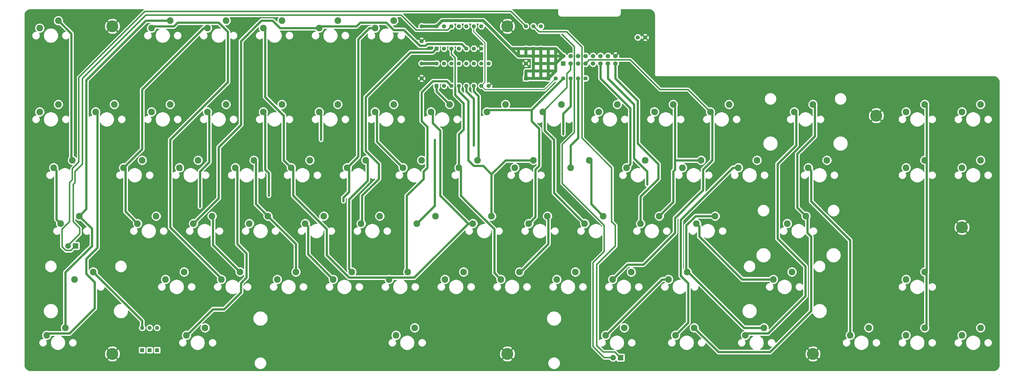
<source format=gbr>
G04 #@! TF.GenerationSoftware,KiCad,Pcbnew,(5.1.0)-1*
G04 #@! TF.CreationDate,2020-01-02T13:27:13-08:00*
G04 #@! TF.ProjectId,Omega-Keyboard,4f6d6567-612d-44b6-9579-626f6172642e,rev?*
G04 #@! TF.SameCoordinates,Original*
G04 #@! TF.FileFunction,Copper,L2,Bot*
G04 #@! TF.FilePolarity,Positive*
%FSLAX46Y46*%
G04 Gerber Fmt 4.6, Leading zero omitted, Abs format (unit mm)*
G04 Created by KiCad (PCBNEW (5.1.0)-1) date 2020-01-02 13:27:13*
%MOMM*%
%LPD*%
G04 APERTURE LIST*
%ADD10C,2.286000*%
%ADD11C,1.397000*%
%ADD12R,1.397000X1.397000*%
%ADD13C,4.064000*%
%ADD14R,1.524000X1.524000*%
%ADD15C,1.524000*%
%ADD16C,1.905000*%
%ADD17R,1.905000X1.905000*%
%ADD18C,0.600000*%
%ADD19C,1.000000*%
%ADD20C,0.375000*%
%ADD21C,0.750000*%
%ADD22C,0.500000*%
%ADD23C,0.254000*%
G04 APERTURE END LIST*
D10*
X245745000Y-119380000D03*
X239395000Y-121920000D03*
X74295000Y-119380000D03*
X67945000Y-121920000D03*
X93345000Y-119380000D03*
X86995000Y-121920000D03*
X112395000Y-119380000D03*
X106045000Y-121920000D03*
X131445000Y-119380000D03*
X125095000Y-121920000D03*
X150495000Y-119380000D03*
X144145000Y-121920000D03*
X169545000Y-119380000D03*
X163195000Y-121920000D03*
X188595000Y-119380000D03*
X182245000Y-121920000D03*
X207645000Y-119380000D03*
X201295000Y-121920000D03*
X226695000Y-119380000D03*
X220345000Y-121920000D03*
X264795000Y-119380000D03*
X258445000Y-121920000D03*
X283845000Y-119380000D03*
X277495000Y-121920000D03*
X317182500Y-138430000D03*
X310832500Y-140970000D03*
X274320000Y-138430000D03*
X267970000Y-140970000D03*
X293370000Y-138430000D03*
X287020000Y-140970000D03*
X260032500Y-157480000D03*
X253682500Y-160020000D03*
X279082500Y-157480000D03*
X272732500Y-160020000D03*
X55245000Y-119380000D03*
X48895000Y-121920000D03*
X231457500Y-176530000D03*
X225107500Y-179070000D03*
X250507500Y-176530000D03*
X244157500Y-179070000D03*
X269557500Y-176530000D03*
X263207500Y-179070000D03*
X295751250Y-195580000D03*
X289401250Y-198120000D03*
X88582500Y-157480000D03*
X82232500Y-160020000D03*
X174307500Y-176530000D03*
X167957500Y-179070000D03*
X136207500Y-176530000D03*
X129857500Y-179070000D03*
X126682500Y-157480000D03*
X120332500Y-160020000D03*
X121920000Y-138430000D03*
X115570000Y-140970000D03*
X145732500Y-157480000D03*
X139382500Y-160020000D03*
X164782500Y-157480000D03*
X158432500Y-160020000D03*
X183832500Y-157480000D03*
X177482500Y-160020000D03*
X217170000Y-138430000D03*
X210820000Y-140970000D03*
X202882500Y-157480000D03*
X196532500Y-160020000D03*
X221932500Y-157480000D03*
X215582500Y-160020000D03*
X240982500Y-157480000D03*
X234632500Y-160020000D03*
X212407500Y-176530000D03*
X206057500Y-179070000D03*
X193357500Y-176530000D03*
X187007500Y-179070000D03*
X236220000Y-138430000D03*
X229870000Y-140970000D03*
X255270000Y-138430000D03*
X248920000Y-140970000D03*
X83820000Y-138430000D03*
X77470000Y-140970000D03*
X140970000Y-138430000D03*
X134620000Y-140970000D03*
X107632500Y-157480000D03*
X101282500Y-160020000D03*
X160020000Y-138430000D03*
X153670000Y-140970000D03*
X198120000Y-138430000D03*
X191770000Y-140970000D03*
X155257500Y-176530000D03*
X148907500Y-179070000D03*
X102870000Y-138430000D03*
X96520000Y-140970000D03*
X117157500Y-176530000D03*
X110807500Y-179070000D03*
X179070000Y-138430000D03*
X172720000Y-140970000D03*
X98107500Y-176530000D03*
X91757500Y-179070000D03*
X67151250Y-176530000D03*
X60801250Y-179070000D03*
X57626250Y-195580000D03*
X51276250Y-198120000D03*
X105251250Y-195580000D03*
X98901250Y-198120000D03*
X62388750Y-157480000D03*
X56038750Y-160020000D03*
X248126250Y-195580000D03*
X241776250Y-198120000D03*
X93345000Y-90805000D03*
X86995000Y-93345000D03*
X112395000Y-90805000D03*
X106045000Y-93345000D03*
X131445000Y-90805000D03*
X125095000Y-93345000D03*
X150495000Y-90805000D03*
X144145000Y-93345000D03*
X169545000Y-90805000D03*
X163195000Y-93345000D03*
X55245000Y-90805000D03*
X48895000Y-93345000D03*
X60007500Y-138430000D03*
X53657500Y-140970000D03*
X369570000Y-138430000D03*
X363220000Y-140970000D03*
X312420000Y-119380000D03*
X306070000Y-121920000D03*
X310038750Y-157480000D03*
X303688750Y-160020000D03*
X176688750Y-195580000D03*
X170338750Y-198120000D03*
X369570000Y-119380000D03*
X363220000Y-121920000D03*
X350520000Y-119380000D03*
X344170000Y-121920000D03*
X350520000Y-138430000D03*
X344170000Y-140970000D03*
X331470000Y-195580000D03*
X325120000Y-198120000D03*
X350520000Y-176530000D03*
X344170000Y-179070000D03*
X350520000Y-195580000D03*
X344170000Y-198120000D03*
X369570000Y-195580000D03*
X363220000Y-198120000D03*
X271938750Y-195580000D03*
X265588750Y-198120000D03*
X305276250Y-176530000D03*
X298926250Y-179070000D03*
D11*
X179070000Y-105410000D03*
X179070000Y-110490000D03*
X179070000Y-92710000D03*
X179070000Y-97790000D03*
D12*
X214630000Y-110490000D03*
D11*
X214630000Y-105410000D03*
X252730000Y-96520000D03*
X255270000Y-96520000D03*
X83820000Y-195580000D03*
D12*
X83820000Y-203200000D03*
D11*
X86360000Y-195580000D03*
D12*
X86360000Y-203200000D03*
D11*
X88900000Y-195580000D03*
D12*
X88900000Y-203200000D03*
D13*
X73660000Y-92710000D03*
X208280000Y-92710000D03*
X334010000Y-123190000D03*
X73660000Y-204470000D03*
X208280000Y-204470000D03*
X312420000Y-204470000D03*
D14*
X227330000Y-105410000D03*
D15*
X227330000Y-102870000D03*
X229870000Y-105410000D03*
X229870000Y-102870000D03*
X232410000Y-105410000D03*
X232410000Y-102870000D03*
X234950000Y-105410000D03*
X234950000Y-102870000D03*
X237490000Y-105410000D03*
X237490000Y-102870000D03*
X240030000Y-105410000D03*
X240030000Y-102870000D03*
X242570000Y-105410000D03*
X242570000Y-102870000D03*
X245110000Y-105410000D03*
X245110000Y-102870000D03*
D11*
X219710000Y-100330000D03*
X219710000Y-92710000D03*
X214630000Y-100330000D03*
X214630000Y-92710000D03*
D12*
X184150000Y-113030000D03*
D11*
X186690000Y-113030000D03*
X189230000Y-113030000D03*
X191770000Y-113030000D03*
X194310000Y-113030000D03*
X196850000Y-113030000D03*
X199390000Y-113030000D03*
X201930000Y-113030000D03*
X201930000Y-105410000D03*
X199390000Y-105410000D03*
X196850000Y-105410000D03*
X194310000Y-105410000D03*
X191770000Y-105410000D03*
X189230000Y-105410000D03*
X186690000Y-105410000D03*
X184150000Y-105410000D03*
D12*
X184150000Y-100330000D03*
D11*
X186690000Y-100330000D03*
X189230000Y-100330000D03*
X191770000Y-100330000D03*
X194310000Y-100330000D03*
X196850000Y-100330000D03*
X199390000Y-100330000D03*
X199390000Y-92710000D03*
X196850000Y-92710000D03*
X194310000Y-92710000D03*
X191770000Y-92710000D03*
X189230000Y-92710000D03*
X186690000Y-92710000D03*
X184150000Y-92710000D03*
D13*
X363220000Y-161290000D03*
D16*
X244316250Y-205740000D03*
D17*
X246856250Y-205740000D03*
D11*
X217170000Y-100330000D03*
X217170000Y-92710000D03*
D16*
X58578750Y-167640000D03*
D17*
X61118750Y-167640000D03*
D12*
X222250000Y-110490000D03*
D11*
X224790000Y-110490000D03*
X227330000Y-110490000D03*
X229870000Y-110490000D03*
X232410000Y-110490000D03*
X234950000Y-110490000D03*
D18*
X202247500Y-94615000D03*
X203200000Y-100330000D03*
X257175000Y-195580000D03*
X300990000Y-197485000D03*
X306705000Y-197485000D03*
X321310000Y-181610000D03*
X334010000Y-181610000D03*
X163195000Y-109855000D03*
X145415000Y-109855000D03*
X121920000Y-109855000D03*
X52705000Y-170180000D03*
X85725000Y-109855000D03*
X80010000Y-124460000D03*
X71755000Y-162877500D03*
X64135000Y-167640000D03*
X314960000Y-127000000D03*
X304165000Y-148590000D03*
X304165000Y-142240000D03*
X334010000Y-143510000D03*
X305435000Y-136525000D03*
X281305000Y-195580000D03*
X281305000Y-191135000D03*
X334010000Y-156210000D03*
X152400000Y-152400000D03*
X227330000Y-129540000D03*
X191770000Y-129540000D03*
X103505000Y-154305000D03*
X273050000Y-150495000D03*
X158750000Y-150495000D03*
X127000000Y-150495000D03*
X183515000Y-131445000D03*
X93345000Y-131445000D03*
X144780000Y-131445000D03*
X309880000Y-179070000D03*
X255905000Y-146685000D03*
X279082500Y-157480000D03*
X196850000Y-133350000D03*
X227012500Y-95567500D03*
D19*
X214630000Y-110490000D02*
X214630000Y-107950000D01*
X214630000Y-107950000D02*
X217170000Y-107950000D01*
X212090000Y-100330000D02*
X212090000Y-102870000D01*
X214630000Y-100330000D02*
X214630000Y-102870000D01*
X217170000Y-102870000D02*
X214630000Y-102870000D01*
X214630000Y-102870000D02*
X212090000Y-102870000D01*
X212090000Y-102870000D02*
X209550000Y-100330000D01*
X224790000Y-102870000D02*
X227330000Y-102870000D01*
X222250000Y-107950000D02*
X224790000Y-107950000D01*
X224790000Y-105410000D02*
X224790000Y-107950000D01*
X224790000Y-107950000D02*
X222250000Y-110490000D01*
X222250000Y-107950000D02*
X217170000Y-107950000D01*
X217170000Y-105410000D02*
X224790000Y-105410000D01*
X217170000Y-102870000D02*
X224790000Y-102870000D01*
X224790000Y-100330000D02*
X224790000Y-102870000D01*
X224790000Y-102870000D02*
X224790000Y-105410000D01*
X222250000Y-107950000D02*
X222250000Y-100330000D01*
X217170000Y-107950000D02*
X217170000Y-108585000D01*
X217170000Y-102870000D02*
X217170000Y-102235000D01*
X219710000Y-100330000D02*
X219710000Y-110490000D01*
X217170000Y-100330000D02*
X217170000Y-102235000D01*
X217170000Y-102235000D02*
X217170000Y-105410000D01*
X217170000Y-105410000D02*
X217170000Y-108585000D01*
X217170000Y-108585000D02*
X217170000Y-110490000D01*
X227330000Y-102870000D02*
X224790000Y-105410000D01*
X222250000Y-107950000D02*
X222250000Y-110490000D01*
X214630000Y-110490000D02*
X217170000Y-110490000D01*
X217170000Y-110490000D02*
X219710000Y-110490000D01*
X219710000Y-110490000D02*
X222250000Y-110490000D01*
X227330000Y-102870000D02*
X224790000Y-100330000D01*
X224790000Y-100330000D02*
X222250000Y-100330000D01*
X222250000Y-100330000D02*
X219710000Y-100330000D01*
X184150000Y-92710000D02*
X186055000Y-90805000D01*
X186055000Y-90805000D02*
X200025000Y-90805000D01*
X200025000Y-90805000D02*
X209550000Y-100330000D01*
X214630000Y-100330000D02*
X212090000Y-100330000D01*
X212090000Y-100330000D02*
X209550000Y-100330000D01*
X184150000Y-92710000D02*
X179070000Y-92710000D01*
X184150000Y-105410000D02*
X179070000Y-105410000D01*
X217170000Y-100330000D02*
X214630000Y-100330000D01*
X219710000Y-100330000D02*
X217170000Y-100330000D01*
D20*
X214630000Y-105410000D02*
X208280000Y-111760000D01*
X203200000Y-100330000D02*
X202247500Y-99377500D01*
X202247500Y-99377500D02*
X202247500Y-94615000D01*
X203200000Y-100330000D02*
X203200000Y-111760000D01*
X210820000Y-201930000D02*
X222250000Y-201930000D01*
X203200000Y-204470000D02*
X205740000Y-201930000D01*
X205740000Y-201930000D02*
X208280000Y-204470000D01*
X228600000Y-208280000D02*
X222250000Y-201930000D01*
X257175000Y-208280000D02*
X228600000Y-208280000D01*
X257175000Y-208280000D02*
X257175000Y-195580000D01*
X210820000Y-201930000D02*
X208280000Y-204470000D01*
X306705000Y-198755000D02*
X312420000Y-204470000D01*
X306705000Y-197485000D02*
X306705000Y-198755000D01*
X321310000Y-181610000D02*
X321310000Y-195580000D01*
X334010000Y-181610000D02*
X334010000Y-156210000D01*
X321310000Y-195580000D02*
X312420000Y-204470000D01*
X119380000Y-208280000D02*
X77470000Y-208280000D01*
X77470000Y-208280000D02*
X73660000Y-204470000D01*
X123190000Y-204470000D02*
X119380000Y-208280000D01*
X203200000Y-204470000D02*
X123190000Y-204470000D01*
X179070000Y-97790000D02*
X180022500Y-96837500D01*
X196850000Y-97790000D02*
X199390000Y-100330000D01*
X180975000Y-97790000D02*
X180022500Y-96837500D01*
X196850000Y-97790000D02*
X180975000Y-97790000D01*
X201930000Y-113030000D02*
X203200000Y-111760000D01*
X203200000Y-111760000D02*
X208280000Y-111760000D01*
X80010000Y-115570000D02*
X85725000Y-109855000D01*
X71755000Y-132715000D02*
X80010000Y-124460000D01*
X71755000Y-143510000D02*
X71755000Y-132715000D01*
X80010000Y-124460000D02*
X80010000Y-115570000D01*
X71755000Y-143510000D02*
X71755000Y-162877500D01*
X64135000Y-167640000D02*
X61595000Y-170180000D01*
X61595000Y-170180000D02*
X52705000Y-170180000D01*
X334010000Y-123190000D02*
X330200000Y-127000000D01*
X330200000Y-127000000D02*
X314960000Y-127000000D01*
X304165000Y-142240000D02*
X304165000Y-137795000D01*
X304165000Y-148590000D02*
X304165000Y-142240000D01*
X304165000Y-137795000D02*
X305435000Y-136525000D01*
X334010000Y-143510000D02*
X334010000Y-156210000D01*
X334010000Y-123190000D02*
X322580000Y-111760000D01*
X260350000Y-111760000D02*
X257810000Y-109220000D01*
X322580000Y-111760000D02*
X260350000Y-111760000D01*
X257810000Y-99060000D02*
X255270000Y-96520000D01*
X257810000Y-109220000D02*
X257810000Y-99060000D01*
X334010000Y-123190000D02*
X345440000Y-111760000D01*
X345440000Y-111760000D02*
X368935000Y-111760000D01*
X374015000Y-116840000D02*
X368935000Y-111760000D01*
X281305000Y-195580000D02*
X281305000Y-191135000D01*
X374015000Y-150495000D02*
X363220000Y-161290000D01*
X374015000Y-116840000D02*
X374015000Y-150495000D01*
D21*
X83820000Y-195580000D02*
X83820000Y-193198750D01*
X83820000Y-193198750D02*
X67151250Y-176530000D01*
X57626250Y-195580000D02*
X57626250Y-176688750D01*
X57626250Y-176688750D02*
X66675000Y-167640000D01*
X66675000Y-161925000D02*
X66675000Y-167640000D01*
X66675000Y-161766250D02*
X62388750Y-157480000D01*
X66675000Y-161925000D02*
X66675000Y-161766250D01*
X64770000Y-111125000D02*
X64770000Y-155098750D01*
X64770000Y-155098750D02*
X62388750Y-157480000D01*
X85090000Y-90805000D02*
X93345000Y-90805000D01*
X64770000Y-111125000D02*
X85090000Y-90805000D01*
X62865000Y-157956250D02*
X62388750Y-157480000D01*
X216535000Y-121285000D02*
X216535000Y-125095000D01*
X216535000Y-125095000D02*
X219075000Y-127635000D01*
X227330000Y-110490000D02*
X216535000Y-121285000D01*
X216535000Y-121285000D02*
X201930000Y-121285000D01*
X201930000Y-121285000D02*
X201295000Y-121920000D01*
X173037500Y-93980000D02*
X178435000Y-99377500D01*
X192722500Y-98742500D02*
X194310000Y-100330000D01*
X180975000Y-98742500D02*
X192722500Y-98742500D01*
X180340000Y-99377500D02*
X180975000Y-98742500D01*
X178435000Y-99377500D02*
X180340000Y-99377500D01*
X158115000Y-91440000D02*
X167005000Y-91440000D01*
X156845000Y-92710000D02*
X158115000Y-91440000D01*
X144780000Y-92710000D02*
X156845000Y-92710000D01*
X167005000Y-91440000D02*
X169545000Y-93980000D01*
X169545000Y-93980000D02*
X173037500Y-93980000D01*
X144145000Y-93345000D02*
X144780000Y-92710000D01*
X219075000Y-140335000D02*
X219075000Y-127635000D01*
X217805000Y-157797500D02*
X217805000Y-141605000D01*
X215582500Y-160020000D02*
X217805000Y-157797500D01*
X219075000Y-140335000D02*
X217805000Y-141605000D01*
X201930000Y-121285000D02*
X201295000Y-121920000D01*
X201295000Y-121920000D02*
X201930000Y-121285000D01*
X215582500Y-160020000D02*
X215900000Y-160020000D01*
X144145000Y-93345000D02*
X130810000Y-93345000D01*
X117475000Y-97790000D02*
X117475000Y-126365000D01*
X124460000Y-90805000D02*
X117475000Y-97790000D01*
X128270000Y-90805000D02*
X124460000Y-90805000D01*
X130810000Y-93345000D02*
X128270000Y-90805000D01*
X109855000Y-133985000D02*
X117475000Y-126365000D01*
X109855000Y-151447500D02*
X109855000Y-133985000D01*
X101282500Y-160020000D02*
X109855000Y-151447500D01*
X298926250Y-179070000D02*
X288290000Y-179070000D01*
X288290000Y-179070000D02*
X273685000Y-164465000D01*
X273685000Y-164465000D02*
X273685000Y-160972500D01*
X273685000Y-160972500D02*
X272732500Y-160020000D01*
X234632500Y-160020000D02*
X224155000Y-149542500D01*
X224155000Y-149542500D02*
X224155000Y-131445000D01*
X51276250Y-198120000D02*
X51911250Y-197485000D01*
X51911250Y-197485000D02*
X59055000Y-197485000D01*
X64770000Y-177165000D02*
X64770000Y-172085000D01*
X67627500Y-180022500D02*
X64770000Y-177165000D01*
X67627500Y-188912500D02*
X67627500Y-180022500D01*
X59055000Y-197485000D02*
X67627500Y-188912500D01*
X68580000Y-168275000D02*
X64770000Y-172085000D01*
X68580000Y-168275000D02*
X68580000Y-122555000D01*
X51276250Y-198120000D02*
X51911250Y-197485000D01*
X67945000Y-121920000D02*
X68580000Y-122555000D01*
X152400000Y-152400000D02*
X152400000Y-151130000D01*
X154305000Y-149225000D02*
X152400000Y-151130000D01*
X154305000Y-149225000D02*
X154305000Y-141605000D01*
X220345000Y-121920000D02*
X220980000Y-122555000D01*
X220980000Y-122555000D02*
X220980000Y-128270000D01*
X220980000Y-128270000D02*
X224155000Y-131445000D01*
X153670000Y-140970000D02*
X154305000Y-141605000D01*
X153670000Y-140970000D02*
X157480000Y-137160000D01*
X161290000Y-93345000D02*
X163195000Y-93345000D01*
X157480000Y-97155000D02*
X161290000Y-93345000D01*
X157480000Y-137160000D02*
X157480000Y-97155000D01*
D22*
X229870000Y-107632500D02*
X229870000Y-105410000D01*
X228600000Y-108902500D02*
X229870000Y-107632500D01*
X220345000Y-121920000D02*
X228600000Y-113665000D01*
X228600000Y-113665000D02*
X228600000Y-108902500D01*
X190500000Y-113665000D02*
X190500000Y-103505000D01*
D21*
X190500000Y-116205000D02*
X190500000Y-113665000D01*
X191770000Y-129540000D02*
X193357500Y-127952500D01*
X193357500Y-127952500D02*
X193357500Y-119062500D01*
X193357500Y-119062500D02*
X190500000Y-116205000D01*
D22*
X189230000Y-102235000D02*
X189230000Y-100330000D01*
X190500000Y-103505000D02*
X189230000Y-102235000D01*
D21*
X258445000Y-121920000D02*
X257810000Y-121285000D01*
X98901250Y-198120000D02*
X99060000Y-198120000D01*
X99060000Y-198120000D02*
X107950000Y-189230000D01*
X107950000Y-189230000D02*
X111760000Y-189230000D01*
X111760000Y-189230000D02*
X117475000Y-183515000D01*
X117475000Y-183515000D02*
X117475000Y-180340000D01*
X117475000Y-180340000D02*
X119380000Y-178435000D01*
X119380000Y-178435000D02*
X119380000Y-170180000D01*
X119380000Y-170180000D02*
X116205000Y-167005000D01*
X116205000Y-167005000D02*
X116205000Y-141605000D01*
X116205000Y-141605000D02*
X115570000Y-140970000D01*
X191770000Y-140970000D02*
X191770000Y-129540000D01*
X206057500Y-179070000D02*
X203835000Y-176847500D01*
X194310000Y-152400000D02*
X192405000Y-150495000D01*
X203835000Y-161925000D02*
X194310000Y-152400000D01*
X203835000Y-176847500D02*
X203835000Y-161925000D01*
X192405000Y-150495000D02*
X192405000Y-141605000D01*
X192405000Y-141605000D02*
X191770000Y-140970000D01*
X227330000Y-122555000D02*
X227330000Y-129540000D01*
X229870000Y-110490000D02*
X229870000Y-120015000D01*
X229870000Y-120015000D02*
X227330000Y-122555000D01*
X106680000Y-139065000D02*
X103505000Y-142240000D01*
X106680000Y-122555000D02*
X106680000Y-138430000D01*
X106680000Y-138430000D02*
X106680000Y-139065000D01*
X103505000Y-154305000D02*
X103505000Y-142240000D01*
X244157500Y-179070000D02*
X249237500Y-173990000D01*
X254635000Y-173990000D02*
X265430000Y-163195000D01*
X249237500Y-173990000D02*
X254635000Y-173990000D01*
X277495000Y-121920000D02*
X278130000Y-122555000D01*
X278130000Y-122555000D02*
X278130000Y-138430000D01*
X265430000Y-158115000D02*
X265430000Y-163195000D01*
X266065000Y-157480000D02*
X265430000Y-158115000D01*
X274955000Y-141605000D02*
X274955000Y-148590000D01*
X278130000Y-138430000D02*
X274955000Y-141605000D01*
X106045000Y-121920000D02*
X106680000Y-122555000D01*
X56038750Y-160020000D02*
X54610000Y-158591250D01*
X54610000Y-141922500D02*
X53657500Y-140970000D01*
X54610000Y-158591250D02*
X54610000Y-141922500D01*
X139382500Y-160020000D02*
X140335000Y-160972500D01*
X140335000Y-170497500D02*
X148907500Y-179070000D01*
X140335000Y-160972500D02*
X140335000Y-170497500D01*
X274955000Y-148590000D02*
X273050000Y-150495000D01*
X273050000Y-150495000D02*
X266065000Y-157480000D01*
D22*
X269875000Y-114300000D02*
X277495000Y-121920000D01*
X260350000Y-114300000D02*
X269875000Y-114300000D01*
X250190000Y-104140000D02*
X260350000Y-114300000D01*
X234950000Y-105410000D02*
X236220000Y-104140000D01*
X236220000Y-104140000D02*
X250190000Y-104140000D01*
D21*
X184150000Y-100330000D02*
X182880000Y-101600000D01*
X182880000Y-101600000D02*
X175260000Y-101600000D01*
X175260000Y-101600000D02*
X160020000Y-116840000D01*
X160020000Y-116840000D02*
X160020000Y-135255000D01*
X160020000Y-135255000D02*
X164465000Y-139700000D01*
X164465000Y-139700000D02*
X164465000Y-144780000D01*
X158750000Y-150495000D02*
X164465000Y-144780000D01*
X311785000Y-141922500D02*
X311785000Y-152400000D01*
X311785000Y-152400000D02*
X325120000Y-165735000D01*
X325120000Y-198120000D02*
X325120000Y-165735000D01*
X311785000Y-141922500D02*
X310832500Y-140970000D01*
X241776250Y-198120000D02*
X241935000Y-198120000D01*
X241935000Y-198120000D02*
X260985000Y-179070000D01*
X260985000Y-179070000D02*
X263207500Y-179070000D01*
X127000000Y-142875000D02*
X127000000Y-150495000D01*
X125095000Y-121920000D02*
X125730000Y-122555000D01*
X125730000Y-122555000D02*
X125730000Y-141605000D01*
X125730000Y-141605000D02*
X127000000Y-142875000D01*
X158432500Y-160020000D02*
X158750000Y-159702500D01*
X158750000Y-159702500D02*
X158750000Y-150495000D01*
X97155000Y-141605000D02*
X96520000Y-140970000D01*
X229870000Y-133350000D02*
X229870000Y-140970000D01*
X232410000Y-110490000D02*
X232410000Y-130810000D01*
X232410000Y-130810000D02*
X229870000Y-133350000D01*
X240030000Y-110490000D02*
X250190000Y-120650000D01*
X250190000Y-139700000D02*
X248920000Y-140970000D01*
X250190000Y-120650000D02*
X250190000Y-139700000D01*
X240030000Y-110490000D02*
X240030000Y-105410000D01*
X110807500Y-179070000D02*
X110807500Y-178752500D01*
X110807500Y-178752500D02*
X93345000Y-161290000D01*
X183515000Y-131445000D02*
X183515000Y-153987500D01*
X177482500Y-160020000D02*
X183515000Y-153987500D01*
X93345000Y-131445000D02*
X93345000Y-161290000D01*
X300355000Y-139700000D02*
X306705000Y-133350000D01*
X306705000Y-122555000D02*
X306705000Y-133350000D01*
X309880000Y-174625000D02*
X300355000Y-165100000D01*
X300355000Y-165100000D02*
X300355000Y-139700000D01*
X309880000Y-174625000D02*
X309880000Y-179070000D01*
X289401250Y-198120000D02*
X290036250Y-197485000D01*
X290036250Y-197485000D02*
X297180000Y-197485000D01*
X309880000Y-184785000D02*
X309880000Y-179070000D01*
X297180000Y-197485000D02*
X309880000Y-184785000D01*
X94615000Y-92710000D02*
X87630000Y-92710000D01*
X95885000Y-91440000D02*
X94615000Y-92710000D01*
X109855000Y-91440000D02*
X95885000Y-91440000D01*
X113030000Y-94615000D02*
X109855000Y-91440000D01*
X113030000Y-111760000D02*
X113030000Y-94615000D01*
X93345000Y-131445000D02*
X113030000Y-111760000D01*
X87630000Y-92710000D02*
X86995000Y-93345000D01*
X144145000Y-121920000D02*
X144780000Y-122555000D01*
X144780000Y-122555000D02*
X144780000Y-131445000D01*
X306705000Y-122555000D02*
X306070000Y-121920000D01*
X289401250Y-198120000D02*
X289401250Y-197643750D01*
X289401250Y-197643750D02*
X289560000Y-197485000D01*
X251460000Y-137795000D02*
X251460000Y-119380000D01*
X255905000Y-146685000D02*
X255905000Y-142240000D01*
X251460000Y-137795000D02*
X255905000Y-142240000D01*
X251460000Y-119380000D02*
X242570000Y-110490000D01*
X242570000Y-110490000D02*
X242570000Y-105410000D01*
X77470000Y-140970000D02*
X83820000Y-134620000D01*
X83820000Y-134620000D02*
X83820000Y-114300000D01*
X83820000Y-114300000D02*
X104775000Y-93345000D01*
X104775000Y-93345000D02*
X106045000Y-93345000D01*
X269875000Y-180340000D02*
X269875000Y-193833750D01*
X269875000Y-193833750D02*
X265588750Y-198120000D01*
X267335000Y-177800000D02*
X267335000Y-158750000D01*
X269875000Y-180340000D02*
X267335000Y-177800000D01*
X287020000Y-140970000D02*
X285115000Y-140970000D01*
X267335000Y-158750000D02*
X285115000Y-140970000D01*
X172720000Y-140970000D02*
X163830000Y-132080000D01*
X163830000Y-132080000D02*
X163830000Y-122555000D01*
X163830000Y-122555000D02*
X163195000Y-121920000D01*
X104775000Y-93345000D02*
X106045000Y-93345000D01*
X82232500Y-160020000D02*
X78105000Y-155892500D01*
X78105000Y-155892500D02*
X78105000Y-141605000D01*
X78105000Y-141605000D02*
X77470000Y-140970000D01*
X245110000Y-110490000D02*
X252730000Y-118110000D01*
X252730000Y-132715000D02*
X259715000Y-139700000D01*
X252730000Y-118110000D02*
X252730000Y-132715000D01*
X245110000Y-110490000D02*
X245110000Y-105410000D01*
X259715000Y-139700000D02*
X259715000Y-144780000D01*
X259715000Y-144780000D02*
X253682500Y-150812500D01*
X253682500Y-150812500D02*
X253682500Y-160020000D01*
X146685000Y-161925000D02*
X135255000Y-150495000D01*
X167957500Y-179070000D02*
X167322500Y-178435000D01*
X167322500Y-178435000D02*
X154305000Y-178435000D01*
X154305000Y-178435000D02*
X146685000Y-170815000D01*
X194945000Y-160020000D02*
X185420000Y-150495000D01*
X167957500Y-179070000D02*
X168592500Y-178435000D01*
X168592500Y-178435000D02*
X175260000Y-178435000D01*
X176530000Y-178435000D02*
X194945000Y-160020000D01*
X175260000Y-178435000D02*
X176530000Y-178435000D01*
X182880000Y-125730000D02*
X185420000Y-128270000D01*
X182880000Y-122555000D02*
X182880000Y-125730000D01*
X185420000Y-128270000D02*
X185420000Y-150495000D01*
X196532500Y-160020000D02*
X194945000Y-160020000D01*
X182880000Y-122555000D02*
X182245000Y-121920000D01*
X134620000Y-140970000D02*
X132080000Y-138430000D01*
X125730000Y-116840000D02*
X125730000Y-93980000D01*
X132080000Y-123190000D02*
X125730000Y-116840000D01*
X132080000Y-138430000D02*
X132080000Y-123190000D01*
X125730000Y-93980000D02*
X125095000Y-93345000D01*
X146685000Y-170815000D02*
X146685000Y-161925000D01*
X135255000Y-150495000D02*
X135255000Y-141605000D01*
X134620000Y-140970000D02*
X135255000Y-141605000D01*
D20*
X199390000Y-113030000D02*
X200660000Y-114300000D01*
X220980000Y-114300000D02*
X224790000Y-110490000D01*
X200660000Y-114300000D02*
X220980000Y-114300000D01*
X196850000Y-92710000D02*
X196850000Y-94615000D01*
X200660000Y-111760000D02*
X199390000Y-113030000D01*
X200660000Y-98425000D02*
X200660000Y-111760000D01*
X196850000Y-94615000D02*
X200660000Y-98425000D01*
D21*
X188595000Y-119380000D02*
X184150000Y-114935000D01*
X184150000Y-114935000D02*
X184150000Y-113030000D01*
X264795000Y-142240000D02*
X264795000Y-152717500D01*
X264795000Y-152717500D02*
X260032500Y-157480000D01*
X265430000Y-138430000D02*
X265430000Y-141605000D01*
X265430000Y-141605000D02*
X264795000Y-142240000D01*
X274320000Y-138430000D02*
X265430000Y-138430000D01*
X264795000Y-119380000D02*
X265430000Y-120015000D01*
X265430000Y-120015000D02*
X265430000Y-138430000D01*
X179070000Y-115252500D02*
X182880000Y-111442500D01*
X187642500Y-111442500D02*
X182880000Y-111442500D01*
X187642500Y-111442500D02*
X189230000Y-113030000D01*
X180975000Y-127000000D02*
X179070000Y-125095000D01*
X180975000Y-140970000D02*
X180975000Y-127317500D01*
X180975000Y-127317500D02*
X180975000Y-127000000D01*
X179705000Y-142240000D02*
X180975000Y-140970000D01*
X179070000Y-125095000D02*
X179070000Y-115252500D01*
X174307500Y-176530000D02*
X173990000Y-176212500D01*
X173990000Y-176212500D02*
X173990000Y-150495000D01*
X179705000Y-144780000D02*
X179705000Y-142240000D01*
X173990000Y-150495000D02*
X179705000Y-144780000D01*
X269240000Y-160655000D02*
X269240000Y-175260000D01*
X272415000Y-157480000D02*
X269240000Y-160655000D01*
X279082500Y-157480000D02*
X272415000Y-157480000D01*
X269240000Y-175260000D02*
X269240000Y-176212500D01*
X269240000Y-176212500D02*
X269557500Y-176530000D01*
X295751250Y-195580000D02*
X288925000Y-195580000D01*
X288925000Y-195580000D02*
X269875000Y-176530000D01*
X269875000Y-176530000D02*
X269557500Y-176530000D01*
X191770000Y-113030000D02*
X191770000Y-114935000D01*
X200025000Y-140335000D02*
X202882500Y-143192500D01*
X197485000Y-140335000D02*
X196850000Y-140335000D01*
X200025000Y-140335000D02*
X197485000Y-140335000D01*
X196850000Y-140335000D02*
X194945000Y-138430000D01*
X194945000Y-118110000D02*
X194945000Y-138430000D01*
X191770000Y-114935000D02*
X194945000Y-118110000D01*
X202882500Y-157480000D02*
X202882500Y-143192500D01*
X202882500Y-143192500D02*
X207645000Y-138430000D01*
X207645000Y-138430000D02*
X217170000Y-138430000D01*
X136207500Y-176530000D02*
X136207500Y-167005000D01*
X136207500Y-167005000D02*
X126682500Y-157480000D01*
X126682500Y-157480000D02*
X122555000Y-153352500D01*
X122555000Y-153352500D02*
X122555000Y-139065000D01*
X122555000Y-139065000D02*
X121920000Y-138430000D01*
X194310000Y-113030000D02*
X194310000Y-114935000D01*
X196850000Y-117475000D02*
X194310000Y-114935000D01*
X196850000Y-117475000D02*
X196850000Y-133350000D01*
X240982500Y-157480000D02*
X236855000Y-153352500D01*
X236855000Y-153352500D02*
X236855000Y-139065000D01*
X236855000Y-139065000D02*
X236220000Y-138430000D01*
X212407500Y-176530000D02*
X212725000Y-176530000D01*
X212725000Y-176530000D02*
X222250000Y-167005000D01*
X222250000Y-167005000D02*
X222250000Y-157797500D01*
X222250000Y-157797500D02*
X221932500Y-157480000D01*
X198120000Y-138430000D02*
X198437500Y-138112500D01*
X198437500Y-138112500D02*
X198437500Y-116522500D01*
X196850000Y-114935000D02*
X196850000Y-113030000D01*
X198437500Y-116522500D02*
X196850000Y-114935000D01*
X155257500Y-176530000D02*
X154305000Y-175577500D01*
X160655000Y-145415000D02*
X160655000Y-139065000D01*
X154305000Y-151765000D02*
X160655000Y-145415000D01*
X154305000Y-175577500D02*
X154305000Y-151765000D01*
X160655000Y-139065000D02*
X160020000Y-138430000D01*
X117157500Y-176530000D02*
X107950000Y-167322500D01*
X107950000Y-167322500D02*
X107950000Y-157797500D01*
X107950000Y-157797500D02*
X107632500Y-157480000D01*
X271938750Y-195580000D02*
X280193750Y-203835000D01*
X311785000Y-189865000D02*
X311785000Y-164465000D01*
X297815000Y-203835000D02*
X311785000Y-189865000D01*
X280193750Y-203835000D02*
X297815000Y-203835000D01*
X310515000Y-163195000D02*
X310515000Y-157956250D01*
X311785000Y-164465000D02*
X310515000Y-163195000D01*
X310515000Y-157956250D02*
X310038750Y-157480000D01*
X60007500Y-138430000D02*
X59690000Y-138112500D01*
X59690000Y-138112500D02*
X59690000Y-95250000D01*
X59690000Y-95250000D02*
X55245000Y-90805000D01*
X312420000Y-119380000D02*
X313080000Y-120040000D01*
X313080000Y-120040000D02*
X313080000Y-130260000D01*
X313080000Y-130260000D02*
X307080000Y-136260000D01*
X307080000Y-136260000D02*
X307080000Y-149260000D01*
X307080000Y-149260000D02*
X307080000Y-154521250D01*
X307080000Y-154521250D02*
X310038750Y-157480000D01*
X350520000Y-176530000D02*
X351155000Y-175895000D01*
X351155000Y-175895000D02*
X351155000Y-139065000D01*
X351155000Y-139065000D02*
X350520000Y-138430000D01*
X350520000Y-119380000D02*
X351155000Y-120015000D01*
X351155000Y-120015000D02*
X351155000Y-137795000D01*
X351155000Y-137795000D02*
X350520000Y-138430000D01*
X350520000Y-195580000D02*
X351080000Y-195020000D01*
X351080000Y-195020000D02*
X351080000Y-177090000D01*
X351080000Y-177090000D02*
X350520000Y-176530000D01*
D22*
X189230000Y-92710000D02*
X187960000Y-93980000D01*
X58578750Y-167640000D02*
X58578750Y-167481250D01*
X58578750Y-167481250D02*
X62547500Y-163512500D01*
X58578750Y-167640000D02*
X58578750Y-167163750D01*
X177165000Y-93980000D02*
X172085000Y-88900000D01*
X187960000Y-93980000D02*
X177165000Y-93980000D01*
X63500000Y-110490000D02*
X85090000Y-88900000D01*
X172085000Y-88900000D02*
X85090000Y-88900000D01*
X60960000Y-142240000D02*
X63500000Y-139700000D01*
X63500000Y-139700000D02*
X63500000Y-110490000D01*
X60960000Y-142240000D02*
X60960000Y-146050000D01*
X60960000Y-146050000D02*
X60325000Y-146685000D01*
X62547500Y-163512500D02*
X62547500Y-161607500D01*
X62547500Y-161607500D02*
X60325000Y-159385000D01*
X60325000Y-159385000D02*
X60325000Y-146685000D01*
X214630000Y-92710000D02*
X209550000Y-87630000D01*
X61118750Y-167640000D02*
X59531250Y-169227500D01*
X56515000Y-161925000D02*
X59055000Y-159385000D01*
X56515000Y-167957500D02*
X56515000Y-161925000D01*
X57785000Y-169227500D02*
X56515000Y-167957500D01*
X59531250Y-169227500D02*
X57785000Y-169227500D01*
X60007500Y-145097500D02*
X59055000Y-146050000D01*
X59055000Y-159385000D02*
X59055000Y-146050000D01*
X62230000Y-139065000D02*
X60007500Y-141287500D01*
X60007500Y-141287500D02*
X60007500Y-145097500D01*
X62230000Y-110172500D02*
X62230000Y-139065000D01*
X62230000Y-110172500D02*
X84772500Y-87630000D01*
X84772500Y-87630000D02*
X209550000Y-87630000D01*
X227012500Y-146367500D02*
X227012500Y-133032500D01*
X231140000Y-99695000D02*
X227012500Y-95567500D01*
X241300000Y-205740000D02*
X237490000Y-201930000D01*
X231140000Y-128905000D02*
X231140000Y-99695000D01*
X244316250Y-205740000D02*
X241300000Y-205740000D01*
X237490000Y-201930000D02*
X237490000Y-173355000D01*
X227012500Y-133032500D02*
X231140000Y-128905000D01*
X237490000Y-173355000D02*
X241300000Y-169545000D01*
X241300000Y-169545000D02*
X241300000Y-160655000D01*
X241300000Y-160655000D02*
X227012500Y-146367500D01*
X240982500Y-203835000D02*
X244951250Y-203835000D01*
X238760000Y-201612500D02*
X240982500Y-203835000D01*
X238760000Y-173990000D02*
X238760000Y-201612500D01*
X244951250Y-203835000D02*
X246856250Y-205740000D01*
X245110000Y-167640000D02*
X238760000Y-173990000D01*
X245110000Y-160655000D02*
X245110000Y-167640000D01*
X243840000Y-159385000D02*
X245110000Y-160655000D01*
X243840000Y-140970000D02*
X243840000Y-159385000D01*
X219075000Y-94615000D02*
X228600000Y-94615000D01*
X228600000Y-94726238D02*
X233737999Y-99864237D01*
X233737999Y-99864237D02*
X233737999Y-130867999D01*
X233737999Y-130867999D02*
X243840000Y-140970000D01*
X228600000Y-94615000D02*
X228600000Y-94726238D01*
X217170000Y-92710000D02*
X219075000Y-94615000D01*
D23*
G36*
X84197825Y-87055325D02*
G01*
X84172499Y-87086185D01*
X61686191Y-109572494D01*
X61655325Y-109597825D01*
X61554254Y-109720982D01*
X61479151Y-109861489D01*
X61432903Y-110013949D01*
X61422137Y-110123259D01*
X61417287Y-110172500D01*
X61421200Y-110212227D01*
X61421201Y-137482595D01*
X61329374Y-137345166D01*
X61092334Y-137108126D01*
X60813604Y-136921885D01*
X60623800Y-136843265D01*
X60623800Y-95295862D01*
X60628317Y-95249999D01*
X60623800Y-95204136D01*
X60623800Y-95204129D01*
X60610288Y-95066943D01*
X60556893Y-94890921D01*
X60470183Y-94728698D01*
X60353491Y-94586509D01*
X60345882Y-94580264D01*
X71969341Y-94580264D01*
X72189307Y-94950301D01*
X72654627Y-95194172D01*
X73158583Y-95342578D01*
X73681808Y-95389815D01*
X74204195Y-95334069D01*
X74705669Y-95177481D01*
X75130693Y-94950301D01*
X75350659Y-94580264D01*
X73660000Y-92889605D01*
X71969341Y-94580264D01*
X60345882Y-94580264D01*
X60317856Y-94557264D01*
X58492400Y-92731808D01*
X70980185Y-92731808D01*
X71035931Y-93254195D01*
X71192519Y-93755669D01*
X71419699Y-94180693D01*
X71789736Y-94400659D01*
X73480395Y-92710000D01*
X73839605Y-92710000D01*
X75530264Y-94400659D01*
X75900301Y-94180693D01*
X76144172Y-93715373D01*
X76292578Y-93211417D01*
X76339815Y-92688192D01*
X76284069Y-92165805D01*
X76127481Y-91664331D01*
X75900301Y-91239307D01*
X75530264Y-91019341D01*
X73839605Y-92710000D01*
X73480395Y-92710000D01*
X71789736Y-91019341D01*
X71419699Y-91239307D01*
X71175828Y-91704627D01*
X71027422Y-92208583D01*
X70980185Y-92731808D01*
X58492400Y-92731808D01*
X56911362Y-91150770D01*
X56946800Y-90972613D01*
X56946800Y-90839736D01*
X71969341Y-90839736D01*
X73660000Y-92530395D01*
X75350659Y-90839736D01*
X75130693Y-90469699D01*
X74665373Y-90225828D01*
X74161417Y-90077422D01*
X73638192Y-90030185D01*
X73115805Y-90085931D01*
X72614331Y-90242519D01*
X72189307Y-90469699D01*
X71969341Y-90839736D01*
X56946800Y-90839736D01*
X56946800Y-90637387D01*
X56881401Y-90308603D01*
X56753115Y-89998896D01*
X56566874Y-89720166D01*
X56329834Y-89483126D01*
X56051104Y-89296885D01*
X55741397Y-89168599D01*
X55412613Y-89103200D01*
X55077387Y-89103200D01*
X54748603Y-89168599D01*
X54438896Y-89296885D01*
X54160166Y-89483126D01*
X53923126Y-89720166D01*
X53736885Y-89998896D01*
X53608599Y-90308603D01*
X53543200Y-90637387D01*
X53543200Y-90972613D01*
X53608599Y-91301397D01*
X53736885Y-91611104D01*
X53923126Y-91889834D01*
X54160166Y-92126874D01*
X54438896Y-92313115D01*
X54748603Y-92441401D01*
X55077387Y-92506800D01*
X55412613Y-92506800D01*
X55590770Y-92471362D01*
X57603244Y-94483836D01*
X57373806Y-94529474D01*
X57117257Y-94635740D01*
X56886369Y-94790014D01*
X56690014Y-94986369D01*
X56535740Y-95217257D01*
X56429474Y-95473806D01*
X56375300Y-95746157D01*
X56375300Y-96023843D01*
X56429474Y-96296194D01*
X56535740Y-96552743D01*
X56690014Y-96783631D01*
X56886369Y-96979986D01*
X57117257Y-97134260D01*
X57373806Y-97240526D01*
X57646157Y-97294700D01*
X57923843Y-97294700D01*
X58196194Y-97240526D01*
X58452743Y-97134260D01*
X58683631Y-96979986D01*
X58756201Y-96907416D01*
X58756200Y-123437583D01*
X58683631Y-123365014D01*
X58452743Y-123210740D01*
X58196194Y-123104474D01*
X57923843Y-123050300D01*
X57646157Y-123050300D01*
X57373806Y-123104474D01*
X57117257Y-123210740D01*
X56886369Y-123365014D01*
X56690014Y-123561369D01*
X56535740Y-123792257D01*
X56429474Y-124048806D01*
X56375300Y-124321157D01*
X56375300Y-124598843D01*
X56429474Y-124871194D01*
X56535740Y-125127743D01*
X56690014Y-125358631D01*
X56886369Y-125554986D01*
X57117257Y-125709260D01*
X57373806Y-125815526D01*
X57646157Y-125869700D01*
X57923843Y-125869700D01*
X58196194Y-125815526D01*
X58452743Y-125709260D01*
X58683631Y-125554986D01*
X58756200Y-125482417D01*
X58756200Y-137274592D01*
X58685626Y-137345166D01*
X58499385Y-137623896D01*
X58371099Y-137933603D01*
X58305700Y-138262387D01*
X58305700Y-138597613D01*
X58371099Y-138926397D01*
X58499385Y-139236104D01*
X58685626Y-139514834D01*
X58922666Y-139751874D01*
X59201396Y-139938115D01*
X59511103Y-140066401D01*
X59839887Y-140131800D01*
X60019385Y-140131800D01*
X59463691Y-140687494D01*
X59432825Y-140712825D01*
X59331754Y-140835982D01*
X59256651Y-140976489D01*
X59210403Y-141128949D01*
X59208029Y-141153056D01*
X59194787Y-141287500D01*
X59198700Y-141327227D01*
X59198700Y-141631138D01*
X59094751Y-141527189D01*
X58676657Y-141247827D01*
X58212095Y-141055399D01*
X57718919Y-140957300D01*
X57216081Y-140957300D01*
X56722905Y-141055399D01*
X56258343Y-141247827D01*
X55840249Y-141527189D01*
X55539049Y-141828389D01*
X55530288Y-141739443D01*
X55476893Y-141563421D01*
X55390183Y-141401198D01*
X55323123Y-141319486D01*
X55359300Y-141137613D01*
X55359300Y-140802387D01*
X55293901Y-140473603D01*
X55165615Y-140163896D01*
X54979374Y-139885166D01*
X54742334Y-139648126D01*
X54463604Y-139461885D01*
X54153897Y-139333599D01*
X53825113Y-139268200D01*
X53489887Y-139268200D01*
X53161103Y-139333599D01*
X52851396Y-139461885D01*
X52572666Y-139648126D01*
X52335626Y-139885166D01*
X52149385Y-140163896D01*
X52021099Y-140473603D01*
X51955700Y-140802387D01*
X51955700Y-141137613D01*
X52021099Y-141466397D01*
X52149385Y-141776104D01*
X52335626Y-142054834D01*
X52381092Y-142100300D01*
X52248657Y-142100300D01*
X51976306Y-142154474D01*
X51719757Y-142260740D01*
X51488869Y-142415014D01*
X51292514Y-142611369D01*
X51138240Y-142842257D01*
X51031974Y-143098806D01*
X50977800Y-143371157D01*
X50977800Y-143648843D01*
X51031974Y-143921194D01*
X51138240Y-144177743D01*
X51292514Y-144408631D01*
X51488869Y-144604986D01*
X51719757Y-144759260D01*
X51976306Y-144865526D01*
X52248657Y-144919700D01*
X52526343Y-144919700D01*
X52798694Y-144865526D01*
X53055243Y-144759260D01*
X53286131Y-144604986D01*
X53482486Y-144408631D01*
X53636760Y-144177743D01*
X53676201Y-144082526D01*
X53676200Y-158545387D01*
X53671683Y-158591250D01*
X53676200Y-158637113D01*
X53676200Y-158637120D01*
X53689712Y-158774306D01*
X53743107Y-158950328D01*
X53829817Y-159112551D01*
X53946509Y-159254741D01*
X53982144Y-159283986D01*
X54372388Y-159674230D01*
X54336950Y-159852387D01*
X54336950Y-160187613D01*
X54402349Y-160516397D01*
X54530635Y-160826104D01*
X54716876Y-161104834D01*
X54762342Y-161150300D01*
X54629907Y-161150300D01*
X54357556Y-161204474D01*
X54101007Y-161310740D01*
X53870119Y-161465014D01*
X53673764Y-161661369D01*
X53519490Y-161892257D01*
X53413224Y-162148806D01*
X53359050Y-162421157D01*
X53359050Y-162698843D01*
X53413224Y-162971194D01*
X53519490Y-163227743D01*
X53673764Y-163458631D01*
X53870119Y-163654986D01*
X54101007Y-163809260D01*
X54357556Y-163915526D01*
X54629907Y-163969700D01*
X54907593Y-163969700D01*
X55179944Y-163915526D01*
X55436493Y-163809260D01*
X55667381Y-163654986D01*
X55706201Y-163616166D01*
X55706200Y-167917773D01*
X55702287Y-167957500D01*
X55706200Y-167997227D01*
X55706200Y-167997228D01*
X55717903Y-168116051D01*
X55764151Y-168268511D01*
X55839254Y-168409018D01*
X55940325Y-168532175D01*
X55971190Y-168557505D01*
X57184999Y-169771315D01*
X57210325Y-169802175D01*
X57333481Y-169903246D01*
X57473988Y-169978349D01*
X57626448Y-170024597D01*
X57745271Y-170036300D01*
X57745272Y-170036300D01*
X57784999Y-170040213D01*
X57824726Y-170036300D01*
X59491523Y-170036300D01*
X59531250Y-170040213D01*
X59570977Y-170036300D01*
X59570979Y-170036300D01*
X59689802Y-170024597D01*
X59842262Y-169978349D01*
X59982769Y-169903246D01*
X60105925Y-169802175D01*
X60131256Y-169771310D01*
X60748562Y-169154003D01*
X62071250Y-169154003D01*
X62180794Y-169143214D01*
X62286128Y-169111261D01*
X62383204Y-169059373D01*
X62468293Y-168989543D01*
X62538123Y-168904454D01*
X62590011Y-168807378D01*
X62621964Y-168702044D01*
X62632753Y-168592500D01*
X62632753Y-166687500D01*
X62621964Y-166577956D01*
X62590011Y-166472622D01*
X62538123Y-166375546D01*
X62468293Y-166290457D01*
X62383204Y-166220627D01*
X62286128Y-166168739D01*
X62180794Y-166136786D01*
X62071250Y-166125997D01*
X61077818Y-166125997D01*
X63091316Y-164112500D01*
X63122175Y-164087175D01*
X63223246Y-163964019D01*
X63298349Y-163823512D01*
X63344597Y-163671052D01*
X63356300Y-163552229D01*
X63356300Y-163552228D01*
X63360213Y-163512501D01*
X63356300Y-163472774D01*
X63356300Y-161647227D01*
X63360213Y-161607500D01*
X63351781Y-161521893D01*
X63344597Y-161448948D01*
X63298349Y-161296488D01*
X63262636Y-161229674D01*
X63223246Y-161155980D01*
X63147500Y-161063684D01*
X63122175Y-161032825D01*
X63091315Y-161007499D01*
X61133800Y-159049985D01*
X61133800Y-158631758D01*
X61303916Y-158801874D01*
X61582646Y-158988115D01*
X61892353Y-159116401D01*
X62221137Y-159181800D01*
X62556363Y-159181800D01*
X62734520Y-159146362D01*
X64746993Y-161158836D01*
X64517556Y-161204474D01*
X64261007Y-161310740D01*
X64030119Y-161465014D01*
X63833764Y-161661369D01*
X63679490Y-161892257D01*
X63573224Y-162148806D01*
X63519050Y-162421157D01*
X63519050Y-162698843D01*
X63573224Y-162971194D01*
X63679490Y-163227743D01*
X63833764Y-163458631D01*
X64030119Y-163654986D01*
X64261007Y-163809260D01*
X64517556Y-163915526D01*
X64789907Y-163969700D01*
X65067593Y-163969700D01*
X65339944Y-163915526D01*
X65596493Y-163809260D01*
X65741200Y-163712570D01*
X65741201Y-167253206D01*
X56998389Y-175996019D01*
X56962760Y-176025259D01*
X56846068Y-176167448D01*
X56804770Y-176244712D01*
X56759357Y-176329672D01*
X56705962Y-176505694D01*
X56687933Y-176688750D01*
X56692451Y-176734623D01*
X56692450Y-194157208D01*
X56541416Y-194258126D01*
X56304376Y-194495166D01*
X56118135Y-194773896D01*
X55989849Y-195083603D01*
X55924450Y-195412387D01*
X55924450Y-195747613D01*
X55989849Y-196076397D01*
X56118135Y-196386104D01*
X56228448Y-196551200D01*
X51957123Y-196551200D01*
X51929212Y-196548451D01*
X51772647Y-196483599D01*
X51443863Y-196418200D01*
X51108637Y-196418200D01*
X50779853Y-196483599D01*
X50470146Y-196611885D01*
X50191416Y-196798126D01*
X49954376Y-197035166D01*
X49768135Y-197313896D01*
X49639849Y-197623603D01*
X49574450Y-197952387D01*
X49574450Y-198287613D01*
X49639849Y-198616397D01*
X49768135Y-198926104D01*
X49954376Y-199204834D01*
X49999842Y-199250300D01*
X49867407Y-199250300D01*
X49595056Y-199304474D01*
X49338507Y-199410740D01*
X49107619Y-199565014D01*
X48911264Y-199761369D01*
X48756990Y-199992257D01*
X48650724Y-200248806D01*
X48596550Y-200521157D01*
X48596550Y-200798843D01*
X48650724Y-201071194D01*
X48756990Y-201327743D01*
X48911264Y-201558631D01*
X49107619Y-201754986D01*
X49338507Y-201909260D01*
X49595056Y-202015526D01*
X49867407Y-202069700D01*
X50145093Y-202069700D01*
X50417444Y-202015526D01*
X50673993Y-201909260D01*
X50904881Y-201754986D01*
X51101236Y-201558631D01*
X51255510Y-201327743D01*
X51361776Y-201071194D01*
X51415950Y-200798843D01*
X51415950Y-200521157D01*
X51361776Y-200248806D01*
X51255510Y-199992257D01*
X51141615Y-199821800D01*
X51443863Y-199821800D01*
X51772647Y-199756401D01*
X52082354Y-199628115D01*
X52361084Y-199441874D01*
X52598124Y-199204834D01*
X52784365Y-198926104D01*
X52912651Y-198616397D01*
X52951955Y-198418800D01*
X53845705Y-198418800D01*
X53458999Y-198677189D01*
X53103439Y-199032749D01*
X52824077Y-199450843D01*
X52631649Y-199915405D01*
X52533550Y-200408581D01*
X52533550Y-200911419D01*
X52631649Y-201404595D01*
X52824077Y-201869157D01*
X53103439Y-202287251D01*
X53458999Y-202642811D01*
X53877093Y-202922173D01*
X54341655Y-203114601D01*
X54834831Y-203212700D01*
X55337669Y-203212700D01*
X55830845Y-203114601D01*
X56295407Y-202922173D01*
X56713501Y-202642811D01*
X56756576Y-202599736D01*
X71969341Y-202599736D01*
X73660000Y-204290395D01*
X75350659Y-202599736D01*
X75292264Y-202501500D01*
X82559997Y-202501500D01*
X82559997Y-203898500D01*
X82570786Y-204008044D01*
X82602739Y-204113378D01*
X82654627Y-204210454D01*
X82724457Y-204295543D01*
X82809546Y-204365373D01*
X82906622Y-204417261D01*
X83011956Y-204449214D01*
X83121500Y-204460003D01*
X84518500Y-204460003D01*
X84628044Y-204449214D01*
X84733378Y-204417261D01*
X84830454Y-204365373D01*
X84915543Y-204295543D01*
X84985373Y-204210454D01*
X85037261Y-204113378D01*
X85069214Y-204008044D01*
X85080003Y-203898500D01*
X85080003Y-202501500D01*
X85099997Y-202501500D01*
X85099997Y-203898500D01*
X85110786Y-204008044D01*
X85142739Y-204113378D01*
X85194627Y-204210454D01*
X85264457Y-204295543D01*
X85349546Y-204365373D01*
X85446622Y-204417261D01*
X85551956Y-204449214D01*
X85661500Y-204460003D01*
X87058500Y-204460003D01*
X87168044Y-204449214D01*
X87273378Y-204417261D01*
X87370454Y-204365373D01*
X87455543Y-204295543D01*
X87525373Y-204210454D01*
X87577261Y-204113378D01*
X87609214Y-204008044D01*
X87620003Y-203898500D01*
X87620003Y-202501500D01*
X87639997Y-202501500D01*
X87639997Y-203898500D01*
X87650786Y-204008044D01*
X87682739Y-204113378D01*
X87734627Y-204210454D01*
X87804457Y-204295543D01*
X87889546Y-204365373D01*
X87986622Y-204417261D01*
X88091956Y-204449214D01*
X88201500Y-204460003D01*
X89598500Y-204460003D01*
X89708044Y-204449214D01*
X89813378Y-204417261D01*
X89910454Y-204365373D01*
X89995543Y-204295543D01*
X90065373Y-204210454D01*
X90117261Y-204113378D01*
X90149214Y-204008044D01*
X90160003Y-203898500D01*
X90160003Y-202501500D01*
X90149214Y-202391956D01*
X90117261Y-202286622D01*
X90065373Y-202189546D01*
X89995543Y-202104457D01*
X89910454Y-202034627D01*
X89813378Y-201982739D01*
X89708044Y-201950786D01*
X89598500Y-201939997D01*
X88201500Y-201939997D01*
X88091956Y-201950786D01*
X87986622Y-201982739D01*
X87889546Y-202034627D01*
X87804457Y-202104457D01*
X87734627Y-202189546D01*
X87682739Y-202286622D01*
X87650786Y-202391956D01*
X87639997Y-202501500D01*
X87620003Y-202501500D01*
X87609214Y-202391956D01*
X87577261Y-202286622D01*
X87525373Y-202189546D01*
X87455543Y-202104457D01*
X87370454Y-202034627D01*
X87273378Y-201982739D01*
X87168044Y-201950786D01*
X87058500Y-201939997D01*
X85661500Y-201939997D01*
X85551956Y-201950786D01*
X85446622Y-201982739D01*
X85349546Y-202034627D01*
X85264457Y-202104457D01*
X85194627Y-202189546D01*
X85142739Y-202286622D01*
X85110786Y-202391956D01*
X85099997Y-202501500D01*
X85080003Y-202501500D01*
X85069214Y-202391956D01*
X85037261Y-202286622D01*
X84985373Y-202189546D01*
X84915543Y-202104457D01*
X84830454Y-202034627D01*
X84733378Y-201982739D01*
X84628044Y-201950786D01*
X84518500Y-201939997D01*
X83121500Y-201939997D01*
X83011956Y-201950786D01*
X82906622Y-201982739D01*
X82809546Y-202034627D01*
X82724457Y-202104457D01*
X82654627Y-202189546D01*
X82602739Y-202286622D01*
X82570786Y-202391956D01*
X82559997Y-202501500D01*
X75292264Y-202501500D01*
X75130693Y-202229699D01*
X74665373Y-201985828D01*
X74161417Y-201837422D01*
X73638192Y-201790185D01*
X73115805Y-201845931D01*
X72614331Y-202002519D01*
X72189307Y-202229699D01*
X71969341Y-202599736D01*
X56756576Y-202599736D01*
X57069061Y-202287251D01*
X57348423Y-201869157D01*
X57540851Y-201404595D01*
X57638950Y-200911419D01*
X57638950Y-200521157D01*
X58756550Y-200521157D01*
X58756550Y-200798843D01*
X58810724Y-201071194D01*
X58916990Y-201327743D01*
X59071264Y-201558631D01*
X59267619Y-201754986D01*
X59498507Y-201909260D01*
X59755056Y-202015526D01*
X60027407Y-202069700D01*
X60305093Y-202069700D01*
X60577444Y-202015526D01*
X60833993Y-201909260D01*
X61064881Y-201754986D01*
X61261236Y-201558631D01*
X61415510Y-201327743D01*
X61521776Y-201071194D01*
X61575950Y-200798843D01*
X61575950Y-200521157D01*
X61521776Y-200248806D01*
X61415510Y-199992257D01*
X61261236Y-199761369D01*
X61064881Y-199565014D01*
X60833993Y-199410740D01*
X60577444Y-199304474D01*
X60305093Y-199250300D01*
X60027407Y-199250300D01*
X59755056Y-199304474D01*
X59498507Y-199410740D01*
X59267619Y-199565014D01*
X59071264Y-199761369D01*
X58916990Y-199992257D01*
X58810724Y-200248806D01*
X58756550Y-200521157D01*
X57638950Y-200521157D01*
X57638950Y-200408581D01*
X57540851Y-199915405D01*
X57348423Y-199450843D01*
X57069061Y-199032749D01*
X56713501Y-198677189D01*
X56326795Y-198418800D01*
X59009137Y-198418800D01*
X59055000Y-198423317D01*
X59100863Y-198418800D01*
X59100871Y-198418800D01*
X59238057Y-198405288D01*
X59414079Y-198351893D01*
X59576302Y-198265183D01*
X59718491Y-198148491D01*
X59747736Y-198112856D01*
X68255363Y-189605230D01*
X68290991Y-189575991D01*
X68407683Y-189433802D01*
X68494393Y-189271579D01*
X68515648Y-189201510D01*
X68547789Y-189095557D01*
X68565818Y-188912500D01*
X68561300Y-188866627D01*
X68561300Y-182456304D01*
X68596264Y-182508631D01*
X68792619Y-182704986D01*
X69023507Y-182859260D01*
X69280056Y-182965526D01*
X69552407Y-183019700D01*
X69830093Y-183019700D01*
X70102444Y-182965526D01*
X70358993Y-182859260D01*
X70589881Y-182704986D01*
X70786236Y-182508631D01*
X70940510Y-182277743D01*
X71046776Y-182021194D01*
X71092414Y-181791756D01*
X76612958Y-187312300D01*
X76297831Y-187312300D01*
X75804655Y-187410399D01*
X75340093Y-187602827D01*
X74921999Y-187882189D01*
X74566439Y-188237749D01*
X74287077Y-188655843D01*
X74094649Y-189120405D01*
X73996550Y-189613581D01*
X73996550Y-190116419D01*
X74094649Y-190609595D01*
X74287077Y-191074157D01*
X74566439Y-191492251D01*
X74921999Y-191847811D01*
X75340093Y-192127173D01*
X75804655Y-192319601D01*
X76297831Y-192417700D01*
X76800669Y-192417700D01*
X77293845Y-192319601D01*
X77758407Y-192127173D01*
X78176501Y-191847811D01*
X78532061Y-191492251D01*
X78811423Y-191074157D01*
X79003851Y-190609595D01*
X79101950Y-190116419D01*
X79101950Y-189801292D01*
X82886201Y-193585543D01*
X82886200Y-194735709D01*
X82843391Y-194778518D01*
X82705795Y-194984445D01*
X82611017Y-195213259D01*
X82562700Y-195456167D01*
X82562700Y-195703833D01*
X82611017Y-195946741D01*
X82705795Y-196175555D01*
X82843391Y-196381482D01*
X83018518Y-196556609D01*
X83224445Y-196694205D01*
X83453259Y-196788983D01*
X83696167Y-196837300D01*
X83943833Y-196837300D01*
X84186741Y-196788983D01*
X84415555Y-196694205D01*
X84621482Y-196556609D01*
X84796609Y-196381482D01*
X84934205Y-196175555D01*
X85028983Y-195946741D01*
X85077300Y-195703833D01*
X85077300Y-195456167D01*
X85102700Y-195456167D01*
X85102700Y-195703833D01*
X85151017Y-195946741D01*
X85245795Y-196175555D01*
X85383391Y-196381482D01*
X85558518Y-196556609D01*
X85764445Y-196694205D01*
X85993259Y-196788983D01*
X86236167Y-196837300D01*
X86483833Y-196837300D01*
X86726741Y-196788983D01*
X86955555Y-196694205D01*
X87161482Y-196556609D01*
X87336609Y-196381482D01*
X87474205Y-196175555D01*
X87568983Y-195946741D01*
X87617300Y-195703833D01*
X87617300Y-195456167D01*
X87642700Y-195456167D01*
X87642700Y-195703833D01*
X87691017Y-195946741D01*
X87785795Y-196175555D01*
X87923391Y-196381482D01*
X88098518Y-196556609D01*
X88304445Y-196694205D01*
X88533259Y-196788983D01*
X88776167Y-196837300D01*
X89023833Y-196837300D01*
X89266741Y-196788983D01*
X89495555Y-196694205D01*
X89701482Y-196556609D01*
X89876609Y-196381482D01*
X90014205Y-196175555D01*
X90108983Y-195946741D01*
X90157300Y-195703833D01*
X90157300Y-195456167D01*
X90108983Y-195213259D01*
X90014205Y-194984445D01*
X89876609Y-194778518D01*
X89701482Y-194603391D01*
X89495555Y-194465795D01*
X89266741Y-194371017D01*
X89023833Y-194322700D01*
X88776167Y-194322700D01*
X88533259Y-194371017D01*
X88304445Y-194465795D01*
X88098518Y-194603391D01*
X87923391Y-194778518D01*
X87785795Y-194984445D01*
X87691017Y-195213259D01*
X87642700Y-195456167D01*
X87617300Y-195456167D01*
X87568983Y-195213259D01*
X87474205Y-194984445D01*
X87336609Y-194778518D01*
X87161482Y-194603391D01*
X86955555Y-194465795D01*
X86726741Y-194371017D01*
X86483833Y-194322700D01*
X86236167Y-194322700D01*
X85993259Y-194371017D01*
X85764445Y-194465795D01*
X85558518Y-194603391D01*
X85383391Y-194778518D01*
X85245795Y-194984445D01*
X85151017Y-195213259D01*
X85102700Y-195456167D01*
X85077300Y-195456167D01*
X85028983Y-195213259D01*
X84934205Y-194984445D01*
X84796609Y-194778518D01*
X84753800Y-194735709D01*
X84753800Y-193244612D01*
X84758317Y-193198749D01*
X84753800Y-193152886D01*
X84753800Y-193152879D01*
X84740288Y-193015693D01*
X84686893Y-192839671D01*
X84600183Y-192677448D01*
X84483491Y-192535259D01*
X84447856Y-192506014D01*
X73412999Y-181471157D01*
X89077800Y-181471157D01*
X89077800Y-181748843D01*
X89131974Y-182021194D01*
X89238240Y-182277743D01*
X89392514Y-182508631D01*
X89588869Y-182704986D01*
X89819757Y-182859260D01*
X90076306Y-182965526D01*
X90348657Y-183019700D01*
X90626343Y-183019700D01*
X90898694Y-182965526D01*
X91155243Y-182859260D01*
X91386131Y-182704986D01*
X91582486Y-182508631D01*
X91736760Y-182277743D01*
X91843026Y-182021194D01*
X91897200Y-181748843D01*
X91897200Y-181471157D01*
X91874808Y-181358581D01*
X93014800Y-181358581D01*
X93014800Y-181861419D01*
X93112899Y-182354595D01*
X93305327Y-182819157D01*
X93584689Y-183237251D01*
X93940249Y-183592811D01*
X94358343Y-183872173D01*
X94822905Y-184064601D01*
X95316081Y-184162700D01*
X95818919Y-184162700D01*
X96312095Y-184064601D01*
X96776657Y-183872173D01*
X97194751Y-183592811D01*
X97550311Y-183237251D01*
X97829673Y-182819157D01*
X98022101Y-182354595D01*
X98120200Y-181861419D01*
X98120200Y-181471157D01*
X99237800Y-181471157D01*
X99237800Y-181748843D01*
X99291974Y-182021194D01*
X99398240Y-182277743D01*
X99552514Y-182508631D01*
X99748869Y-182704986D01*
X99979757Y-182859260D01*
X100236306Y-182965526D01*
X100508657Y-183019700D01*
X100786343Y-183019700D01*
X101058694Y-182965526D01*
X101315243Y-182859260D01*
X101546131Y-182704986D01*
X101742486Y-182508631D01*
X101896760Y-182277743D01*
X102003026Y-182021194D01*
X102057200Y-181748843D01*
X102057200Y-181471157D01*
X102003026Y-181198806D01*
X101896760Y-180942257D01*
X101742486Y-180711369D01*
X101546131Y-180515014D01*
X101315243Y-180360740D01*
X101058694Y-180254474D01*
X100786343Y-180200300D01*
X100508657Y-180200300D01*
X100236306Y-180254474D01*
X99979757Y-180360740D01*
X99748869Y-180515014D01*
X99552514Y-180711369D01*
X99398240Y-180942257D01*
X99291974Y-181198806D01*
X99237800Y-181471157D01*
X98120200Y-181471157D01*
X98120200Y-181358581D01*
X98022101Y-180865405D01*
X97829673Y-180400843D01*
X97550311Y-179982749D01*
X97194751Y-179627189D01*
X96776657Y-179347827D01*
X96312095Y-179155399D01*
X95818919Y-179057300D01*
X95316081Y-179057300D01*
X94822905Y-179155399D01*
X94358343Y-179347827D01*
X93940249Y-179627189D01*
X93584689Y-179982749D01*
X93305327Y-180400843D01*
X93112899Y-180865405D01*
X93014800Y-181358581D01*
X91874808Y-181358581D01*
X91843026Y-181198806D01*
X91736760Y-180942257D01*
X91622865Y-180771800D01*
X91925113Y-180771800D01*
X92253897Y-180706401D01*
X92563604Y-180578115D01*
X92842334Y-180391874D01*
X93079374Y-180154834D01*
X93265615Y-179876104D01*
X93393901Y-179566397D01*
X93459300Y-179237613D01*
X93459300Y-178902387D01*
X93393901Y-178573603D01*
X93265615Y-178263896D01*
X93079374Y-177985166D01*
X92842334Y-177748126D01*
X92563604Y-177561885D01*
X92253897Y-177433599D01*
X91925113Y-177368200D01*
X91589887Y-177368200D01*
X91261103Y-177433599D01*
X90951396Y-177561885D01*
X90672666Y-177748126D01*
X90435626Y-177985166D01*
X90249385Y-178263896D01*
X90121099Y-178573603D01*
X90055700Y-178902387D01*
X90055700Y-179237613D01*
X90121099Y-179566397D01*
X90249385Y-179876104D01*
X90435626Y-180154834D01*
X90481092Y-180200300D01*
X90348657Y-180200300D01*
X90076306Y-180254474D01*
X89819757Y-180360740D01*
X89588869Y-180515014D01*
X89392514Y-180711369D01*
X89238240Y-180942257D01*
X89131974Y-181198806D01*
X89077800Y-181471157D01*
X73412999Y-181471157D01*
X68817612Y-176875770D01*
X68853050Y-176697613D01*
X68853050Y-176362387D01*
X68787651Y-176033603D01*
X68659365Y-175723896D01*
X68473124Y-175445166D01*
X68236084Y-175208126D01*
X67957354Y-175021885D01*
X67647647Y-174893599D01*
X67318863Y-174828200D01*
X66983637Y-174828200D01*
X66654853Y-174893599D01*
X66345146Y-175021885D01*
X66066416Y-175208126D01*
X65829376Y-175445166D01*
X65703800Y-175633104D01*
X65703800Y-174419862D01*
X74466450Y-174419862D01*
X74466450Y-174830138D01*
X74546491Y-175232530D01*
X74703496Y-175611576D01*
X74931433Y-175952708D01*
X75221542Y-176242817D01*
X75562674Y-176470754D01*
X75941720Y-176627759D01*
X76344112Y-176707800D01*
X76754388Y-176707800D01*
X77156780Y-176627759D01*
X77535826Y-176470754D01*
X77698008Y-176362387D01*
X96405700Y-176362387D01*
X96405700Y-176697613D01*
X96471099Y-177026397D01*
X96599385Y-177336104D01*
X96785626Y-177614834D01*
X97022666Y-177851874D01*
X97301396Y-178038115D01*
X97611103Y-178166401D01*
X97939887Y-178231800D01*
X98275113Y-178231800D01*
X98603897Y-178166401D01*
X98913604Y-178038115D01*
X99192334Y-177851874D01*
X99429374Y-177614834D01*
X99615615Y-177336104D01*
X99743901Y-177026397D01*
X99809300Y-176697613D01*
X99809300Y-176362387D01*
X99743901Y-176033603D01*
X99615615Y-175723896D01*
X99429374Y-175445166D01*
X99192334Y-175208126D01*
X98913604Y-175021885D01*
X98603897Y-174893599D01*
X98275113Y-174828200D01*
X97939887Y-174828200D01*
X97611103Y-174893599D01*
X97301396Y-175021885D01*
X97022666Y-175208126D01*
X96785626Y-175445166D01*
X96599385Y-175723896D01*
X96471099Y-176033603D01*
X96405700Y-176362387D01*
X77698008Y-176362387D01*
X77876958Y-176242817D01*
X78167067Y-175952708D01*
X78395004Y-175611576D01*
X78552009Y-175232530D01*
X78632050Y-174830138D01*
X78632050Y-174419862D01*
X78552009Y-174017470D01*
X78395004Y-173638424D01*
X78167067Y-173297292D01*
X77876958Y-173007183D01*
X77535826Y-172779246D01*
X77156780Y-172622241D01*
X76754388Y-172542200D01*
X76344112Y-172542200D01*
X75941720Y-172622241D01*
X75562674Y-172779246D01*
X75221542Y-173007183D01*
X74931433Y-173297292D01*
X74703496Y-173638424D01*
X74546491Y-174017470D01*
X74466450Y-174419862D01*
X65703800Y-174419862D01*
X65703800Y-172471792D01*
X69207863Y-168967730D01*
X69243491Y-168938491D01*
X69360183Y-168796302D01*
X69446893Y-168634079D01*
X69469277Y-168560288D01*
X69500289Y-168458057D01*
X69518318Y-168275000D01*
X69513800Y-168229127D01*
X69513800Y-125700545D01*
X69772189Y-126087251D01*
X70127749Y-126442811D01*
X70545843Y-126722173D01*
X71010405Y-126914601D01*
X71503581Y-127012700D01*
X72006419Y-127012700D01*
X72499595Y-126914601D01*
X72964157Y-126722173D01*
X73382251Y-126442811D01*
X73737811Y-126087251D01*
X74017173Y-125669157D01*
X74209601Y-125204595D01*
X74307700Y-124711419D01*
X74307700Y-124321157D01*
X75425300Y-124321157D01*
X75425300Y-124598843D01*
X75479474Y-124871194D01*
X75585740Y-125127743D01*
X75740014Y-125358631D01*
X75936369Y-125554986D01*
X76167257Y-125709260D01*
X76423806Y-125815526D01*
X76696157Y-125869700D01*
X76973843Y-125869700D01*
X77246194Y-125815526D01*
X77502743Y-125709260D01*
X77733631Y-125554986D01*
X77929986Y-125358631D01*
X78084260Y-125127743D01*
X78190526Y-124871194D01*
X78244700Y-124598843D01*
X78244700Y-124321157D01*
X78190526Y-124048806D01*
X78084260Y-123792257D01*
X77929986Y-123561369D01*
X77733631Y-123365014D01*
X77502743Y-123210740D01*
X77246194Y-123104474D01*
X76973843Y-123050300D01*
X76696157Y-123050300D01*
X76423806Y-123104474D01*
X76167257Y-123210740D01*
X75936369Y-123365014D01*
X75740014Y-123561369D01*
X75585740Y-123792257D01*
X75479474Y-124048806D01*
X75425300Y-124321157D01*
X74307700Y-124321157D01*
X74307700Y-124208581D01*
X74209601Y-123715405D01*
X74017173Y-123250843D01*
X73737811Y-122832749D01*
X73382251Y-122477189D01*
X72964157Y-122197827D01*
X72499595Y-122005399D01*
X72006419Y-121907300D01*
X71503581Y-121907300D01*
X71010405Y-122005399D01*
X70545843Y-122197827D01*
X70127749Y-122477189D01*
X69772189Y-122832749D01*
X69513800Y-123219455D01*
X69513800Y-122600873D01*
X69516549Y-122572962D01*
X69581401Y-122416397D01*
X69646800Y-122087613D01*
X69646800Y-121752387D01*
X69581401Y-121423603D01*
X69453115Y-121113896D01*
X69266874Y-120835166D01*
X69029834Y-120598126D01*
X68751104Y-120411885D01*
X68441397Y-120283599D01*
X68112613Y-120218200D01*
X67777387Y-120218200D01*
X67448603Y-120283599D01*
X67138896Y-120411885D01*
X66860166Y-120598126D01*
X66623126Y-120835166D01*
X66436885Y-121113896D01*
X66308599Y-121423603D01*
X66243200Y-121752387D01*
X66243200Y-122087613D01*
X66308599Y-122416397D01*
X66436885Y-122726104D01*
X66623126Y-123004834D01*
X66668592Y-123050300D01*
X66536157Y-123050300D01*
X66263806Y-123104474D01*
X66007257Y-123210740D01*
X65776369Y-123365014D01*
X65703800Y-123437583D01*
X65703800Y-119212387D01*
X72593200Y-119212387D01*
X72593200Y-119547613D01*
X72658599Y-119876397D01*
X72786885Y-120186104D01*
X72973126Y-120464834D01*
X73210166Y-120701874D01*
X73488896Y-120888115D01*
X73798603Y-121016401D01*
X74127387Y-121081800D01*
X74462613Y-121081800D01*
X74791397Y-121016401D01*
X75101104Y-120888115D01*
X75379834Y-120701874D01*
X75616874Y-120464834D01*
X75803115Y-120186104D01*
X75931401Y-119876397D01*
X75996800Y-119547613D01*
X75996800Y-119212387D01*
X75931401Y-118883603D01*
X75803115Y-118573896D01*
X75616874Y-118295166D01*
X75379834Y-118058126D01*
X75101104Y-117871885D01*
X74791397Y-117743599D01*
X74462613Y-117678200D01*
X74127387Y-117678200D01*
X73798603Y-117743599D01*
X73488896Y-117871885D01*
X73210166Y-118058126D01*
X72973126Y-118295166D01*
X72786885Y-118573896D01*
X72658599Y-118883603D01*
X72593200Y-119212387D01*
X65703800Y-119212387D01*
X65703800Y-111511792D01*
X85476793Y-91738800D01*
X86425692Y-91738800D01*
X86188896Y-91836885D01*
X85910166Y-92023126D01*
X85673126Y-92260166D01*
X85486885Y-92538896D01*
X85358599Y-92848603D01*
X85293200Y-93177387D01*
X85293200Y-93512613D01*
X85358599Y-93841397D01*
X85486885Y-94151104D01*
X85673126Y-94429834D01*
X85718592Y-94475300D01*
X85586157Y-94475300D01*
X85313806Y-94529474D01*
X85057257Y-94635740D01*
X84826369Y-94790014D01*
X84630014Y-94986369D01*
X84475740Y-95217257D01*
X84369474Y-95473806D01*
X84315300Y-95746157D01*
X84315300Y-96023843D01*
X84369474Y-96296194D01*
X84475740Y-96552743D01*
X84630014Y-96783631D01*
X84826369Y-96979986D01*
X85057257Y-97134260D01*
X85313806Y-97240526D01*
X85586157Y-97294700D01*
X85863843Y-97294700D01*
X86136194Y-97240526D01*
X86392743Y-97134260D01*
X86623631Y-96979986D01*
X86819986Y-96783631D01*
X86974260Y-96552743D01*
X87080526Y-96296194D01*
X87134700Y-96023843D01*
X87134700Y-95746157D01*
X87080526Y-95473806D01*
X86974260Y-95217257D01*
X86860365Y-95046800D01*
X87162613Y-95046800D01*
X87491397Y-94981401D01*
X87801104Y-94853115D01*
X88079834Y-94666874D01*
X88316874Y-94429834D01*
X88503115Y-94151104D01*
X88631401Y-93841397D01*
X88670705Y-93643800D01*
X89564455Y-93643800D01*
X89177749Y-93902189D01*
X88822189Y-94257749D01*
X88542827Y-94675843D01*
X88350399Y-95140405D01*
X88252300Y-95633581D01*
X88252300Y-96136419D01*
X88350399Y-96629595D01*
X88542827Y-97094157D01*
X88822189Y-97512251D01*
X89177749Y-97867811D01*
X89595843Y-98147173D01*
X90060405Y-98339601D01*
X90553581Y-98437700D01*
X91056419Y-98437700D01*
X91549595Y-98339601D01*
X92014157Y-98147173D01*
X92432251Y-97867811D01*
X92787811Y-97512251D01*
X93067173Y-97094157D01*
X93259601Y-96629595D01*
X93357700Y-96136419D01*
X93357700Y-95746157D01*
X94475300Y-95746157D01*
X94475300Y-96023843D01*
X94529474Y-96296194D01*
X94635740Y-96552743D01*
X94790014Y-96783631D01*
X94986369Y-96979986D01*
X95217257Y-97134260D01*
X95473806Y-97240526D01*
X95746157Y-97294700D01*
X96023843Y-97294700D01*
X96296194Y-97240526D01*
X96552743Y-97134260D01*
X96783631Y-96979986D01*
X96979986Y-96783631D01*
X97134260Y-96552743D01*
X97240526Y-96296194D01*
X97294700Y-96023843D01*
X97294700Y-95746157D01*
X97240526Y-95473806D01*
X97134260Y-95217257D01*
X96979986Y-94986369D01*
X96783631Y-94790014D01*
X96552743Y-94635740D01*
X96296194Y-94529474D01*
X96023843Y-94475300D01*
X95746157Y-94475300D01*
X95473806Y-94529474D01*
X95217257Y-94635740D01*
X94986369Y-94790014D01*
X94790014Y-94986369D01*
X94635740Y-95217257D01*
X94529474Y-95473806D01*
X94475300Y-95746157D01*
X93357700Y-95746157D01*
X93357700Y-95633581D01*
X93259601Y-95140405D01*
X93067173Y-94675843D01*
X92787811Y-94257749D01*
X92432251Y-93902189D01*
X92045545Y-93643800D01*
X94569137Y-93643800D01*
X94615000Y-93648317D01*
X94660863Y-93643800D01*
X94660871Y-93643800D01*
X94798057Y-93630288D01*
X94974079Y-93576893D01*
X95136302Y-93490183D01*
X95278491Y-93373491D01*
X95307736Y-93337856D01*
X96271792Y-92373800D01*
X104647198Y-92373800D01*
X104614676Y-92422473D01*
X104591943Y-92424712D01*
X104415921Y-92478107D01*
X104253698Y-92564817D01*
X104111509Y-92681509D01*
X104082264Y-92717144D01*
X83192140Y-113607268D01*
X83156510Y-113636509D01*
X83039818Y-113778698D01*
X83008097Y-113838044D01*
X82953107Y-113940922D01*
X82899712Y-114116944D01*
X82881683Y-114300000D01*
X82886201Y-114345873D01*
X82886200Y-134233208D01*
X77815770Y-139303638D01*
X77637613Y-139268200D01*
X77302387Y-139268200D01*
X76973603Y-139333599D01*
X76663896Y-139461885D01*
X76385166Y-139648126D01*
X76148126Y-139885166D01*
X75961885Y-140163896D01*
X75833599Y-140473603D01*
X75768200Y-140802387D01*
X75768200Y-141137613D01*
X75833599Y-141466397D01*
X75961885Y-141776104D01*
X76148126Y-142054834D01*
X76193592Y-142100300D01*
X76061157Y-142100300D01*
X75788806Y-142154474D01*
X75532257Y-142260740D01*
X75301369Y-142415014D01*
X75105014Y-142611369D01*
X74950740Y-142842257D01*
X74844474Y-143098806D01*
X74790300Y-143371157D01*
X74790300Y-143648843D01*
X74844474Y-143921194D01*
X74950740Y-144177743D01*
X75105014Y-144408631D01*
X75301369Y-144604986D01*
X75532257Y-144759260D01*
X75788806Y-144865526D01*
X76061157Y-144919700D01*
X76338843Y-144919700D01*
X76611194Y-144865526D01*
X76867743Y-144759260D01*
X77098631Y-144604986D01*
X77171201Y-144532416D01*
X77171200Y-155846637D01*
X77166683Y-155892500D01*
X77171200Y-155938363D01*
X77171200Y-155938370D01*
X77184712Y-156075556D01*
X77238107Y-156251578D01*
X77324817Y-156413801D01*
X77441509Y-156555991D01*
X77477144Y-156585236D01*
X80566138Y-159674230D01*
X80530700Y-159852387D01*
X80530700Y-160187613D01*
X80596099Y-160516397D01*
X80724385Y-160826104D01*
X80910626Y-161104834D01*
X80956092Y-161150300D01*
X80823657Y-161150300D01*
X80551306Y-161204474D01*
X80294757Y-161310740D01*
X80063869Y-161465014D01*
X79867514Y-161661369D01*
X79713240Y-161892257D01*
X79606974Y-162148806D01*
X79552800Y-162421157D01*
X79552800Y-162698843D01*
X79606974Y-162971194D01*
X79713240Y-163227743D01*
X79867514Y-163458631D01*
X80063869Y-163654986D01*
X80294757Y-163809260D01*
X80551306Y-163915526D01*
X80823657Y-163969700D01*
X81101343Y-163969700D01*
X81373694Y-163915526D01*
X81630243Y-163809260D01*
X81861131Y-163654986D01*
X82057486Y-163458631D01*
X82211760Y-163227743D01*
X82318026Y-162971194D01*
X82372200Y-162698843D01*
X82372200Y-162421157D01*
X82349808Y-162308581D01*
X83489800Y-162308581D01*
X83489800Y-162811419D01*
X83587899Y-163304595D01*
X83780327Y-163769157D01*
X84059689Y-164187251D01*
X84415249Y-164542811D01*
X84833343Y-164822173D01*
X85297905Y-165014601D01*
X85791081Y-165112700D01*
X86293919Y-165112700D01*
X86787095Y-165014601D01*
X87251657Y-164822173D01*
X87669751Y-164542811D01*
X88025311Y-164187251D01*
X88304673Y-163769157D01*
X88497101Y-163304595D01*
X88595200Y-162811419D01*
X88595200Y-162421157D01*
X89712800Y-162421157D01*
X89712800Y-162698843D01*
X89766974Y-162971194D01*
X89873240Y-163227743D01*
X90027514Y-163458631D01*
X90223869Y-163654986D01*
X90454757Y-163809260D01*
X90711306Y-163915526D01*
X90983657Y-163969700D01*
X91261343Y-163969700D01*
X91533694Y-163915526D01*
X91790243Y-163809260D01*
X92021131Y-163654986D01*
X92217486Y-163458631D01*
X92371760Y-163227743D01*
X92478026Y-162971194D01*
X92532200Y-162698843D01*
X92532200Y-162421157D01*
X92478026Y-162148806D01*
X92371760Y-161892257D01*
X92217486Y-161661369D01*
X92021131Y-161465014D01*
X91790243Y-161310740D01*
X91533694Y-161204474D01*
X91261343Y-161150300D01*
X90983657Y-161150300D01*
X90711306Y-161204474D01*
X90454757Y-161310740D01*
X90223869Y-161465014D01*
X90027514Y-161661369D01*
X89873240Y-161892257D01*
X89766974Y-162148806D01*
X89712800Y-162421157D01*
X88595200Y-162421157D01*
X88595200Y-162308581D01*
X88497101Y-161815405D01*
X88304673Y-161350843D01*
X88025311Y-160932749D01*
X87669751Y-160577189D01*
X87251657Y-160297827D01*
X86787095Y-160105399D01*
X86293919Y-160007300D01*
X85791081Y-160007300D01*
X85297905Y-160105399D01*
X84833343Y-160297827D01*
X84415249Y-160577189D01*
X84059689Y-160932749D01*
X83780327Y-161350843D01*
X83587899Y-161815405D01*
X83489800Y-162308581D01*
X82349808Y-162308581D01*
X82318026Y-162148806D01*
X82211760Y-161892257D01*
X82097865Y-161721800D01*
X82400113Y-161721800D01*
X82728897Y-161656401D01*
X83038604Y-161528115D01*
X83317334Y-161341874D01*
X83554374Y-161104834D01*
X83740615Y-160826104D01*
X83868901Y-160516397D01*
X83934300Y-160187613D01*
X83934300Y-159852387D01*
X83868901Y-159523603D01*
X83740615Y-159213896D01*
X83554374Y-158935166D01*
X83317334Y-158698126D01*
X83038604Y-158511885D01*
X82728897Y-158383599D01*
X82400113Y-158318200D01*
X82064887Y-158318200D01*
X81886730Y-158353638D01*
X80845479Y-157312387D01*
X86880700Y-157312387D01*
X86880700Y-157647613D01*
X86946099Y-157976397D01*
X87074385Y-158286104D01*
X87260626Y-158564834D01*
X87497666Y-158801874D01*
X87776396Y-158988115D01*
X88086103Y-159116401D01*
X88414887Y-159181800D01*
X88750113Y-159181800D01*
X89078897Y-159116401D01*
X89388604Y-158988115D01*
X89667334Y-158801874D01*
X89904374Y-158564834D01*
X90090615Y-158286104D01*
X90218901Y-157976397D01*
X90284300Y-157647613D01*
X90284300Y-157312387D01*
X90218901Y-156983603D01*
X90090615Y-156673896D01*
X89904374Y-156395166D01*
X89667334Y-156158126D01*
X89388604Y-155971885D01*
X89078897Y-155843599D01*
X88750113Y-155778200D01*
X88414887Y-155778200D01*
X88086103Y-155843599D01*
X87776396Y-155971885D01*
X87497666Y-156158126D01*
X87260626Y-156395166D01*
X87074385Y-156673896D01*
X86946099Y-156983603D01*
X86880700Y-157312387D01*
X80845479Y-157312387D01*
X79038800Y-155505708D01*
X79038800Y-144750545D01*
X79297189Y-145137251D01*
X79652749Y-145492811D01*
X80070843Y-145772173D01*
X80535405Y-145964601D01*
X81028581Y-146062700D01*
X81531419Y-146062700D01*
X82024595Y-145964601D01*
X82489157Y-145772173D01*
X82907251Y-145492811D01*
X83262811Y-145137251D01*
X83542173Y-144719157D01*
X83734601Y-144254595D01*
X83832700Y-143761419D01*
X83832700Y-143371157D01*
X84950300Y-143371157D01*
X84950300Y-143648843D01*
X85004474Y-143921194D01*
X85110740Y-144177743D01*
X85265014Y-144408631D01*
X85461369Y-144604986D01*
X85692257Y-144759260D01*
X85948806Y-144865526D01*
X86221157Y-144919700D01*
X86498843Y-144919700D01*
X86771194Y-144865526D01*
X87027743Y-144759260D01*
X87258631Y-144604986D01*
X87454986Y-144408631D01*
X87609260Y-144177743D01*
X87715526Y-143921194D01*
X87769700Y-143648843D01*
X87769700Y-143371157D01*
X87715526Y-143098806D01*
X87609260Y-142842257D01*
X87454986Y-142611369D01*
X87258631Y-142415014D01*
X87027743Y-142260740D01*
X86771194Y-142154474D01*
X86498843Y-142100300D01*
X86221157Y-142100300D01*
X85948806Y-142154474D01*
X85692257Y-142260740D01*
X85461369Y-142415014D01*
X85265014Y-142611369D01*
X85110740Y-142842257D01*
X85004474Y-143098806D01*
X84950300Y-143371157D01*
X83832700Y-143371157D01*
X83832700Y-143258581D01*
X83734601Y-142765405D01*
X83542173Y-142300843D01*
X83262811Y-141882749D01*
X82907251Y-141527189D01*
X82489157Y-141247827D01*
X82024595Y-141055399D01*
X81531419Y-140957300D01*
X81028581Y-140957300D01*
X80535405Y-141055399D01*
X80070843Y-141247827D01*
X79652749Y-141527189D01*
X79297189Y-141882749D01*
X79038800Y-142269455D01*
X79038800Y-141650871D01*
X79041549Y-141622962D01*
X79106401Y-141466397D01*
X79171800Y-141137613D01*
X79171800Y-140802387D01*
X79136362Y-140624230D01*
X81498205Y-138262387D01*
X82118200Y-138262387D01*
X82118200Y-138597613D01*
X82183599Y-138926397D01*
X82311885Y-139236104D01*
X82498126Y-139514834D01*
X82735166Y-139751874D01*
X83013896Y-139938115D01*
X83323603Y-140066401D01*
X83652387Y-140131800D01*
X83987613Y-140131800D01*
X84316397Y-140066401D01*
X84626104Y-139938115D01*
X84904834Y-139751874D01*
X85141874Y-139514834D01*
X85328115Y-139236104D01*
X85456401Y-138926397D01*
X85521800Y-138597613D01*
X85521800Y-138262387D01*
X85456401Y-137933603D01*
X85328115Y-137623896D01*
X85141874Y-137345166D01*
X84904834Y-137108126D01*
X84626104Y-136921885D01*
X84316397Y-136793599D01*
X83987613Y-136728200D01*
X83652387Y-136728200D01*
X83323603Y-136793599D01*
X83013896Y-136921885D01*
X82735166Y-137108126D01*
X82498126Y-137345166D01*
X82311885Y-137623896D01*
X82183599Y-137933603D01*
X82118200Y-138262387D01*
X81498205Y-138262387D01*
X84447857Y-135312735D01*
X84483491Y-135283491D01*
X84600183Y-135141302D01*
X84686893Y-134979079D01*
X84740288Y-134803057D01*
X84753800Y-134665871D01*
X84753800Y-134665864D01*
X84758317Y-134620001D01*
X84753800Y-134574138D01*
X84753800Y-125482417D01*
X84826369Y-125554986D01*
X85057257Y-125709260D01*
X85313806Y-125815526D01*
X85586157Y-125869700D01*
X85863843Y-125869700D01*
X86136194Y-125815526D01*
X86392743Y-125709260D01*
X86623631Y-125554986D01*
X86819986Y-125358631D01*
X86974260Y-125127743D01*
X87080526Y-124871194D01*
X87134700Y-124598843D01*
X87134700Y-124321157D01*
X87112308Y-124208581D01*
X88252300Y-124208581D01*
X88252300Y-124711419D01*
X88350399Y-125204595D01*
X88542827Y-125669157D01*
X88822189Y-126087251D01*
X89177749Y-126442811D01*
X89595843Y-126722173D01*
X90060405Y-126914601D01*
X90553581Y-127012700D01*
X91056419Y-127012700D01*
X91549595Y-126914601D01*
X92014157Y-126722173D01*
X92432251Y-126442811D01*
X92787811Y-126087251D01*
X93067173Y-125669157D01*
X93259601Y-125204595D01*
X93357700Y-124711419D01*
X93357700Y-124321157D01*
X94475300Y-124321157D01*
X94475300Y-124598843D01*
X94529474Y-124871194D01*
X94635740Y-125127743D01*
X94790014Y-125358631D01*
X94986369Y-125554986D01*
X95217257Y-125709260D01*
X95473806Y-125815526D01*
X95746157Y-125869700D01*
X96023843Y-125869700D01*
X96296194Y-125815526D01*
X96552743Y-125709260D01*
X96783631Y-125554986D01*
X96979986Y-125358631D01*
X97134260Y-125127743D01*
X97240526Y-124871194D01*
X97294700Y-124598843D01*
X97294700Y-124321157D01*
X97240526Y-124048806D01*
X97134260Y-123792257D01*
X96979986Y-123561369D01*
X96783631Y-123365014D01*
X96552743Y-123210740D01*
X96296194Y-123104474D01*
X96023843Y-123050300D01*
X95746157Y-123050300D01*
X95473806Y-123104474D01*
X95217257Y-123210740D01*
X94986369Y-123365014D01*
X94790014Y-123561369D01*
X94635740Y-123792257D01*
X94529474Y-124048806D01*
X94475300Y-124321157D01*
X93357700Y-124321157D01*
X93357700Y-124208581D01*
X93259601Y-123715405D01*
X93067173Y-123250843D01*
X92787811Y-122832749D01*
X92432251Y-122477189D01*
X92014157Y-122197827D01*
X91549595Y-122005399D01*
X91056419Y-121907300D01*
X90553581Y-121907300D01*
X90060405Y-122005399D01*
X89595843Y-122197827D01*
X89177749Y-122477189D01*
X88822189Y-122832749D01*
X88542827Y-123250843D01*
X88350399Y-123715405D01*
X88252300Y-124208581D01*
X87112308Y-124208581D01*
X87080526Y-124048806D01*
X86974260Y-123792257D01*
X86860365Y-123621800D01*
X87162613Y-123621800D01*
X87491397Y-123556401D01*
X87801104Y-123428115D01*
X88079834Y-123241874D01*
X88316874Y-123004834D01*
X88503115Y-122726104D01*
X88631401Y-122416397D01*
X88696800Y-122087613D01*
X88696800Y-121752387D01*
X88631401Y-121423603D01*
X88503115Y-121113896D01*
X88316874Y-120835166D01*
X88079834Y-120598126D01*
X87801104Y-120411885D01*
X87491397Y-120283599D01*
X87162613Y-120218200D01*
X86827387Y-120218200D01*
X86498603Y-120283599D01*
X86188896Y-120411885D01*
X85910166Y-120598126D01*
X85673126Y-120835166D01*
X85486885Y-121113896D01*
X85358599Y-121423603D01*
X85293200Y-121752387D01*
X85293200Y-122087613D01*
X85358599Y-122416397D01*
X85486885Y-122726104D01*
X85673126Y-123004834D01*
X85718592Y-123050300D01*
X85586157Y-123050300D01*
X85313806Y-123104474D01*
X85057257Y-123210740D01*
X84826369Y-123365014D01*
X84753800Y-123437583D01*
X84753800Y-119212387D01*
X91643200Y-119212387D01*
X91643200Y-119547613D01*
X91708599Y-119876397D01*
X91836885Y-120186104D01*
X92023126Y-120464834D01*
X92260166Y-120701874D01*
X92538896Y-120888115D01*
X92848603Y-121016401D01*
X93177387Y-121081800D01*
X93512613Y-121081800D01*
X93841397Y-121016401D01*
X94151104Y-120888115D01*
X94429834Y-120701874D01*
X94666874Y-120464834D01*
X94853115Y-120186104D01*
X94981401Y-119876397D01*
X95046800Y-119547613D01*
X95046800Y-119212387D01*
X94981401Y-118883603D01*
X94853115Y-118573896D01*
X94666874Y-118295166D01*
X94429834Y-118058126D01*
X94151104Y-117871885D01*
X93841397Y-117743599D01*
X93512613Y-117678200D01*
X93177387Y-117678200D01*
X92848603Y-117743599D01*
X92538896Y-117871885D01*
X92260166Y-118058126D01*
X92023126Y-118295166D01*
X91836885Y-118573896D01*
X91708599Y-118883603D01*
X91643200Y-119212387D01*
X84753800Y-119212387D01*
X84753800Y-114686792D01*
X103373836Y-96066756D01*
X103419474Y-96296194D01*
X103525740Y-96552743D01*
X103680014Y-96783631D01*
X103876369Y-96979986D01*
X104107257Y-97134260D01*
X104363806Y-97240526D01*
X104636157Y-97294700D01*
X104913843Y-97294700D01*
X105186194Y-97240526D01*
X105442743Y-97134260D01*
X105673631Y-96979986D01*
X105869986Y-96783631D01*
X106024260Y-96552743D01*
X106130526Y-96296194D01*
X106184700Y-96023843D01*
X106184700Y-95746157D01*
X106130526Y-95473806D01*
X106024260Y-95217257D01*
X105910365Y-95046800D01*
X106212613Y-95046800D01*
X106541397Y-94981401D01*
X106851104Y-94853115D01*
X107129834Y-94666874D01*
X107366874Y-94429834D01*
X107553115Y-94151104D01*
X107681401Y-93841397D01*
X107746800Y-93512613D01*
X107746800Y-93177387D01*
X107681401Y-92848603D01*
X107553115Y-92538896D01*
X107442802Y-92373800D01*
X109468208Y-92373800D01*
X110506237Y-93411829D01*
X110106419Y-93332300D01*
X109603581Y-93332300D01*
X109110405Y-93430399D01*
X108645843Y-93622827D01*
X108227749Y-93902189D01*
X107872189Y-94257749D01*
X107592827Y-94675843D01*
X107400399Y-95140405D01*
X107302300Y-95633581D01*
X107302300Y-96136419D01*
X107400399Y-96629595D01*
X107592827Y-97094157D01*
X107872189Y-97512251D01*
X108227749Y-97867811D01*
X108645843Y-98147173D01*
X109110405Y-98339601D01*
X109603581Y-98437700D01*
X110106419Y-98437700D01*
X110599595Y-98339601D01*
X111064157Y-98147173D01*
X111482251Y-97867811D01*
X111837811Y-97512251D01*
X112096201Y-97125544D01*
X112096200Y-111373207D01*
X92717144Y-130752264D01*
X92681509Y-130781509D01*
X92564817Y-130923699D01*
X92478107Y-131085922D01*
X92424712Y-131261944D01*
X92411200Y-131399130D01*
X92411200Y-131399137D01*
X92406683Y-131445000D01*
X92411200Y-131490863D01*
X92411201Y-161244127D01*
X92406683Y-161290000D01*
X92424712Y-161473056D01*
X92478107Y-161649078D01*
X92484677Y-161661369D01*
X92564818Y-161811302D01*
X92681510Y-161953491D01*
X92717140Y-161982732D01*
X109211200Y-178476792D01*
X109171099Y-178573603D01*
X109105700Y-178902387D01*
X109105700Y-179237613D01*
X109171099Y-179566397D01*
X109299385Y-179876104D01*
X109485626Y-180154834D01*
X109531092Y-180200300D01*
X109398657Y-180200300D01*
X109126306Y-180254474D01*
X108869757Y-180360740D01*
X108638869Y-180515014D01*
X108442514Y-180711369D01*
X108288240Y-180942257D01*
X108181974Y-181198806D01*
X108127800Y-181471157D01*
X108127800Y-181748843D01*
X108181974Y-182021194D01*
X108288240Y-182277743D01*
X108442514Y-182508631D01*
X108638869Y-182704986D01*
X108869757Y-182859260D01*
X109126306Y-182965526D01*
X109398657Y-183019700D01*
X109676343Y-183019700D01*
X109948694Y-182965526D01*
X110205243Y-182859260D01*
X110436131Y-182704986D01*
X110632486Y-182508631D01*
X110786760Y-182277743D01*
X110893026Y-182021194D01*
X110947200Y-181748843D01*
X110947200Y-181471157D01*
X110893026Y-181198806D01*
X110786760Y-180942257D01*
X110672865Y-180771800D01*
X110975113Y-180771800D01*
X111303897Y-180706401D01*
X111613604Y-180578115D01*
X111892334Y-180391874D01*
X112129374Y-180154834D01*
X112315615Y-179876104D01*
X112443901Y-179566397D01*
X112509300Y-179237613D01*
X112509300Y-178902387D01*
X112443901Y-178573603D01*
X112315615Y-178263896D01*
X112129374Y-177985166D01*
X111892334Y-177748126D01*
X111613604Y-177561885D01*
X111303897Y-177433599D01*
X110975113Y-177368200D01*
X110743792Y-177368200D01*
X94278800Y-160903208D01*
X94278800Y-144532417D01*
X94351369Y-144604986D01*
X94582257Y-144759260D01*
X94838806Y-144865526D01*
X95111157Y-144919700D01*
X95388843Y-144919700D01*
X95661194Y-144865526D01*
X95917743Y-144759260D01*
X96148631Y-144604986D01*
X96344986Y-144408631D01*
X96499260Y-144177743D01*
X96605526Y-143921194D01*
X96659700Y-143648843D01*
X96659700Y-143371157D01*
X96605526Y-143098806D01*
X96499260Y-142842257D01*
X96385365Y-142671800D01*
X96687613Y-142671800D01*
X97016397Y-142606401D01*
X97172962Y-142541549D01*
X97338056Y-142525289D01*
X97514078Y-142471893D01*
X97676301Y-142385183D01*
X97818491Y-142268491D01*
X97935183Y-142126301D01*
X98021893Y-141964078D01*
X98075289Y-141788056D01*
X98091549Y-141622962D01*
X98156401Y-141466397D01*
X98221800Y-141137613D01*
X98221800Y-140802387D01*
X98156401Y-140473603D01*
X98028115Y-140163896D01*
X97841874Y-139885166D01*
X97604834Y-139648126D01*
X97326104Y-139461885D01*
X97016397Y-139333599D01*
X96687613Y-139268200D01*
X96352387Y-139268200D01*
X96023603Y-139333599D01*
X95713896Y-139461885D01*
X95435166Y-139648126D01*
X95198126Y-139885166D01*
X95011885Y-140163896D01*
X94883599Y-140473603D01*
X94818200Y-140802387D01*
X94818200Y-141137613D01*
X94883599Y-141466397D01*
X95011885Y-141776104D01*
X95198126Y-142054834D01*
X95243592Y-142100300D01*
X95111157Y-142100300D01*
X94838806Y-142154474D01*
X94582257Y-142260740D01*
X94351369Y-142415014D01*
X94278800Y-142487583D01*
X94278800Y-138262387D01*
X101168200Y-138262387D01*
X101168200Y-138597613D01*
X101233599Y-138926397D01*
X101361885Y-139236104D01*
X101548126Y-139514834D01*
X101785166Y-139751874D01*
X102063896Y-139938115D01*
X102373603Y-140066401D01*
X102702387Y-140131800D01*
X103037613Y-140131800D01*
X103366397Y-140066401D01*
X103676104Y-139938115D01*
X103954834Y-139751874D01*
X104191874Y-139514834D01*
X104378115Y-139236104D01*
X104506401Y-138926397D01*
X104571800Y-138597613D01*
X104571800Y-138262387D01*
X104506401Y-137933603D01*
X104378115Y-137623896D01*
X104191874Y-137345166D01*
X103954834Y-137108126D01*
X103676104Y-136921885D01*
X103366397Y-136793599D01*
X103037613Y-136728200D01*
X102702387Y-136728200D01*
X102373603Y-136793599D01*
X102063896Y-136921885D01*
X101785166Y-137108126D01*
X101548126Y-137345166D01*
X101361885Y-137623896D01*
X101233599Y-137933603D01*
X101168200Y-138262387D01*
X94278800Y-138262387D01*
X94278800Y-131831792D01*
X104343200Y-121767393D01*
X104343200Y-122087613D01*
X104408599Y-122416397D01*
X104536885Y-122726104D01*
X104723126Y-123004834D01*
X104768592Y-123050300D01*
X104636157Y-123050300D01*
X104363806Y-123104474D01*
X104107257Y-123210740D01*
X103876369Y-123365014D01*
X103680014Y-123561369D01*
X103525740Y-123792257D01*
X103419474Y-124048806D01*
X103365300Y-124321157D01*
X103365300Y-124598843D01*
X103419474Y-124871194D01*
X103525740Y-125127743D01*
X103680014Y-125358631D01*
X103876369Y-125554986D01*
X104107257Y-125709260D01*
X104363806Y-125815526D01*
X104636157Y-125869700D01*
X104913843Y-125869700D01*
X105186194Y-125815526D01*
X105442743Y-125709260D01*
X105673631Y-125554986D01*
X105746200Y-125482417D01*
X105746201Y-138384120D01*
X105746200Y-138384130D01*
X105746200Y-138678208D01*
X102877140Y-141547268D01*
X102841510Y-141576509D01*
X102724818Y-141718698D01*
X102707989Y-141750183D01*
X102638107Y-141880922D01*
X102584712Y-142056944D01*
X102566683Y-142240000D01*
X102569305Y-142266618D01*
X102312811Y-141882749D01*
X101957251Y-141527189D01*
X101539157Y-141247827D01*
X101074595Y-141055399D01*
X100581419Y-140957300D01*
X100078581Y-140957300D01*
X99585405Y-141055399D01*
X99120843Y-141247827D01*
X98702749Y-141527189D01*
X98347189Y-141882749D01*
X98067827Y-142300843D01*
X97875399Y-142765405D01*
X97777300Y-143258581D01*
X97777300Y-143761419D01*
X97875399Y-144254595D01*
X98067827Y-144719157D01*
X98347189Y-145137251D01*
X98702749Y-145492811D01*
X99120843Y-145772173D01*
X99585405Y-145964601D01*
X100078581Y-146062700D01*
X100581419Y-146062700D01*
X101074595Y-145964601D01*
X101539157Y-145772173D01*
X101957251Y-145492811D01*
X102312811Y-145137251D01*
X102571201Y-144750544D01*
X102571200Y-154350870D01*
X102584712Y-154488056D01*
X102638107Y-154664078D01*
X102724817Y-154826301D01*
X102841509Y-154968491D01*
X102983698Y-155085183D01*
X103145921Y-155171893D01*
X103321943Y-155225288D01*
X103505000Y-155243318D01*
X103688056Y-155225288D01*
X103864078Y-155171893D01*
X104026301Y-155085183D01*
X104168491Y-154968491D01*
X104285183Y-154826302D01*
X104371893Y-154664079D01*
X104425288Y-154488057D01*
X104438800Y-154350871D01*
X104438800Y-144532417D01*
X104511369Y-144604986D01*
X104742257Y-144759260D01*
X104998806Y-144865526D01*
X105271157Y-144919700D01*
X105548843Y-144919700D01*
X105821194Y-144865526D01*
X106077743Y-144759260D01*
X106308631Y-144604986D01*
X106504986Y-144408631D01*
X106659260Y-144177743D01*
X106765526Y-143921194D01*
X106819700Y-143648843D01*
X106819700Y-143371157D01*
X106765526Y-143098806D01*
X106659260Y-142842257D01*
X106504986Y-142611369D01*
X106308631Y-142415014D01*
X106077743Y-142260740D01*
X105821194Y-142154474D01*
X105548843Y-142100300D01*
X105271157Y-142100300D01*
X104998806Y-142154474D01*
X104849113Y-142216479D01*
X107307856Y-139757736D01*
X107343491Y-139728491D01*
X107460183Y-139586302D01*
X107546893Y-139424079D01*
X107600288Y-139248057D01*
X107613800Y-139110871D01*
X107613800Y-139110864D01*
X107618317Y-139065001D01*
X107613800Y-139019138D01*
X107613800Y-125700545D01*
X107872189Y-126087251D01*
X108227749Y-126442811D01*
X108645843Y-126722173D01*
X109110405Y-126914601D01*
X109603581Y-127012700D01*
X110106419Y-127012700D01*
X110599595Y-126914601D01*
X111064157Y-126722173D01*
X111482251Y-126442811D01*
X111837811Y-126087251D01*
X112117173Y-125669157D01*
X112309601Y-125204595D01*
X112407700Y-124711419D01*
X112407700Y-124321157D01*
X113525300Y-124321157D01*
X113525300Y-124598843D01*
X113579474Y-124871194D01*
X113685740Y-125127743D01*
X113840014Y-125358631D01*
X114036369Y-125554986D01*
X114267257Y-125709260D01*
X114523806Y-125815526D01*
X114796157Y-125869700D01*
X115073843Y-125869700D01*
X115346194Y-125815526D01*
X115602743Y-125709260D01*
X115833631Y-125554986D01*
X116029986Y-125358631D01*
X116184260Y-125127743D01*
X116290526Y-124871194D01*
X116344700Y-124598843D01*
X116344700Y-124321157D01*
X116290526Y-124048806D01*
X116184260Y-123792257D01*
X116029986Y-123561369D01*
X115833631Y-123365014D01*
X115602743Y-123210740D01*
X115346194Y-123104474D01*
X115073843Y-123050300D01*
X114796157Y-123050300D01*
X114523806Y-123104474D01*
X114267257Y-123210740D01*
X114036369Y-123365014D01*
X113840014Y-123561369D01*
X113685740Y-123792257D01*
X113579474Y-124048806D01*
X113525300Y-124321157D01*
X112407700Y-124321157D01*
X112407700Y-124208581D01*
X112309601Y-123715405D01*
X112117173Y-123250843D01*
X111837811Y-122832749D01*
X111482251Y-122477189D01*
X111064157Y-122197827D01*
X110599595Y-122005399D01*
X110106419Y-121907300D01*
X109603581Y-121907300D01*
X109110405Y-122005399D01*
X108645843Y-122197827D01*
X108227749Y-122477189D01*
X107872189Y-122832749D01*
X107613800Y-123219455D01*
X107613800Y-122600873D01*
X107616549Y-122572962D01*
X107681401Y-122416397D01*
X107746800Y-122087613D01*
X107746800Y-121752387D01*
X107681401Y-121423603D01*
X107553115Y-121113896D01*
X107366874Y-120835166D01*
X107129834Y-120598126D01*
X106851104Y-120411885D01*
X106541397Y-120283599D01*
X106212613Y-120218200D01*
X105892393Y-120218200D01*
X106898206Y-119212387D01*
X110693200Y-119212387D01*
X110693200Y-119547613D01*
X110758599Y-119876397D01*
X110886885Y-120186104D01*
X111073126Y-120464834D01*
X111310166Y-120701874D01*
X111588896Y-120888115D01*
X111898603Y-121016401D01*
X112227387Y-121081800D01*
X112562613Y-121081800D01*
X112891397Y-121016401D01*
X113201104Y-120888115D01*
X113479834Y-120701874D01*
X113716874Y-120464834D01*
X113903115Y-120186104D01*
X114031401Y-119876397D01*
X114096800Y-119547613D01*
X114096800Y-119212387D01*
X114031401Y-118883603D01*
X113903115Y-118573896D01*
X113716874Y-118295166D01*
X113479834Y-118058126D01*
X113201104Y-117871885D01*
X112891397Y-117743599D01*
X112562613Y-117678200D01*
X112227387Y-117678200D01*
X111898603Y-117743599D01*
X111588896Y-117871885D01*
X111310166Y-118058126D01*
X111073126Y-118295166D01*
X110886885Y-118573896D01*
X110758599Y-118883603D01*
X110693200Y-119212387D01*
X106898206Y-119212387D01*
X113657863Y-112452730D01*
X113693491Y-112423491D01*
X113810183Y-112281302D01*
X113896893Y-112119079D01*
X113950288Y-111943057D01*
X113963800Y-111805871D01*
X113963800Y-111805863D01*
X113968317Y-111760000D01*
X113963800Y-111714137D01*
X113963800Y-96907417D01*
X114036369Y-96979986D01*
X114267257Y-97134260D01*
X114523806Y-97240526D01*
X114796157Y-97294700D01*
X115073843Y-97294700D01*
X115346194Y-97240526D01*
X115602743Y-97134260D01*
X115833631Y-96979986D01*
X116029986Y-96783631D01*
X116184260Y-96552743D01*
X116290526Y-96296194D01*
X116344700Y-96023843D01*
X116344700Y-95746157D01*
X116290526Y-95473806D01*
X116184260Y-95217257D01*
X116029986Y-94986369D01*
X115833631Y-94790014D01*
X115602743Y-94635740D01*
X115346194Y-94529474D01*
X115073843Y-94475300D01*
X114796157Y-94475300D01*
X114523806Y-94529474D01*
X114267257Y-94635740D01*
X114036369Y-94790014D01*
X113963800Y-94862583D01*
X113963800Y-94660862D01*
X113968317Y-94614999D01*
X113963800Y-94569136D01*
X113963800Y-94569129D01*
X113950288Y-94431943D01*
X113896893Y-94255921D01*
X113810183Y-94093698D01*
X113693491Y-93951509D01*
X113657856Y-93922264D01*
X112242392Y-92506800D01*
X112562613Y-92506800D01*
X112891397Y-92441401D01*
X113201104Y-92313115D01*
X113479834Y-92126874D01*
X113716874Y-91889834D01*
X113903115Y-91611104D01*
X114031401Y-91301397D01*
X114096800Y-90972613D01*
X114096800Y-90637387D01*
X114031401Y-90308603D01*
X113903115Y-89998896D01*
X113716874Y-89720166D01*
X113705508Y-89708800D01*
X130134492Y-89708800D01*
X130123126Y-89720166D01*
X129936885Y-89998896D01*
X129808599Y-90308603D01*
X129743200Y-90637387D01*
X129743200Y-90957608D01*
X128962736Y-90177144D01*
X128933491Y-90141509D01*
X128791302Y-90024817D01*
X128629079Y-89938107D01*
X128453057Y-89884712D01*
X128315871Y-89871200D01*
X128315863Y-89871200D01*
X128270000Y-89866683D01*
X128224137Y-89871200D01*
X124505873Y-89871200D01*
X124460000Y-89866682D01*
X124276943Y-89884711D01*
X124100921Y-89938107D01*
X123938698Y-90024817D01*
X123796509Y-90141509D01*
X123767268Y-90177139D01*
X116847144Y-97097264D01*
X116811509Y-97126509D01*
X116694817Y-97268699D01*
X116608107Y-97430922D01*
X116554712Y-97606944D01*
X116541200Y-97744130D01*
X116541200Y-97744137D01*
X116536683Y-97790000D01*
X116541200Y-97835863D01*
X116541201Y-125978207D01*
X109227140Y-133292268D01*
X109191510Y-133321509D01*
X109074818Y-133463698D01*
X109057989Y-133495183D01*
X108988107Y-133625922D01*
X108934712Y-133801944D01*
X108916683Y-133985000D01*
X108921201Y-134030873D01*
X108921200Y-151060707D01*
X101628270Y-158353638D01*
X101450113Y-158318200D01*
X101114887Y-158318200D01*
X100786103Y-158383599D01*
X100476396Y-158511885D01*
X100197666Y-158698126D01*
X99960626Y-158935166D01*
X99774385Y-159213896D01*
X99646099Y-159523603D01*
X99580700Y-159852387D01*
X99580700Y-160187613D01*
X99646099Y-160516397D01*
X99774385Y-160826104D01*
X99960626Y-161104834D01*
X100006092Y-161150300D01*
X99873657Y-161150300D01*
X99601306Y-161204474D01*
X99344757Y-161310740D01*
X99113869Y-161465014D01*
X98917514Y-161661369D01*
X98763240Y-161892257D01*
X98656974Y-162148806D01*
X98602800Y-162421157D01*
X98602800Y-162698843D01*
X98656974Y-162971194D01*
X98763240Y-163227743D01*
X98917514Y-163458631D01*
X99113869Y-163654986D01*
X99344757Y-163809260D01*
X99601306Y-163915526D01*
X99873657Y-163969700D01*
X100151343Y-163969700D01*
X100423694Y-163915526D01*
X100680243Y-163809260D01*
X100911131Y-163654986D01*
X101107486Y-163458631D01*
X101261760Y-163227743D01*
X101368026Y-162971194D01*
X101422200Y-162698843D01*
X101422200Y-162421157D01*
X101368026Y-162148806D01*
X101261760Y-161892257D01*
X101147865Y-161721800D01*
X101450113Y-161721800D01*
X101778897Y-161656401D01*
X102088604Y-161528115D01*
X102367334Y-161341874D01*
X102604374Y-161104834D01*
X102790615Y-160826104D01*
X102918901Y-160516397D01*
X102984300Y-160187613D01*
X102984300Y-159852387D01*
X102948862Y-159674230D01*
X110482863Y-152140230D01*
X110518491Y-152110991D01*
X110635183Y-151968802D01*
X110721893Y-151806579D01*
X110725863Y-151793491D01*
X110775289Y-151630557D01*
X110793318Y-151447500D01*
X110788800Y-151401627D01*
X110788800Y-134371792D01*
X118102856Y-127057736D01*
X118138491Y-127028491D01*
X118255183Y-126886302D01*
X118341893Y-126724079D01*
X118395288Y-126548057D01*
X118408800Y-126410871D01*
X118408800Y-126410864D01*
X118413317Y-126365001D01*
X118408800Y-126319138D01*
X118408800Y-98176792D01*
X123393200Y-93192393D01*
X123393200Y-93512613D01*
X123458599Y-93841397D01*
X123586885Y-94151104D01*
X123773126Y-94429834D01*
X123818592Y-94475300D01*
X123686157Y-94475300D01*
X123413806Y-94529474D01*
X123157257Y-94635740D01*
X122926369Y-94790014D01*
X122730014Y-94986369D01*
X122575740Y-95217257D01*
X122469474Y-95473806D01*
X122415300Y-95746157D01*
X122415300Y-96023843D01*
X122469474Y-96296194D01*
X122575740Y-96552743D01*
X122730014Y-96783631D01*
X122926369Y-96979986D01*
X123157257Y-97134260D01*
X123413806Y-97240526D01*
X123686157Y-97294700D01*
X123963843Y-97294700D01*
X124236194Y-97240526D01*
X124492743Y-97134260D01*
X124723631Y-96979986D01*
X124796201Y-96907416D01*
X124796200Y-116794137D01*
X124791683Y-116840000D01*
X124796200Y-116885863D01*
X124796200Y-116885870D01*
X124809712Y-117023056D01*
X124863107Y-117199078D01*
X124949817Y-117361301D01*
X125066509Y-117503491D01*
X125102144Y-117532736D01*
X129556237Y-121986829D01*
X129156419Y-121907300D01*
X128653581Y-121907300D01*
X128160405Y-122005399D01*
X127695843Y-122197827D01*
X127277749Y-122477189D01*
X126922189Y-122832749D01*
X126663800Y-123219455D01*
X126663800Y-122600873D01*
X126666549Y-122572962D01*
X126731401Y-122416397D01*
X126796800Y-122087613D01*
X126796800Y-121752387D01*
X126731401Y-121423603D01*
X126603115Y-121113896D01*
X126416874Y-120835166D01*
X126179834Y-120598126D01*
X125901104Y-120411885D01*
X125591397Y-120283599D01*
X125262613Y-120218200D01*
X124927387Y-120218200D01*
X124598603Y-120283599D01*
X124288896Y-120411885D01*
X124010166Y-120598126D01*
X123773126Y-120835166D01*
X123586885Y-121113896D01*
X123458599Y-121423603D01*
X123393200Y-121752387D01*
X123393200Y-122087613D01*
X123458599Y-122416397D01*
X123586885Y-122726104D01*
X123773126Y-123004834D01*
X123818592Y-123050300D01*
X123686157Y-123050300D01*
X123413806Y-123104474D01*
X123157257Y-123210740D01*
X122926369Y-123365014D01*
X122730014Y-123561369D01*
X122575740Y-123792257D01*
X122469474Y-124048806D01*
X122415300Y-124321157D01*
X122415300Y-124598843D01*
X122469474Y-124871194D01*
X122575740Y-125127743D01*
X122730014Y-125358631D01*
X122926369Y-125554986D01*
X123157257Y-125709260D01*
X123413806Y-125815526D01*
X123686157Y-125869700D01*
X123963843Y-125869700D01*
X124236194Y-125815526D01*
X124492743Y-125709260D01*
X124723631Y-125554986D01*
X124796200Y-125482417D01*
X124796201Y-141559127D01*
X124791683Y-141605000D01*
X124809712Y-141788056D01*
X124863107Y-141964078D01*
X124863108Y-141964079D01*
X124949818Y-142126302D01*
X125025337Y-142218322D01*
X124871194Y-142154474D01*
X124598843Y-142100300D01*
X124321157Y-142100300D01*
X124048806Y-142154474D01*
X123792257Y-142260740D01*
X123561369Y-142415014D01*
X123488800Y-142487583D01*
X123488800Y-139110871D01*
X123491549Y-139082962D01*
X123556401Y-138926397D01*
X123621800Y-138597613D01*
X123621800Y-138262387D01*
X123556401Y-137933603D01*
X123428115Y-137623896D01*
X123241874Y-137345166D01*
X123004834Y-137108126D01*
X122726104Y-136921885D01*
X122416397Y-136793599D01*
X122087613Y-136728200D01*
X121752387Y-136728200D01*
X121423603Y-136793599D01*
X121113896Y-136921885D01*
X120835166Y-137108126D01*
X120598126Y-137345166D01*
X120411885Y-137623896D01*
X120283599Y-137933603D01*
X120218200Y-138262387D01*
X120218200Y-138597613D01*
X120283599Y-138926397D01*
X120411885Y-139236104D01*
X120598126Y-139514834D01*
X120835166Y-139751874D01*
X121113896Y-139938115D01*
X121423603Y-140066401D01*
X121621201Y-140105706D01*
X121621201Y-142269456D01*
X121362811Y-141882749D01*
X121007251Y-141527189D01*
X120589157Y-141247827D01*
X120124595Y-141055399D01*
X119631419Y-140957300D01*
X119128581Y-140957300D01*
X118635405Y-141055399D01*
X118170843Y-141247827D01*
X117752749Y-141527189D01*
X117397189Y-141882749D01*
X117138800Y-142269455D01*
X117138800Y-141650871D01*
X117141549Y-141622962D01*
X117206401Y-141466397D01*
X117271800Y-141137613D01*
X117271800Y-140802387D01*
X117206401Y-140473603D01*
X117078115Y-140163896D01*
X116891874Y-139885166D01*
X116654834Y-139648126D01*
X116376104Y-139461885D01*
X116066397Y-139333599D01*
X115737613Y-139268200D01*
X115402387Y-139268200D01*
X115073603Y-139333599D01*
X114763896Y-139461885D01*
X114485166Y-139648126D01*
X114248126Y-139885166D01*
X114061885Y-140163896D01*
X113933599Y-140473603D01*
X113868200Y-140802387D01*
X113868200Y-141137613D01*
X113933599Y-141466397D01*
X114061885Y-141776104D01*
X114248126Y-142054834D01*
X114293592Y-142100300D01*
X114161157Y-142100300D01*
X113888806Y-142154474D01*
X113632257Y-142260740D01*
X113401369Y-142415014D01*
X113205014Y-142611369D01*
X113050740Y-142842257D01*
X112944474Y-143098806D01*
X112890300Y-143371157D01*
X112890300Y-143648843D01*
X112944474Y-143921194D01*
X113050740Y-144177743D01*
X113205014Y-144408631D01*
X113401369Y-144604986D01*
X113632257Y-144759260D01*
X113888806Y-144865526D01*
X114161157Y-144919700D01*
X114438843Y-144919700D01*
X114711194Y-144865526D01*
X114967743Y-144759260D01*
X115198631Y-144604986D01*
X115271201Y-144532416D01*
X115271200Y-166959137D01*
X115266683Y-167005000D01*
X115271200Y-167050863D01*
X115271200Y-167050870D01*
X115284712Y-167188056D01*
X115338107Y-167364078D01*
X115424817Y-167526301D01*
X115541509Y-167668491D01*
X115577144Y-167697736D01*
X118446201Y-170566793D01*
X118446200Y-175411992D01*
X118242334Y-175208126D01*
X117963604Y-175021885D01*
X117653897Y-174893599D01*
X117325113Y-174828200D01*
X116989887Y-174828200D01*
X116811730Y-174863638D01*
X108883800Y-166935708D01*
X108883800Y-163132526D01*
X108923240Y-163227743D01*
X109077514Y-163458631D01*
X109273869Y-163654986D01*
X109504757Y-163809260D01*
X109761306Y-163915526D01*
X110033657Y-163969700D01*
X110311343Y-163969700D01*
X110583694Y-163915526D01*
X110840243Y-163809260D01*
X111071131Y-163654986D01*
X111267486Y-163458631D01*
X111421760Y-163227743D01*
X111528026Y-162971194D01*
X111582200Y-162698843D01*
X111582200Y-162421157D01*
X111528026Y-162148806D01*
X111421760Y-161892257D01*
X111267486Y-161661369D01*
X111071131Y-161465014D01*
X110840243Y-161310740D01*
X110583694Y-161204474D01*
X110311343Y-161150300D01*
X110033657Y-161150300D01*
X109761306Y-161204474D01*
X109504757Y-161310740D01*
X109273869Y-161465014D01*
X109077514Y-161661369D01*
X108923240Y-161892257D01*
X108883800Y-161987474D01*
X108883800Y-158635408D01*
X108954374Y-158564834D01*
X109140615Y-158286104D01*
X109268901Y-157976397D01*
X109334300Y-157647613D01*
X109334300Y-157312387D01*
X109268901Y-156983603D01*
X109140615Y-156673896D01*
X108954374Y-156395166D01*
X108717334Y-156158126D01*
X108438604Y-155971885D01*
X108128897Y-155843599D01*
X107800113Y-155778200D01*
X107464887Y-155778200D01*
X107136103Y-155843599D01*
X106826396Y-155971885D01*
X106547666Y-156158126D01*
X106310626Y-156395166D01*
X106124385Y-156673896D01*
X105996099Y-156983603D01*
X105930700Y-157312387D01*
X105930700Y-157647613D01*
X105996099Y-157976397D01*
X106124385Y-158286104D01*
X106310626Y-158564834D01*
X106547666Y-158801874D01*
X106826396Y-158988115D01*
X107016201Y-159066735D01*
X107016201Y-160873639D01*
X106719751Y-160577189D01*
X106301657Y-160297827D01*
X105837095Y-160105399D01*
X105343919Y-160007300D01*
X104841081Y-160007300D01*
X104347905Y-160105399D01*
X103883343Y-160297827D01*
X103465249Y-160577189D01*
X103109689Y-160932749D01*
X102830327Y-161350843D01*
X102637899Y-161815405D01*
X102539800Y-162308581D01*
X102539800Y-162811419D01*
X102637899Y-163304595D01*
X102830327Y-163769157D01*
X103109689Y-164187251D01*
X103465249Y-164542811D01*
X103883343Y-164822173D01*
X104347905Y-165014601D01*
X104841081Y-165112700D01*
X105343919Y-165112700D01*
X105837095Y-165014601D01*
X106301657Y-164822173D01*
X106719751Y-164542811D01*
X107016200Y-164246362D01*
X107016200Y-167276637D01*
X107011683Y-167322500D01*
X107016200Y-167368363D01*
X107016200Y-167368370D01*
X107029712Y-167505556D01*
X107083107Y-167681578D01*
X107169817Y-167843801D01*
X107286509Y-167985991D01*
X107322144Y-168015236D01*
X115491138Y-176184230D01*
X115455700Y-176362387D01*
X115455700Y-176697613D01*
X115521099Y-177026397D01*
X115649385Y-177336104D01*
X115835626Y-177614834D01*
X116072666Y-177851874D01*
X116351396Y-178038115D01*
X116661103Y-178166401D01*
X116989887Y-178231800D01*
X117325113Y-178231800D01*
X117653897Y-178166401D01*
X117963604Y-178038115D01*
X118242334Y-177851874D01*
X118446200Y-177648008D01*
X118446200Y-178048207D01*
X116847139Y-179647269D01*
X116811510Y-179676509D01*
X116694818Y-179818698D01*
X116677989Y-179850183D01*
X116608107Y-179980922D01*
X116605292Y-179990203D01*
X116600311Y-179982749D01*
X116244751Y-179627189D01*
X115826657Y-179347827D01*
X115362095Y-179155399D01*
X114868919Y-179057300D01*
X114366081Y-179057300D01*
X113872905Y-179155399D01*
X113408343Y-179347827D01*
X112990249Y-179627189D01*
X112634689Y-179982749D01*
X112355327Y-180400843D01*
X112162899Y-180865405D01*
X112064800Y-181358581D01*
X112064800Y-181861419D01*
X112162899Y-182354595D01*
X112355327Y-182819157D01*
X112634689Y-183237251D01*
X112990249Y-183592811D01*
X113408343Y-183872173D01*
X113872905Y-184064601D01*
X114366081Y-184162700D01*
X114868919Y-184162700D01*
X115362095Y-184064601D01*
X115776429Y-183892978D01*
X111373208Y-188296200D01*
X107995873Y-188296200D01*
X107950000Y-188291682D01*
X107766943Y-188309711D01*
X107590921Y-188363107D01*
X107428698Y-188449817D01*
X107286509Y-188566509D01*
X107257268Y-188602139D01*
X99379432Y-196479976D01*
X99068863Y-196418200D01*
X98733637Y-196418200D01*
X98404853Y-196483599D01*
X98095146Y-196611885D01*
X97816416Y-196798126D01*
X97579376Y-197035166D01*
X97393135Y-197313896D01*
X97264849Y-197623603D01*
X97199450Y-197952387D01*
X97199450Y-198287613D01*
X97264849Y-198616397D01*
X97393135Y-198926104D01*
X97579376Y-199204834D01*
X97624842Y-199250300D01*
X97492407Y-199250300D01*
X97220056Y-199304474D01*
X96963507Y-199410740D01*
X96732619Y-199565014D01*
X96536264Y-199761369D01*
X96381990Y-199992257D01*
X96275724Y-200248806D01*
X96221550Y-200521157D01*
X96221550Y-200798843D01*
X96275724Y-201071194D01*
X96381990Y-201327743D01*
X96536264Y-201558631D01*
X96732619Y-201754986D01*
X96963507Y-201909260D01*
X97220056Y-202015526D01*
X97492407Y-202069700D01*
X97770093Y-202069700D01*
X98042444Y-202015526D01*
X98298993Y-201909260D01*
X98529881Y-201754986D01*
X98726236Y-201558631D01*
X98880510Y-201327743D01*
X98986776Y-201071194D01*
X99040950Y-200798843D01*
X99040950Y-200521157D01*
X99018558Y-200408581D01*
X100158550Y-200408581D01*
X100158550Y-200911419D01*
X100256649Y-201404595D01*
X100449077Y-201869157D01*
X100728439Y-202287251D01*
X101083999Y-202642811D01*
X101502093Y-202922173D01*
X101966655Y-203114601D01*
X102459831Y-203212700D01*
X102962669Y-203212700D01*
X103455845Y-203114601D01*
X103920407Y-202922173D01*
X104338501Y-202642811D01*
X104694061Y-202287251D01*
X104973423Y-201869157D01*
X105165851Y-201404595D01*
X105263950Y-200911419D01*
X105263950Y-200521157D01*
X106381550Y-200521157D01*
X106381550Y-200798843D01*
X106435724Y-201071194D01*
X106541990Y-201327743D01*
X106696264Y-201558631D01*
X106892619Y-201754986D01*
X107123507Y-201909260D01*
X107380056Y-202015526D01*
X107652407Y-202069700D01*
X107930093Y-202069700D01*
X108202444Y-202015526D01*
X108458993Y-201909260D01*
X108689881Y-201754986D01*
X108886236Y-201558631D01*
X109040510Y-201327743D01*
X109146776Y-201071194D01*
X109200950Y-200798843D01*
X109200950Y-200521157D01*
X167659050Y-200521157D01*
X167659050Y-200798843D01*
X167713224Y-201071194D01*
X167819490Y-201327743D01*
X167973764Y-201558631D01*
X168170119Y-201754986D01*
X168401007Y-201909260D01*
X168657556Y-202015526D01*
X168929907Y-202069700D01*
X169207593Y-202069700D01*
X169479944Y-202015526D01*
X169736493Y-201909260D01*
X169967381Y-201754986D01*
X170163736Y-201558631D01*
X170318010Y-201327743D01*
X170424276Y-201071194D01*
X170478450Y-200798843D01*
X170478450Y-200521157D01*
X170456058Y-200408581D01*
X171596050Y-200408581D01*
X171596050Y-200911419D01*
X171694149Y-201404595D01*
X171886577Y-201869157D01*
X172165939Y-202287251D01*
X172521499Y-202642811D01*
X172939593Y-202922173D01*
X173404155Y-203114601D01*
X173897331Y-203212700D01*
X174400169Y-203212700D01*
X174893345Y-203114601D01*
X175357907Y-202922173D01*
X175776001Y-202642811D01*
X175819076Y-202599736D01*
X206589341Y-202599736D01*
X208280000Y-204290395D01*
X209970659Y-202599736D01*
X209750693Y-202229699D01*
X209285373Y-201985828D01*
X208781417Y-201837422D01*
X208258192Y-201790185D01*
X207735805Y-201845931D01*
X207234331Y-202002519D01*
X206809307Y-202229699D01*
X206589341Y-202599736D01*
X175819076Y-202599736D01*
X176131561Y-202287251D01*
X176410923Y-201869157D01*
X176603351Y-201404595D01*
X176701450Y-200911419D01*
X176701450Y-200521157D01*
X177819050Y-200521157D01*
X177819050Y-200798843D01*
X177873224Y-201071194D01*
X177979490Y-201327743D01*
X178133764Y-201558631D01*
X178330119Y-201754986D01*
X178561007Y-201909260D01*
X178817556Y-202015526D01*
X179089907Y-202069700D01*
X179367593Y-202069700D01*
X179639944Y-202015526D01*
X179896493Y-201909260D01*
X180127381Y-201754986D01*
X180323736Y-201558631D01*
X180478010Y-201327743D01*
X180584276Y-201071194D01*
X180638450Y-200798843D01*
X180638450Y-200521157D01*
X180584276Y-200248806D01*
X180478010Y-199992257D01*
X180323736Y-199761369D01*
X180127381Y-199565014D01*
X179896493Y-199410740D01*
X179639944Y-199304474D01*
X179367593Y-199250300D01*
X179089907Y-199250300D01*
X178817556Y-199304474D01*
X178561007Y-199410740D01*
X178330119Y-199565014D01*
X178133764Y-199761369D01*
X177979490Y-199992257D01*
X177873224Y-200248806D01*
X177819050Y-200521157D01*
X176701450Y-200521157D01*
X176701450Y-200408581D01*
X176603351Y-199915405D01*
X176410923Y-199450843D01*
X176131561Y-199032749D01*
X175776001Y-198677189D01*
X175357907Y-198397827D01*
X174893345Y-198205399D01*
X174400169Y-198107300D01*
X173897331Y-198107300D01*
X173404155Y-198205399D01*
X172939593Y-198397827D01*
X172521499Y-198677189D01*
X172165939Y-199032749D01*
X171886577Y-199450843D01*
X171694149Y-199915405D01*
X171596050Y-200408581D01*
X170456058Y-200408581D01*
X170424276Y-200248806D01*
X170318010Y-199992257D01*
X170204115Y-199821800D01*
X170506363Y-199821800D01*
X170835147Y-199756401D01*
X171144854Y-199628115D01*
X171423584Y-199441874D01*
X171660624Y-199204834D01*
X171846865Y-198926104D01*
X171975151Y-198616397D01*
X172040550Y-198287613D01*
X172040550Y-197952387D01*
X171975151Y-197623603D01*
X171846865Y-197313896D01*
X171660624Y-197035166D01*
X171423584Y-196798126D01*
X171144854Y-196611885D01*
X170835147Y-196483599D01*
X170506363Y-196418200D01*
X170171137Y-196418200D01*
X169842353Y-196483599D01*
X169532646Y-196611885D01*
X169253916Y-196798126D01*
X169016876Y-197035166D01*
X168830635Y-197313896D01*
X168702349Y-197623603D01*
X168636950Y-197952387D01*
X168636950Y-198287613D01*
X168702349Y-198616397D01*
X168830635Y-198926104D01*
X169016876Y-199204834D01*
X169062342Y-199250300D01*
X168929907Y-199250300D01*
X168657556Y-199304474D01*
X168401007Y-199410740D01*
X168170119Y-199565014D01*
X167973764Y-199761369D01*
X167819490Y-199992257D01*
X167713224Y-200248806D01*
X167659050Y-200521157D01*
X109200950Y-200521157D01*
X109146776Y-200248806D01*
X109040510Y-199992257D01*
X108886236Y-199761369D01*
X108689881Y-199565014D01*
X108458993Y-199410740D01*
X108202444Y-199304474D01*
X107930093Y-199250300D01*
X107652407Y-199250300D01*
X107380056Y-199304474D01*
X107123507Y-199410740D01*
X106892619Y-199565014D01*
X106696264Y-199761369D01*
X106541990Y-199992257D01*
X106435724Y-200248806D01*
X106381550Y-200521157D01*
X105263950Y-200521157D01*
X105263950Y-200408581D01*
X105165851Y-199915405D01*
X104973423Y-199450843D01*
X104694061Y-199032749D01*
X104338501Y-198677189D01*
X103920407Y-198397827D01*
X103455845Y-198205399D01*
X102962669Y-198107300D01*
X102459831Y-198107300D01*
X101966655Y-198205399D01*
X101502093Y-198397827D01*
X101083999Y-198677189D01*
X100728439Y-199032749D01*
X100449077Y-199450843D01*
X100256649Y-199915405D01*
X100158550Y-200408581D01*
X99018558Y-200408581D01*
X98986776Y-200248806D01*
X98880510Y-199992257D01*
X98766615Y-199821800D01*
X99068863Y-199821800D01*
X99397647Y-199756401D01*
X99707354Y-199628115D01*
X99986084Y-199441874D01*
X100223124Y-199204834D01*
X100409365Y-198926104D01*
X100537651Y-198616397D01*
X100603050Y-198287613D01*
X100603050Y-197952387D01*
X100593951Y-197906641D01*
X103776237Y-194724356D01*
X103743135Y-194773896D01*
X103614849Y-195083603D01*
X103549450Y-195412387D01*
X103549450Y-195747613D01*
X103614849Y-196076397D01*
X103743135Y-196386104D01*
X103929376Y-196664834D01*
X104166416Y-196901874D01*
X104445146Y-197088115D01*
X104754853Y-197216401D01*
X105083637Y-197281800D01*
X105418863Y-197281800D01*
X105747647Y-197216401D01*
X106057354Y-197088115D01*
X106336084Y-196901874D01*
X106573124Y-196664834D01*
X106759365Y-196386104D01*
X106887651Y-196076397D01*
X106953050Y-195747613D01*
X106953050Y-195412387D01*
X174986950Y-195412387D01*
X174986950Y-195747613D01*
X175052349Y-196076397D01*
X175180635Y-196386104D01*
X175366876Y-196664834D01*
X175603916Y-196901874D01*
X175882646Y-197088115D01*
X176192353Y-197216401D01*
X176521137Y-197281800D01*
X176856363Y-197281800D01*
X177185147Y-197216401D01*
X177494854Y-197088115D01*
X177773584Y-196901874D01*
X178010624Y-196664834D01*
X178196865Y-196386104D01*
X178325151Y-196076397D01*
X178390550Y-195747613D01*
X178390550Y-195412387D01*
X178325151Y-195083603D01*
X178196865Y-194773896D01*
X178010624Y-194495166D01*
X177773584Y-194258126D01*
X177494854Y-194071885D01*
X177185147Y-193943599D01*
X176856363Y-193878200D01*
X176521137Y-193878200D01*
X176192353Y-193943599D01*
X175882646Y-194071885D01*
X175603916Y-194258126D01*
X175366876Y-194495166D01*
X175180635Y-194773896D01*
X175052349Y-195083603D01*
X174986950Y-195412387D01*
X106953050Y-195412387D01*
X106887651Y-195083603D01*
X106759365Y-194773896D01*
X106573124Y-194495166D01*
X106336084Y-194258126D01*
X106057354Y-194071885D01*
X105747647Y-193943599D01*
X105418863Y-193878200D01*
X105083637Y-193878200D01*
X104754853Y-193943599D01*
X104445146Y-194071885D01*
X104395606Y-194104986D01*
X106347011Y-192153581D01*
X121558050Y-192153581D01*
X121558050Y-192656419D01*
X121656149Y-193149595D01*
X121848577Y-193614157D01*
X122127939Y-194032251D01*
X122483499Y-194387811D01*
X122901593Y-194667173D01*
X123366155Y-194859601D01*
X123859331Y-194957700D01*
X124362169Y-194957700D01*
X124855345Y-194859601D01*
X125319907Y-194667173D01*
X125738001Y-194387811D01*
X126093561Y-194032251D01*
X126372923Y-193614157D01*
X126565351Y-193149595D01*
X126663450Y-192656419D01*
X126663450Y-192153581D01*
X221634050Y-192153581D01*
X221634050Y-192656419D01*
X221732149Y-193149595D01*
X221924577Y-193614157D01*
X222203939Y-194032251D01*
X222559499Y-194387811D01*
X222977593Y-194667173D01*
X223442155Y-194859601D01*
X223935331Y-194957700D01*
X224438169Y-194957700D01*
X224931345Y-194859601D01*
X225395907Y-194667173D01*
X225814001Y-194387811D01*
X226169561Y-194032251D01*
X226448923Y-193614157D01*
X226641351Y-193149595D01*
X226739450Y-192656419D01*
X226739450Y-192153581D01*
X226641351Y-191660405D01*
X226448923Y-191195843D01*
X226169561Y-190777749D01*
X225814001Y-190422189D01*
X225395907Y-190142827D01*
X224931345Y-189950399D01*
X224438169Y-189852300D01*
X223935331Y-189852300D01*
X223442155Y-189950399D01*
X222977593Y-190142827D01*
X222559499Y-190422189D01*
X222203939Y-190777749D01*
X221924577Y-191195843D01*
X221732149Y-191660405D01*
X221634050Y-192153581D01*
X126663450Y-192153581D01*
X126565351Y-191660405D01*
X126372923Y-191195843D01*
X126093561Y-190777749D01*
X125738001Y-190422189D01*
X125319907Y-190142827D01*
X124855345Y-189950399D01*
X124362169Y-189852300D01*
X123859331Y-189852300D01*
X123366155Y-189950399D01*
X122901593Y-190142827D01*
X122483499Y-190422189D01*
X122127939Y-190777749D01*
X121848577Y-191195843D01*
X121656149Y-191660405D01*
X121558050Y-192153581D01*
X106347011Y-192153581D01*
X108336793Y-190163800D01*
X111714137Y-190163800D01*
X111760000Y-190168317D01*
X111805863Y-190163800D01*
X111805871Y-190163800D01*
X111943057Y-190150288D01*
X112119079Y-190096893D01*
X112281302Y-190010183D01*
X112423491Y-189893491D01*
X112452736Y-189857856D01*
X118102863Y-184207730D01*
X118138491Y-184178491D01*
X118255183Y-184036302D01*
X118341893Y-183874079D01*
X118344734Y-183864712D01*
X118395289Y-183698057D01*
X118413318Y-183515000D01*
X118408800Y-183469127D01*
X118408800Y-182182526D01*
X118448240Y-182277743D01*
X118602514Y-182508631D01*
X118798869Y-182704986D01*
X119029757Y-182859260D01*
X119286306Y-182965526D01*
X119558657Y-183019700D01*
X119836343Y-183019700D01*
X120108694Y-182965526D01*
X120365243Y-182859260D01*
X120596131Y-182704986D01*
X120792486Y-182508631D01*
X120946760Y-182277743D01*
X121053026Y-182021194D01*
X121107200Y-181748843D01*
X121107200Y-181471157D01*
X127177800Y-181471157D01*
X127177800Y-181748843D01*
X127231974Y-182021194D01*
X127338240Y-182277743D01*
X127492514Y-182508631D01*
X127688869Y-182704986D01*
X127919757Y-182859260D01*
X128176306Y-182965526D01*
X128448657Y-183019700D01*
X128726343Y-183019700D01*
X128998694Y-182965526D01*
X129255243Y-182859260D01*
X129486131Y-182704986D01*
X129682486Y-182508631D01*
X129836760Y-182277743D01*
X129943026Y-182021194D01*
X129997200Y-181748843D01*
X129997200Y-181471157D01*
X129974808Y-181358581D01*
X131114800Y-181358581D01*
X131114800Y-181861419D01*
X131212899Y-182354595D01*
X131405327Y-182819157D01*
X131684689Y-183237251D01*
X132040249Y-183592811D01*
X132458343Y-183872173D01*
X132922905Y-184064601D01*
X133416081Y-184162700D01*
X133918919Y-184162700D01*
X134412095Y-184064601D01*
X134876657Y-183872173D01*
X135294751Y-183592811D01*
X135650311Y-183237251D01*
X135929673Y-182819157D01*
X136122101Y-182354595D01*
X136220200Y-181861419D01*
X136220200Y-181471157D01*
X137337800Y-181471157D01*
X137337800Y-181748843D01*
X137391974Y-182021194D01*
X137498240Y-182277743D01*
X137652514Y-182508631D01*
X137848869Y-182704986D01*
X138079757Y-182859260D01*
X138336306Y-182965526D01*
X138608657Y-183019700D01*
X138886343Y-183019700D01*
X139158694Y-182965526D01*
X139415243Y-182859260D01*
X139646131Y-182704986D01*
X139842486Y-182508631D01*
X139996760Y-182277743D01*
X140103026Y-182021194D01*
X140157200Y-181748843D01*
X140157200Y-181471157D01*
X140103026Y-181198806D01*
X139996760Y-180942257D01*
X139842486Y-180711369D01*
X139646131Y-180515014D01*
X139415243Y-180360740D01*
X139158694Y-180254474D01*
X138886343Y-180200300D01*
X138608657Y-180200300D01*
X138336306Y-180254474D01*
X138079757Y-180360740D01*
X137848869Y-180515014D01*
X137652514Y-180711369D01*
X137498240Y-180942257D01*
X137391974Y-181198806D01*
X137337800Y-181471157D01*
X136220200Y-181471157D01*
X136220200Y-181358581D01*
X136122101Y-180865405D01*
X135929673Y-180400843D01*
X135650311Y-179982749D01*
X135294751Y-179627189D01*
X134876657Y-179347827D01*
X134412095Y-179155399D01*
X133918919Y-179057300D01*
X133416081Y-179057300D01*
X132922905Y-179155399D01*
X132458343Y-179347827D01*
X132040249Y-179627189D01*
X131684689Y-179982749D01*
X131405327Y-180400843D01*
X131212899Y-180865405D01*
X131114800Y-181358581D01*
X129974808Y-181358581D01*
X129943026Y-181198806D01*
X129836760Y-180942257D01*
X129722865Y-180771800D01*
X130025113Y-180771800D01*
X130353897Y-180706401D01*
X130663604Y-180578115D01*
X130942334Y-180391874D01*
X131179374Y-180154834D01*
X131365615Y-179876104D01*
X131493901Y-179566397D01*
X131559300Y-179237613D01*
X131559300Y-178902387D01*
X131493901Y-178573603D01*
X131365615Y-178263896D01*
X131179374Y-177985166D01*
X130942334Y-177748126D01*
X130663604Y-177561885D01*
X130353897Y-177433599D01*
X130025113Y-177368200D01*
X129689887Y-177368200D01*
X129361103Y-177433599D01*
X129051396Y-177561885D01*
X128772666Y-177748126D01*
X128535626Y-177985166D01*
X128349385Y-178263896D01*
X128221099Y-178573603D01*
X128155700Y-178902387D01*
X128155700Y-179237613D01*
X128221099Y-179566397D01*
X128349385Y-179876104D01*
X128535626Y-180154834D01*
X128581092Y-180200300D01*
X128448657Y-180200300D01*
X128176306Y-180254474D01*
X127919757Y-180360740D01*
X127688869Y-180515014D01*
X127492514Y-180711369D01*
X127338240Y-180942257D01*
X127231974Y-181198806D01*
X127177800Y-181471157D01*
X121107200Y-181471157D01*
X121053026Y-181198806D01*
X120946760Y-180942257D01*
X120792486Y-180711369D01*
X120596131Y-180515014D01*
X120365243Y-180360740D01*
X120108694Y-180254474D01*
X119836343Y-180200300D01*
X119558657Y-180200300D01*
X119286306Y-180254474D01*
X119029757Y-180360740D01*
X118798869Y-180515014D01*
X118602514Y-180711369D01*
X118448240Y-180942257D01*
X118408800Y-181037474D01*
X118408800Y-180726792D01*
X120007862Y-179127731D01*
X120043491Y-179098491D01*
X120160183Y-178956302D01*
X120246893Y-178794079D01*
X120300288Y-178618057D01*
X120313800Y-178480871D01*
X120313800Y-178480870D01*
X120318318Y-178435000D01*
X120313800Y-178389129D01*
X120313800Y-170225862D01*
X120318317Y-170179999D01*
X120313800Y-170134136D01*
X120313800Y-170134129D01*
X120300288Y-169996943D01*
X120246893Y-169820921D01*
X120160183Y-169658698D01*
X120043491Y-169516509D01*
X120007856Y-169487264D01*
X117138800Y-166618208D01*
X117138800Y-162421157D01*
X117652800Y-162421157D01*
X117652800Y-162698843D01*
X117706974Y-162971194D01*
X117813240Y-163227743D01*
X117967514Y-163458631D01*
X118163869Y-163654986D01*
X118394757Y-163809260D01*
X118651306Y-163915526D01*
X118923657Y-163969700D01*
X119201343Y-163969700D01*
X119473694Y-163915526D01*
X119730243Y-163809260D01*
X119961131Y-163654986D01*
X120157486Y-163458631D01*
X120311760Y-163227743D01*
X120418026Y-162971194D01*
X120472200Y-162698843D01*
X120472200Y-162421157D01*
X120449808Y-162308581D01*
X121589800Y-162308581D01*
X121589800Y-162811419D01*
X121687899Y-163304595D01*
X121880327Y-163769157D01*
X122159689Y-164187251D01*
X122515249Y-164542811D01*
X122933343Y-164822173D01*
X123397905Y-165014601D01*
X123891081Y-165112700D01*
X124393919Y-165112700D01*
X124887095Y-165014601D01*
X125351657Y-164822173D01*
X125769751Y-164542811D01*
X126125311Y-164187251D01*
X126404673Y-163769157D01*
X126597101Y-163304595D01*
X126695200Y-162811419D01*
X126695200Y-162308581D01*
X126597101Y-161815405D01*
X126404673Y-161350843D01*
X126125311Y-160932749D01*
X125769751Y-160577189D01*
X125351657Y-160297827D01*
X124887095Y-160105399D01*
X124393919Y-160007300D01*
X123891081Y-160007300D01*
X123397905Y-160105399D01*
X122933343Y-160297827D01*
X122515249Y-160577189D01*
X122159689Y-160932749D01*
X121880327Y-161350843D01*
X121687899Y-161815405D01*
X121589800Y-162308581D01*
X120449808Y-162308581D01*
X120418026Y-162148806D01*
X120311760Y-161892257D01*
X120197865Y-161721800D01*
X120500113Y-161721800D01*
X120828897Y-161656401D01*
X121138604Y-161528115D01*
X121417334Y-161341874D01*
X121654374Y-161104834D01*
X121840615Y-160826104D01*
X121968901Y-160516397D01*
X122034300Y-160187613D01*
X122034300Y-159852387D01*
X121968901Y-159523603D01*
X121840615Y-159213896D01*
X121654374Y-158935166D01*
X121417334Y-158698126D01*
X121138604Y-158511885D01*
X120828897Y-158383599D01*
X120500113Y-158318200D01*
X120164887Y-158318200D01*
X119836103Y-158383599D01*
X119526396Y-158511885D01*
X119247666Y-158698126D01*
X119010626Y-158935166D01*
X118824385Y-159213896D01*
X118696099Y-159523603D01*
X118630700Y-159852387D01*
X118630700Y-160187613D01*
X118696099Y-160516397D01*
X118824385Y-160826104D01*
X119010626Y-161104834D01*
X119056092Y-161150300D01*
X118923657Y-161150300D01*
X118651306Y-161204474D01*
X118394757Y-161310740D01*
X118163869Y-161465014D01*
X117967514Y-161661369D01*
X117813240Y-161892257D01*
X117706974Y-162148806D01*
X117652800Y-162421157D01*
X117138800Y-162421157D01*
X117138800Y-144750545D01*
X117397189Y-145137251D01*
X117752749Y-145492811D01*
X118170843Y-145772173D01*
X118635405Y-145964601D01*
X119128581Y-146062700D01*
X119631419Y-146062700D01*
X120124595Y-145964601D01*
X120589157Y-145772173D01*
X121007251Y-145492811D01*
X121362811Y-145137251D01*
X121621201Y-144750544D01*
X121621200Y-153306637D01*
X121616683Y-153352500D01*
X121621200Y-153398363D01*
X121621200Y-153398370D01*
X121634712Y-153535556D01*
X121688107Y-153711578D01*
X121774817Y-153873801D01*
X121891509Y-154015991D01*
X121927144Y-154045236D01*
X125016138Y-157134230D01*
X124980700Y-157312387D01*
X124980700Y-157647613D01*
X125046099Y-157976397D01*
X125174385Y-158286104D01*
X125360626Y-158564834D01*
X125597666Y-158801874D01*
X125876396Y-158988115D01*
X126186103Y-159116401D01*
X126514887Y-159181800D01*
X126850113Y-159181800D01*
X127028270Y-159146362D01*
X129040744Y-161158836D01*
X128811306Y-161204474D01*
X128554757Y-161310740D01*
X128323869Y-161465014D01*
X128127514Y-161661369D01*
X127973240Y-161892257D01*
X127866974Y-162148806D01*
X127812800Y-162421157D01*
X127812800Y-162698843D01*
X127866974Y-162971194D01*
X127973240Y-163227743D01*
X128127514Y-163458631D01*
X128323869Y-163654986D01*
X128554757Y-163809260D01*
X128811306Y-163915526D01*
X129083657Y-163969700D01*
X129361343Y-163969700D01*
X129633694Y-163915526D01*
X129890243Y-163809260D01*
X130121131Y-163654986D01*
X130317486Y-163458631D01*
X130471760Y-163227743D01*
X130578026Y-162971194D01*
X130623664Y-162741756D01*
X135273701Y-167391793D01*
X135273700Y-175107208D01*
X135122666Y-175208126D01*
X134885626Y-175445166D01*
X134699385Y-175723896D01*
X134571099Y-176033603D01*
X134505700Y-176362387D01*
X134505700Y-176697613D01*
X134571099Y-177026397D01*
X134699385Y-177336104D01*
X134885626Y-177614834D01*
X135122666Y-177851874D01*
X135401396Y-178038115D01*
X135711103Y-178166401D01*
X136039887Y-178231800D01*
X136375113Y-178231800D01*
X136703897Y-178166401D01*
X137013604Y-178038115D01*
X137292334Y-177851874D01*
X137529374Y-177614834D01*
X137715615Y-177336104D01*
X137843901Y-177026397D01*
X137909300Y-176697613D01*
X137909300Y-176362387D01*
X137843901Y-176033603D01*
X137715615Y-175723896D01*
X137529374Y-175445166D01*
X137292334Y-175208126D01*
X137141300Y-175107209D01*
X137141300Y-167050862D01*
X137145817Y-167004999D01*
X137141300Y-166959136D01*
X137141300Y-166959129D01*
X137127788Y-166821943D01*
X137074393Y-166645921D01*
X136987683Y-166483698D01*
X136870991Y-166341509D01*
X136835356Y-166312264D01*
X128348862Y-157825770D01*
X128384300Y-157647613D01*
X128384300Y-157312387D01*
X128318901Y-156983603D01*
X128190615Y-156673896D01*
X128004374Y-156395166D01*
X127767334Y-156158126D01*
X127488604Y-155971885D01*
X127178897Y-155843599D01*
X126850113Y-155778200D01*
X126514887Y-155778200D01*
X126336730Y-155813638D01*
X123488800Y-152965708D01*
X123488800Y-144532417D01*
X123561369Y-144604986D01*
X123792257Y-144759260D01*
X124048806Y-144865526D01*
X124321157Y-144919700D01*
X124598843Y-144919700D01*
X124871194Y-144865526D01*
X125127743Y-144759260D01*
X125358631Y-144604986D01*
X125554986Y-144408631D01*
X125709260Y-144177743D01*
X125815526Y-143921194D01*
X125869700Y-143648843D01*
X125869700Y-143371157D01*
X125815526Y-143098806D01*
X125753521Y-142949113D01*
X126066200Y-143261792D01*
X126066201Y-150540871D01*
X126079713Y-150678057D01*
X126133108Y-150854079D01*
X126219818Y-151016302D01*
X126336510Y-151158491D01*
X126478699Y-151275183D01*
X126640922Y-151361893D01*
X126816944Y-151415288D01*
X127000000Y-151433318D01*
X127183057Y-151415288D01*
X127359079Y-151361893D01*
X127521302Y-151275183D01*
X127663491Y-151158491D01*
X127780183Y-151016302D01*
X127866893Y-150854079D01*
X127920288Y-150678057D01*
X127933800Y-150540871D01*
X127933800Y-142920862D01*
X127938317Y-142874999D01*
X127933800Y-142829136D01*
X127933800Y-142829129D01*
X127920288Y-142691943D01*
X127866893Y-142515921D01*
X127780183Y-142353698D01*
X127663491Y-142211509D01*
X127627857Y-142182265D01*
X126663800Y-141218208D01*
X126663800Y-125700545D01*
X126922189Y-126087251D01*
X127277749Y-126442811D01*
X127695843Y-126722173D01*
X128160405Y-126914601D01*
X128653581Y-127012700D01*
X129156419Y-127012700D01*
X129649595Y-126914601D01*
X130114157Y-126722173D01*
X130532251Y-126442811D01*
X130887811Y-126087251D01*
X131146201Y-125700544D01*
X131146200Y-138384137D01*
X131141683Y-138430000D01*
X131146200Y-138475863D01*
X131146200Y-138475870D01*
X131159712Y-138613056D01*
X131213107Y-138789078D01*
X131299817Y-138951301D01*
X131416509Y-139093491D01*
X131452144Y-139122736D01*
X132953638Y-140624230D01*
X132918200Y-140802387D01*
X132918200Y-141137613D01*
X132983599Y-141466397D01*
X133111885Y-141776104D01*
X133298126Y-142054834D01*
X133343592Y-142100300D01*
X133211157Y-142100300D01*
X132938806Y-142154474D01*
X132682257Y-142260740D01*
X132451369Y-142415014D01*
X132255014Y-142611369D01*
X132100740Y-142842257D01*
X131994474Y-143098806D01*
X131940300Y-143371157D01*
X131940300Y-143648843D01*
X131994474Y-143921194D01*
X132100740Y-144177743D01*
X132255014Y-144408631D01*
X132451369Y-144604986D01*
X132682257Y-144759260D01*
X132938806Y-144865526D01*
X133211157Y-144919700D01*
X133488843Y-144919700D01*
X133761194Y-144865526D01*
X134017743Y-144759260D01*
X134248631Y-144604986D01*
X134321201Y-144532416D01*
X134321200Y-150449137D01*
X134316683Y-150495000D01*
X134321200Y-150540863D01*
X134321200Y-150540870D01*
X134334712Y-150678056D01*
X134388107Y-150854078D01*
X134474817Y-151016301D01*
X134591509Y-151158491D01*
X134627144Y-151187736D01*
X143447401Y-160007993D01*
X143443919Y-160007300D01*
X142941081Y-160007300D01*
X142447905Y-160105399D01*
X141983343Y-160297827D01*
X141565249Y-160577189D01*
X141264049Y-160878389D01*
X141255288Y-160789443D01*
X141201893Y-160613421D01*
X141115183Y-160451198D01*
X141048123Y-160369486D01*
X141084300Y-160187613D01*
X141084300Y-159852387D01*
X141018901Y-159523603D01*
X140890615Y-159213896D01*
X140704374Y-158935166D01*
X140467334Y-158698126D01*
X140188604Y-158511885D01*
X139878897Y-158383599D01*
X139550113Y-158318200D01*
X139214887Y-158318200D01*
X138886103Y-158383599D01*
X138576396Y-158511885D01*
X138297666Y-158698126D01*
X138060626Y-158935166D01*
X137874385Y-159213896D01*
X137746099Y-159523603D01*
X137680700Y-159852387D01*
X137680700Y-160187613D01*
X137746099Y-160516397D01*
X137874385Y-160826104D01*
X138060626Y-161104834D01*
X138106092Y-161150300D01*
X137973657Y-161150300D01*
X137701306Y-161204474D01*
X137444757Y-161310740D01*
X137213869Y-161465014D01*
X137017514Y-161661369D01*
X136863240Y-161892257D01*
X136756974Y-162148806D01*
X136702800Y-162421157D01*
X136702800Y-162698843D01*
X136756974Y-162971194D01*
X136863240Y-163227743D01*
X137017514Y-163458631D01*
X137213869Y-163654986D01*
X137444757Y-163809260D01*
X137701306Y-163915526D01*
X137973657Y-163969700D01*
X138251343Y-163969700D01*
X138523694Y-163915526D01*
X138780243Y-163809260D01*
X139011131Y-163654986D01*
X139207486Y-163458631D01*
X139361760Y-163227743D01*
X139401200Y-163132526D01*
X139401201Y-170451627D01*
X139396683Y-170497500D01*
X139414712Y-170680556D01*
X139468107Y-170856578D01*
X139470402Y-170860871D01*
X139554818Y-171018802D01*
X139671510Y-171160991D01*
X139707139Y-171190231D01*
X147241137Y-178724230D01*
X147205700Y-178902387D01*
X147205700Y-179237613D01*
X147271099Y-179566397D01*
X147399385Y-179876104D01*
X147585626Y-180154834D01*
X147631092Y-180200300D01*
X147498657Y-180200300D01*
X147226306Y-180254474D01*
X146969757Y-180360740D01*
X146738869Y-180515014D01*
X146542514Y-180711369D01*
X146388240Y-180942257D01*
X146281974Y-181198806D01*
X146227800Y-181471157D01*
X146227800Y-181748843D01*
X146281974Y-182021194D01*
X146388240Y-182277743D01*
X146542514Y-182508631D01*
X146738869Y-182704986D01*
X146969757Y-182859260D01*
X147226306Y-182965526D01*
X147498657Y-183019700D01*
X147776343Y-183019700D01*
X148048694Y-182965526D01*
X148305243Y-182859260D01*
X148536131Y-182704986D01*
X148732486Y-182508631D01*
X148886760Y-182277743D01*
X148993026Y-182021194D01*
X149047200Y-181748843D01*
X149047200Y-181471157D01*
X149024808Y-181358581D01*
X150164800Y-181358581D01*
X150164800Y-181861419D01*
X150262899Y-182354595D01*
X150455327Y-182819157D01*
X150734689Y-183237251D01*
X151090249Y-183592811D01*
X151508343Y-183872173D01*
X151972905Y-184064601D01*
X152466081Y-184162700D01*
X152968919Y-184162700D01*
X153462095Y-184064601D01*
X153926657Y-183872173D01*
X154344751Y-183592811D01*
X154700311Y-183237251D01*
X154979673Y-182819157D01*
X155172101Y-182354595D01*
X155270200Y-181861419D01*
X155270200Y-181471157D01*
X156387800Y-181471157D01*
X156387800Y-181748843D01*
X156441974Y-182021194D01*
X156548240Y-182277743D01*
X156702514Y-182508631D01*
X156898869Y-182704986D01*
X157129757Y-182859260D01*
X157386306Y-182965526D01*
X157658657Y-183019700D01*
X157936343Y-183019700D01*
X158208694Y-182965526D01*
X158465243Y-182859260D01*
X158696131Y-182704986D01*
X158892486Y-182508631D01*
X159046760Y-182277743D01*
X159153026Y-182021194D01*
X159207200Y-181748843D01*
X159207200Y-181471157D01*
X159153026Y-181198806D01*
X159046760Y-180942257D01*
X158892486Y-180711369D01*
X158696131Y-180515014D01*
X158465243Y-180360740D01*
X158208694Y-180254474D01*
X157936343Y-180200300D01*
X157658657Y-180200300D01*
X157386306Y-180254474D01*
X157129757Y-180360740D01*
X156898869Y-180515014D01*
X156702514Y-180711369D01*
X156548240Y-180942257D01*
X156441974Y-181198806D01*
X156387800Y-181471157D01*
X155270200Y-181471157D01*
X155270200Y-181358581D01*
X155172101Y-180865405D01*
X154979673Y-180400843D01*
X154700311Y-179982749D01*
X154344751Y-179627189D01*
X153926657Y-179347827D01*
X153462095Y-179155399D01*
X152968919Y-179057300D01*
X152466081Y-179057300D01*
X151972905Y-179155399D01*
X151508343Y-179347827D01*
X151090249Y-179627189D01*
X150734689Y-179982749D01*
X150455327Y-180400843D01*
X150262899Y-180865405D01*
X150164800Y-181358581D01*
X149024808Y-181358581D01*
X148993026Y-181198806D01*
X148886760Y-180942257D01*
X148772865Y-180771800D01*
X149075113Y-180771800D01*
X149403897Y-180706401D01*
X149713604Y-180578115D01*
X149992334Y-180391874D01*
X150229374Y-180154834D01*
X150415615Y-179876104D01*
X150543901Y-179566397D01*
X150609300Y-179237613D01*
X150609300Y-178902387D01*
X150543901Y-178573603D01*
X150415615Y-178263896D01*
X150229374Y-177985166D01*
X149992334Y-177748126D01*
X149713604Y-177561885D01*
X149403897Y-177433599D01*
X149075113Y-177368200D01*
X148739887Y-177368200D01*
X148561730Y-177403637D01*
X141268800Y-170110708D01*
X141268800Y-164246362D01*
X141565249Y-164542811D01*
X141983343Y-164822173D01*
X142447905Y-165014601D01*
X142941081Y-165112700D01*
X143443919Y-165112700D01*
X143937095Y-165014601D01*
X144401657Y-164822173D01*
X144819751Y-164542811D01*
X145175311Y-164187251D01*
X145454673Y-163769157D01*
X145647101Y-163304595D01*
X145745200Y-162811419D01*
X145745200Y-162308581D01*
X145744507Y-162305099D01*
X145751201Y-162311793D01*
X145751200Y-170769137D01*
X145746683Y-170815000D01*
X145751200Y-170860863D01*
X145751200Y-170860870D01*
X145764712Y-170998056D01*
X145818107Y-171174078D01*
X145904817Y-171336301D01*
X146021509Y-171478491D01*
X146057144Y-171507736D01*
X153612264Y-179062856D01*
X153641509Y-179098491D01*
X153783698Y-179215183D01*
X153945921Y-179301893D01*
X154121943Y-179355288D01*
X154259129Y-179368800D01*
X154259136Y-179368800D01*
X154304999Y-179373317D01*
X154350862Y-179368800D01*
X166281795Y-179368800D01*
X166321099Y-179566397D01*
X166449385Y-179876104D01*
X166635626Y-180154834D01*
X166681092Y-180200300D01*
X166548657Y-180200300D01*
X166276306Y-180254474D01*
X166019757Y-180360740D01*
X165788869Y-180515014D01*
X165592514Y-180711369D01*
X165438240Y-180942257D01*
X165331974Y-181198806D01*
X165277800Y-181471157D01*
X165277800Y-181748843D01*
X165331974Y-182021194D01*
X165438240Y-182277743D01*
X165592514Y-182508631D01*
X165788869Y-182704986D01*
X166019757Y-182859260D01*
X166276306Y-182965526D01*
X166548657Y-183019700D01*
X166826343Y-183019700D01*
X167098694Y-182965526D01*
X167355243Y-182859260D01*
X167586131Y-182704986D01*
X167782486Y-182508631D01*
X167936760Y-182277743D01*
X168043026Y-182021194D01*
X168097200Y-181748843D01*
X168097200Y-181471157D01*
X168043026Y-181198806D01*
X167936760Y-180942257D01*
X167822865Y-180771800D01*
X168125113Y-180771800D01*
X168453897Y-180706401D01*
X168763604Y-180578115D01*
X169042334Y-180391874D01*
X169279374Y-180154834D01*
X169465615Y-179876104D01*
X169593901Y-179566397D01*
X169633205Y-179368800D01*
X170526955Y-179368800D01*
X170140249Y-179627189D01*
X169784689Y-179982749D01*
X169505327Y-180400843D01*
X169312899Y-180865405D01*
X169214800Y-181358581D01*
X169214800Y-181861419D01*
X169312899Y-182354595D01*
X169505327Y-182819157D01*
X169784689Y-183237251D01*
X170140249Y-183592811D01*
X170558343Y-183872173D01*
X171022905Y-184064601D01*
X171516081Y-184162700D01*
X172018919Y-184162700D01*
X172512095Y-184064601D01*
X172976657Y-183872173D01*
X173394751Y-183592811D01*
X173750311Y-183237251D01*
X174029673Y-182819157D01*
X174222101Y-182354595D01*
X174320200Y-181861419D01*
X174320200Y-181471157D01*
X175437800Y-181471157D01*
X175437800Y-181748843D01*
X175491974Y-182021194D01*
X175598240Y-182277743D01*
X175752514Y-182508631D01*
X175948869Y-182704986D01*
X176179757Y-182859260D01*
X176436306Y-182965526D01*
X176708657Y-183019700D01*
X176986343Y-183019700D01*
X177258694Y-182965526D01*
X177515243Y-182859260D01*
X177746131Y-182704986D01*
X177942486Y-182508631D01*
X178096760Y-182277743D01*
X178203026Y-182021194D01*
X178257200Y-181748843D01*
X178257200Y-181471157D01*
X184327800Y-181471157D01*
X184327800Y-181748843D01*
X184381974Y-182021194D01*
X184488240Y-182277743D01*
X184642514Y-182508631D01*
X184838869Y-182704986D01*
X185069757Y-182859260D01*
X185326306Y-182965526D01*
X185598657Y-183019700D01*
X185876343Y-183019700D01*
X186148694Y-182965526D01*
X186405243Y-182859260D01*
X186636131Y-182704986D01*
X186832486Y-182508631D01*
X186986760Y-182277743D01*
X187093026Y-182021194D01*
X187147200Y-181748843D01*
X187147200Y-181471157D01*
X187124808Y-181358581D01*
X188264800Y-181358581D01*
X188264800Y-181861419D01*
X188362899Y-182354595D01*
X188555327Y-182819157D01*
X188834689Y-183237251D01*
X189190249Y-183592811D01*
X189608343Y-183872173D01*
X190072905Y-184064601D01*
X190566081Y-184162700D01*
X191068919Y-184162700D01*
X191562095Y-184064601D01*
X192026657Y-183872173D01*
X192444751Y-183592811D01*
X192800311Y-183237251D01*
X193079673Y-182819157D01*
X193272101Y-182354595D01*
X193370200Y-181861419D01*
X193370200Y-181471157D01*
X194487800Y-181471157D01*
X194487800Y-181748843D01*
X194541974Y-182021194D01*
X194648240Y-182277743D01*
X194802514Y-182508631D01*
X194998869Y-182704986D01*
X195229757Y-182859260D01*
X195486306Y-182965526D01*
X195758657Y-183019700D01*
X196036343Y-183019700D01*
X196308694Y-182965526D01*
X196565243Y-182859260D01*
X196796131Y-182704986D01*
X196992486Y-182508631D01*
X197146760Y-182277743D01*
X197253026Y-182021194D01*
X197307200Y-181748843D01*
X197307200Y-181471157D01*
X197253026Y-181198806D01*
X197146760Y-180942257D01*
X196992486Y-180711369D01*
X196796131Y-180515014D01*
X196565243Y-180360740D01*
X196308694Y-180254474D01*
X196036343Y-180200300D01*
X195758657Y-180200300D01*
X195486306Y-180254474D01*
X195229757Y-180360740D01*
X194998869Y-180515014D01*
X194802514Y-180711369D01*
X194648240Y-180942257D01*
X194541974Y-181198806D01*
X194487800Y-181471157D01*
X193370200Y-181471157D01*
X193370200Y-181358581D01*
X193272101Y-180865405D01*
X193079673Y-180400843D01*
X192800311Y-179982749D01*
X192444751Y-179627189D01*
X192026657Y-179347827D01*
X191562095Y-179155399D01*
X191068919Y-179057300D01*
X190566081Y-179057300D01*
X190072905Y-179155399D01*
X189608343Y-179347827D01*
X189190249Y-179627189D01*
X188834689Y-179982749D01*
X188555327Y-180400843D01*
X188362899Y-180865405D01*
X188264800Y-181358581D01*
X187124808Y-181358581D01*
X187093026Y-181198806D01*
X186986760Y-180942257D01*
X186872865Y-180771800D01*
X187175113Y-180771800D01*
X187503897Y-180706401D01*
X187813604Y-180578115D01*
X188092334Y-180391874D01*
X188329374Y-180154834D01*
X188515615Y-179876104D01*
X188643901Y-179566397D01*
X188709300Y-179237613D01*
X188709300Y-178902387D01*
X188643901Y-178573603D01*
X188515615Y-178263896D01*
X188329374Y-177985166D01*
X188092334Y-177748126D01*
X187813604Y-177561885D01*
X187503897Y-177433599D01*
X187175113Y-177368200D01*
X186839887Y-177368200D01*
X186511103Y-177433599D01*
X186201396Y-177561885D01*
X185922666Y-177748126D01*
X185685626Y-177985166D01*
X185499385Y-178263896D01*
X185371099Y-178573603D01*
X185305700Y-178902387D01*
X185305700Y-179237613D01*
X185371099Y-179566397D01*
X185499385Y-179876104D01*
X185685626Y-180154834D01*
X185731092Y-180200300D01*
X185598657Y-180200300D01*
X185326306Y-180254474D01*
X185069757Y-180360740D01*
X184838869Y-180515014D01*
X184642514Y-180711369D01*
X184488240Y-180942257D01*
X184381974Y-181198806D01*
X184327800Y-181471157D01*
X178257200Y-181471157D01*
X178203026Y-181198806D01*
X178096760Y-180942257D01*
X177942486Y-180711369D01*
X177746131Y-180515014D01*
X177515243Y-180360740D01*
X177258694Y-180254474D01*
X176986343Y-180200300D01*
X176708657Y-180200300D01*
X176436306Y-180254474D01*
X176179757Y-180360740D01*
X175948869Y-180515014D01*
X175752514Y-180711369D01*
X175598240Y-180942257D01*
X175491974Y-181198806D01*
X175437800Y-181471157D01*
X174320200Y-181471157D01*
X174320200Y-181358581D01*
X174222101Y-180865405D01*
X174029673Y-180400843D01*
X173750311Y-179982749D01*
X173394751Y-179627189D01*
X173008045Y-179368800D01*
X176484137Y-179368800D01*
X176530000Y-179373317D01*
X176575863Y-179368800D01*
X176575871Y-179368800D01*
X176713057Y-179355288D01*
X176889079Y-179301893D01*
X177051302Y-179215183D01*
X177193491Y-179098491D01*
X177222736Y-179062856D01*
X179923205Y-176362387D01*
X191655700Y-176362387D01*
X191655700Y-176697613D01*
X191721099Y-177026397D01*
X191849385Y-177336104D01*
X192035626Y-177614834D01*
X192272666Y-177851874D01*
X192551396Y-178038115D01*
X192861103Y-178166401D01*
X193189887Y-178231800D01*
X193525113Y-178231800D01*
X193853897Y-178166401D01*
X194163604Y-178038115D01*
X194442334Y-177851874D01*
X194679374Y-177614834D01*
X194865615Y-177336104D01*
X194993901Y-177026397D01*
X195059300Y-176697613D01*
X195059300Y-176362387D01*
X194993901Y-176033603D01*
X194865615Y-175723896D01*
X194679374Y-175445166D01*
X194442334Y-175208126D01*
X194163604Y-175021885D01*
X193853897Y-174893599D01*
X193525113Y-174828200D01*
X193189887Y-174828200D01*
X192861103Y-174893599D01*
X192551396Y-175021885D01*
X192272666Y-175208126D01*
X192035626Y-175445166D01*
X191849385Y-175723896D01*
X191721099Y-176033603D01*
X191655700Y-176362387D01*
X179923205Y-176362387D01*
X193852800Y-162432793D01*
X193852800Y-162698843D01*
X193906974Y-162971194D01*
X194013240Y-163227743D01*
X194167514Y-163458631D01*
X194363869Y-163654986D01*
X194594757Y-163809260D01*
X194851306Y-163915526D01*
X195123657Y-163969700D01*
X195401343Y-163969700D01*
X195673694Y-163915526D01*
X195930243Y-163809260D01*
X196161131Y-163654986D01*
X196357486Y-163458631D01*
X196511760Y-163227743D01*
X196618026Y-162971194D01*
X196672200Y-162698843D01*
X196672200Y-162421157D01*
X196618026Y-162148806D01*
X196511760Y-161892257D01*
X196397865Y-161721800D01*
X196700113Y-161721800D01*
X197028897Y-161656401D01*
X197338604Y-161528115D01*
X197617334Y-161341874D01*
X197854374Y-161104834D01*
X198040615Y-160826104D01*
X198168901Y-160516397D01*
X198234300Y-160187613D01*
X198234300Y-159852387D01*
X198168901Y-159523603D01*
X198040615Y-159213896D01*
X197854374Y-158935166D01*
X197617334Y-158698126D01*
X197338604Y-158511885D01*
X197028897Y-158383599D01*
X196700113Y-158318200D01*
X196364887Y-158318200D01*
X196036103Y-158383599D01*
X195726396Y-158511885D01*
X195447666Y-158698126D01*
X195210626Y-158935166D01*
X195198663Y-158953071D01*
X186353800Y-150108208D01*
X186353800Y-128315862D01*
X186358317Y-128269999D01*
X186353800Y-128224136D01*
X186353800Y-128224129D01*
X186340288Y-128086943D01*
X186286893Y-127910921D01*
X186200183Y-127748698D01*
X186083491Y-127606509D01*
X186047857Y-127577265D01*
X185403763Y-126933171D01*
X185803581Y-127012700D01*
X186306419Y-127012700D01*
X186799595Y-126914601D01*
X187264157Y-126722173D01*
X187682251Y-126442811D01*
X188037811Y-126087251D01*
X188317173Y-125669157D01*
X188509601Y-125204595D01*
X188607700Y-124711419D01*
X188607700Y-124208581D01*
X188509601Y-123715405D01*
X188317173Y-123250843D01*
X188037811Y-122832749D01*
X187682251Y-122477189D01*
X187264157Y-122197827D01*
X186799595Y-122005399D01*
X186306419Y-121907300D01*
X185803581Y-121907300D01*
X185310405Y-122005399D01*
X184845843Y-122197827D01*
X184427749Y-122477189D01*
X184072189Y-122832749D01*
X183813800Y-123219455D01*
X183813800Y-122600873D01*
X183816549Y-122572962D01*
X183881401Y-122416397D01*
X183946800Y-122087613D01*
X183946800Y-121752387D01*
X183881401Y-121423603D01*
X183753115Y-121113896D01*
X183566874Y-120835166D01*
X183329834Y-120598126D01*
X183051104Y-120411885D01*
X182741397Y-120283599D01*
X182412613Y-120218200D01*
X182077387Y-120218200D01*
X181748603Y-120283599D01*
X181438896Y-120411885D01*
X181160166Y-120598126D01*
X180923126Y-120835166D01*
X180736885Y-121113896D01*
X180608599Y-121423603D01*
X180543200Y-121752387D01*
X180543200Y-122087613D01*
X180608599Y-122416397D01*
X180736885Y-122726104D01*
X180923126Y-123004834D01*
X180968592Y-123050300D01*
X180836157Y-123050300D01*
X180563806Y-123104474D01*
X180307257Y-123210740D01*
X180076369Y-123365014D01*
X180003800Y-123437583D01*
X180003800Y-115639292D01*
X182889997Y-112753096D01*
X182889997Y-113728500D01*
X182900786Y-113838044D01*
X182932739Y-113943378D01*
X182984627Y-114040454D01*
X183054457Y-114125543D01*
X183139546Y-114195373D01*
X183216200Y-114236345D01*
X183216200Y-114889137D01*
X183211683Y-114935000D01*
X183216200Y-114980863D01*
X183216200Y-114980870D01*
X183229712Y-115118056D01*
X183283107Y-115294078D01*
X183369817Y-115456301D01*
X183486509Y-115598491D01*
X183522144Y-115627736D01*
X186928638Y-119034230D01*
X186893200Y-119212387D01*
X186893200Y-119547613D01*
X186958599Y-119876397D01*
X187086885Y-120186104D01*
X187273126Y-120464834D01*
X187510166Y-120701874D01*
X187788896Y-120888115D01*
X188098603Y-121016401D01*
X188427387Y-121081800D01*
X188762613Y-121081800D01*
X189091397Y-121016401D01*
X189401104Y-120888115D01*
X189679834Y-120701874D01*
X189916874Y-120464834D01*
X190103115Y-120186104D01*
X190231401Y-119876397D01*
X190296800Y-119547613D01*
X190296800Y-119212387D01*
X190231401Y-118883603D01*
X190103115Y-118573896D01*
X189916874Y-118295166D01*
X189679834Y-118058126D01*
X189401104Y-117871885D01*
X189091397Y-117743599D01*
X188762613Y-117678200D01*
X188427387Y-117678200D01*
X188249230Y-117713638D01*
X185083800Y-114548208D01*
X185083800Y-114236345D01*
X185160454Y-114195373D01*
X185245543Y-114125543D01*
X185315373Y-114040454D01*
X185367261Y-113943378D01*
X185399214Y-113838044D01*
X185410003Y-113728500D01*
X185410003Y-112376300D01*
X185614646Y-112376300D01*
X185575795Y-112434445D01*
X185481017Y-112663259D01*
X185432700Y-112906167D01*
X185432700Y-113153833D01*
X185481017Y-113396741D01*
X185575795Y-113625555D01*
X185713391Y-113831482D01*
X185888518Y-114006609D01*
X186094445Y-114144205D01*
X186323259Y-114238983D01*
X186566167Y-114287300D01*
X186813833Y-114287300D01*
X187056741Y-114238983D01*
X187285555Y-114144205D01*
X187491482Y-114006609D01*
X187666609Y-113831482D01*
X187804205Y-113625555D01*
X187898983Y-113396741D01*
X187947300Y-113153833D01*
X187947300Y-113067892D01*
X187972700Y-113093292D01*
X187972700Y-113153833D01*
X188021017Y-113396741D01*
X188115795Y-113625555D01*
X188253391Y-113831482D01*
X188428518Y-114006609D01*
X188634445Y-114144205D01*
X188863259Y-114238983D01*
X189106167Y-114287300D01*
X189353833Y-114287300D01*
X189566201Y-114245058D01*
X189566200Y-116159137D01*
X189561683Y-116205000D01*
X189566200Y-116250863D01*
X189566200Y-116250870D01*
X189579712Y-116388056D01*
X189633107Y-116564078D01*
X189719817Y-116726301D01*
X189836509Y-116868491D01*
X189872144Y-116897736D01*
X192423701Y-119449293D01*
X192423700Y-123887475D01*
X192384260Y-123792257D01*
X192229986Y-123561369D01*
X192033631Y-123365014D01*
X191802743Y-123210740D01*
X191546194Y-123104474D01*
X191273843Y-123050300D01*
X190996157Y-123050300D01*
X190723806Y-123104474D01*
X190467257Y-123210740D01*
X190236369Y-123365014D01*
X190040014Y-123561369D01*
X189885740Y-123792257D01*
X189779474Y-124048806D01*
X189725300Y-124321157D01*
X189725300Y-124598843D01*
X189779474Y-124871194D01*
X189885740Y-125127743D01*
X190040014Y-125358631D01*
X190236369Y-125554986D01*
X190467257Y-125709260D01*
X190723806Y-125815526D01*
X190996157Y-125869700D01*
X191273843Y-125869700D01*
X191546194Y-125815526D01*
X191802743Y-125709260D01*
X192033631Y-125554986D01*
X192229986Y-125358631D01*
X192384260Y-125127743D01*
X192423700Y-125032526D01*
X192423700Y-127565708D01*
X191142140Y-128847268D01*
X191106510Y-128876509D01*
X190989818Y-129018698D01*
X190972989Y-129050183D01*
X190903107Y-129180922D01*
X190849712Y-129356944D01*
X190831683Y-129540000D01*
X190836201Y-129585871D01*
X190836200Y-139547208D01*
X190685166Y-139648126D01*
X190448126Y-139885166D01*
X190261885Y-140163896D01*
X190133599Y-140473603D01*
X190068200Y-140802387D01*
X190068200Y-141137613D01*
X190133599Y-141466397D01*
X190261885Y-141776104D01*
X190448126Y-142054834D01*
X190493592Y-142100300D01*
X190361157Y-142100300D01*
X190088806Y-142154474D01*
X189832257Y-142260740D01*
X189601369Y-142415014D01*
X189405014Y-142611369D01*
X189250740Y-142842257D01*
X189144474Y-143098806D01*
X189090300Y-143371157D01*
X189090300Y-143648843D01*
X189144474Y-143921194D01*
X189250740Y-144177743D01*
X189405014Y-144408631D01*
X189601369Y-144604986D01*
X189832257Y-144759260D01*
X190088806Y-144865526D01*
X190361157Y-144919700D01*
X190638843Y-144919700D01*
X190911194Y-144865526D01*
X191167743Y-144759260D01*
X191398631Y-144604986D01*
X191471201Y-144532416D01*
X191471200Y-150449137D01*
X191466683Y-150495000D01*
X191471200Y-150540863D01*
X191471200Y-150540870D01*
X191484712Y-150678056D01*
X191538107Y-150854078D01*
X191624817Y-151016301D01*
X191741509Y-151158491D01*
X191777144Y-151187736D01*
X193682139Y-153092732D01*
X193682145Y-153092737D01*
X200597401Y-160007993D01*
X200593919Y-160007300D01*
X200091081Y-160007300D01*
X199597905Y-160105399D01*
X199133343Y-160297827D01*
X198715249Y-160577189D01*
X198359689Y-160932749D01*
X198080327Y-161350843D01*
X197887899Y-161815405D01*
X197789800Y-162308581D01*
X197789800Y-162811419D01*
X197887899Y-163304595D01*
X198080327Y-163769157D01*
X198359689Y-164187251D01*
X198715249Y-164542811D01*
X199133343Y-164822173D01*
X199597905Y-165014601D01*
X200091081Y-165112700D01*
X200593919Y-165112700D01*
X201087095Y-165014601D01*
X201551657Y-164822173D01*
X201969751Y-164542811D01*
X202325311Y-164187251D01*
X202604673Y-163769157D01*
X202797101Y-163304595D01*
X202895200Y-162811419D01*
X202895200Y-162308581D01*
X202894507Y-162305099D01*
X202901201Y-162311793D01*
X202901200Y-176801637D01*
X202896683Y-176847500D01*
X202901200Y-176893363D01*
X202901200Y-176893370D01*
X202914712Y-177030556D01*
X202968107Y-177206578D01*
X203054817Y-177368801D01*
X203171509Y-177510991D01*
X203207144Y-177540236D01*
X204391138Y-178724230D01*
X204355700Y-178902387D01*
X204355700Y-179237613D01*
X204421099Y-179566397D01*
X204549385Y-179876104D01*
X204735626Y-180154834D01*
X204781092Y-180200300D01*
X204648657Y-180200300D01*
X204376306Y-180254474D01*
X204119757Y-180360740D01*
X203888869Y-180515014D01*
X203692514Y-180711369D01*
X203538240Y-180942257D01*
X203431974Y-181198806D01*
X203377800Y-181471157D01*
X203377800Y-181748843D01*
X203431974Y-182021194D01*
X203538240Y-182277743D01*
X203692514Y-182508631D01*
X203888869Y-182704986D01*
X204119757Y-182859260D01*
X204376306Y-182965526D01*
X204648657Y-183019700D01*
X204926343Y-183019700D01*
X205198694Y-182965526D01*
X205455243Y-182859260D01*
X205686131Y-182704986D01*
X205882486Y-182508631D01*
X206036760Y-182277743D01*
X206143026Y-182021194D01*
X206197200Y-181748843D01*
X206197200Y-181471157D01*
X206174808Y-181358581D01*
X207314800Y-181358581D01*
X207314800Y-181861419D01*
X207412899Y-182354595D01*
X207605327Y-182819157D01*
X207884689Y-183237251D01*
X208240249Y-183592811D01*
X208658343Y-183872173D01*
X209122905Y-184064601D01*
X209616081Y-184162700D01*
X210118919Y-184162700D01*
X210612095Y-184064601D01*
X211076657Y-183872173D01*
X211494751Y-183592811D01*
X211850311Y-183237251D01*
X212129673Y-182819157D01*
X212322101Y-182354595D01*
X212420200Y-181861419D01*
X212420200Y-181471157D01*
X213537800Y-181471157D01*
X213537800Y-181748843D01*
X213591974Y-182021194D01*
X213698240Y-182277743D01*
X213852514Y-182508631D01*
X214048869Y-182704986D01*
X214279757Y-182859260D01*
X214536306Y-182965526D01*
X214808657Y-183019700D01*
X215086343Y-183019700D01*
X215358694Y-182965526D01*
X215615243Y-182859260D01*
X215846131Y-182704986D01*
X216042486Y-182508631D01*
X216196760Y-182277743D01*
X216303026Y-182021194D01*
X216357200Y-181748843D01*
X216357200Y-181471157D01*
X222427800Y-181471157D01*
X222427800Y-181748843D01*
X222481974Y-182021194D01*
X222588240Y-182277743D01*
X222742514Y-182508631D01*
X222938869Y-182704986D01*
X223169757Y-182859260D01*
X223426306Y-182965526D01*
X223698657Y-183019700D01*
X223976343Y-183019700D01*
X224248694Y-182965526D01*
X224505243Y-182859260D01*
X224736131Y-182704986D01*
X224932486Y-182508631D01*
X225086760Y-182277743D01*
X225193026Y-182021194D01*
X225247200Y-181748843D01*
X225247200Y-181471157D01*
X225224808Y-181358581D01*
X226364800Y-181358581D01*
X226364800Y-181861419D01*
X226462899Y-182354595D01*
X226655327Y-182819157D01*
X226934689Y-183237251D01*
X227290249Y-183592811D01*
X227708343Y-183872173D01*
X228172905Y-184064601D01*
X228666081Y-184162700D01*
X229168919Y-184162700D01*
X229662095Y-184064601D01*
X230126657Y-183872173D01*
X230544751Y-183592811D01*
X230900311Y-183237251D01*
X231179673Y-182819157D01*
X231372101Y-182354595D01*
X231470200Y-181861419D01*
X231470200Y-181471157D01*
X232587800Y-181471157D01*
X232587800Y-181748843D01*
X232641974Y-182021194D01*
X232748240Y-182277743D01*
X232902514Y-182508631D01*
X233098869Y-182704986D01*
X233329757Y-182859260D01*
X233586306Y-182965526D01*
X233858657Y-183019700D01*
X234136343Y-183019700D01*
X234408694Y-182965526D01*
X234665243Y-182859260D01*
X234896131Y-182704986D01*
X235092486Y-182508631D01*
X235246760Y-182277743D01*
X235353026Y-182021194D01*
X235407200Y-181748843D01*
X235407200Y-181471157D01*
X235353026Y-181198806D01*
X235246760Y-180942257D01*
X235092486Y-180711369D01*
X234896131Y-180515014D01*
X234665243Y-180360740D01*
X234408694Y-180254474D01*
X234136343Y-180200300D01*
X233858657Y-180200300D01*
X233586306Y-180254474D01*
X233329757Y-180360740D01*
X233098869Y-180515014D01*
X232902514Y-180711369D01*
X232748240Y-180942257D01*
X232641974Y-181198806D01*
X232587800Y-181471157D01*
X231470200Y-181471157D01*
X231470200Y-181358581D01*
X231372101Y-180865405D01*
X231179673Y-180400843D01*
X230900311Y-179982749D01*
X230544751Y-179627189D01*
X230126657Y-179347827D01*
X229662095Y-179155399D01*
X229168919Y-179057300D01*
X228666081Y-179057300D01*
X228172905Y-179155399D01*
X227708343Y-179347827D01*
X227290249Y-179627189D01*
X226934689Y-179982749D01*
X226655327Y-180400843D01*
X226462899Y-180865405D01*
X226364800Y-181358581D01*
X225224808Y-181358581D01*
X225193026Y-181198806D01*
X225086760Y-180942257D01*
X224972865Y-180771800D01*
X225275113Y-180771800D01*
X225603897Y-180706401D01*
X225913604Y-180578115D01*
X226192334Y-180391874D01*
X226429374Y-180154834D01*
X226615615Y-179876104D01*
X226743901Y-179566397D01*
X226809300Y-179237613D01*
X226809300Y-178902387D01*
X226743901Y-178573603D01*
X226615615Y-178263896D01*
X226429374Y-177985166D01*
X226192334Y-177748126D01*
X225913604Y-177561885D01*
X225603897Y-177433599D01*
X225275113Y-177368200D01*
X224939887Y-177368200D01*
X224611103Y-177433599D01*
X224301396Y-177561885D01*
X224022666Y-177748126D01*
X223785626Y-177985166D01*
X223599385Y-178263896D01*
X223471099Y-178573603D01*
X223405700Y-178902387D01*
X223405700Y-179237613D01*
X223471099Y-179566397D01*
X223599385Y-179876104D01*
X223785626Y-180154834D01*
X223831092Y-180200300D01*
X223698657Y-180200300D01*
X223426306Y-180254474D01*
X223169757Y-180360740D01*
X222938869Y-180515014D01*
X222742514Y-180711369D01*
X222588240Y-180942257D01*
X222481974Y-181198806D01*
X222427800Y-181471157D01*
X216357200Y-181471157D01*
X216303026Y-181198806D01*
X216196760Y-180942257D01*
X216042486Y-180711369D01*
X215846131Y-180515014D01*
X215615243Y-180360740D01*
X215358694Y-180254474D01*
X215086343Y-180200300D01*
X214808657Y-180200300D01*
X214536306Y-180254474D01*
X214279757Y-180360740D01*
X214048869Y-180515014D01*
X213852514Y-180711369D01*
X213698240Y-180942257D01*
X213591974Y-181198806D01*
X213537800Y-181471157D01*
X212420200Y-181471157D01*
X212420200Y-181358581D01*
X212322101Y-180865405D01*
X212129673Y-180400843D01*
X211850311Y-179982749D01*
X211494751Y-179627189D01*
X211076657Y-179347827D01*
X210612095Y-179155399D01*
X210118919Y-179057300D01*
X209616081Y-179057300D01*
X209122905Y-179155399D01*
X208658343Y-179347827D01*
X208240249Y-179627189D01*
X207884689Y-179982749D01*
X207605327Y-180400843D01*
X207412899Y-180865405D01*
X207314800Y-181358581D01*
X206174808Y-181358581D01*
X206143026Y-181198806D01*
X206036760Y-180942257D01*
X205922865Y-180771800D01*
X206225113Y-180771800D01*
X206553897Y-180706401D01*
X206863604Y-180578115D01*
X207142334Y-180391874D01*
X207379374Y-180154834D01*
X207565615Y-179876104D01*
X207693901Y-179566397D01*
X207759300Y-179237613D01*
X207759300Y-178902387D01*
X207693901Y-178573603D01*
X207565615Y-178263896D01*
X207379374Y-177985166D01*
X207142334Y-177748126D01*
X206863604Y-177561885D01*
X206553897Y-177433599D01*
X206225113Y-177368200D01*
X205889887Y-177368200D01*
X205711730Y-177403638D01*
X204768800Y-176460708D01*
X204768800Y-176362387D01*
X210705700Y-176362387D01*
X210705700Y-176697613D01*
X210771099Y-177026397D01*
X210899385Y-177336104D01*
X211085626Y-177614834D01*
X211322666Y-177851874D01*
X211601396Y-178038115D01*
X211911103Y-178166401D01*
X212239887Y-178231800D01*
X212575113Y-178231800D01*
X212903897Y-178166401D01*
X213213604Y-178038115D01*
X213492334Y-177851874D01*
X213729374Y-177614834D01*
X213915615Y-177336104D01*
X214043901Y-177026397D01*
X214109300Y-176697613D01*
X214109300Y-176466292D01*
X214213205Y-176362387D01*
X229755700Y-176362387D01*
X229755700Y-176697613D01*
X229821099Y-177026397D01*
X229949385Y-177336104D01*
X230135626Y-177614834D01*
X230372666Y-177851874D01*
X230651396Y-178038115D01*
X230961103Y-178166401D01*
X231289887Y-178231800D01*
X231625113Y-178231800D01*
X231953897Y-178166401D01*
X232263604Y-178038115D01*
X232542334Y-177851874D01*
X232779374Y-177614834D01*
X232965615Y-177336104D01*
X233093901Y-177026397D01*
X233159300Y-176697613D01*
X233159300Y-176362387D01*
X233093901Y-176033603D01*
X232965615Y-175723896D01*
X232779374Y-175445166D01*
X232542334Y-175208126D01*
X232263604Y-175021885D01*
X231953897Y-174893599D01*
X231625113Y-174828200D01*
X231289887Y-174828200D01*
X230961103Y-174893599D01*
X230651396Y-175021885D01*
X230372666Y-175208126D01*
X230135626Y-175445166D01*
X229949385Y-175723896D01*
X229821099Y-176033603D01*
X229755700Y-176362387D01*
X214213205Y-176362387D01*
X222877857Y-167697735D01*
X222913491Y-167668491D01*
X223030183Y-167526302D01*
X223116893Y-167364079D01*
X223170288Y-167188057D01*
X223183800Y-167050871D01*
X223183800Y-167050864D01*
X223188317Y-167005001D01*
X223183800Y-166959138D01*
X223183800Y-163132526D01*
X223223240Y-163227743D01*
X223377514Y-163458631D01*
X223573869Y-163654986D01*
X223804757Y-163809260D01*
X224061306Y-163915526D01*
X224333657Y-163969700D01*
X224611343Y-163969700D01*
X224883694Y-163915526D01*
X225140243Y-163809260D01*
X225371131Y-163654986D01*
X225567486Y-163458631D01*
X225721760Y-163227743D01*
X225828026Y-162971194D01*
X225882200Y-162698843D01*
X225882200Y-162421157D01*
X225828026Y-162148806D01*
X225721760Y-161892257D01*
X225567486Y-161661369D01*
X225371131Y-161465014D01*
X225140243Y-161310740D01*
X224883694Y-161204474D01*
X224611343Y-161150300D01*
X224333657Y-161150300D01*
X224061306Y-161204474D01*
X223804757Y-161310740D01*
X223573869Y-161465014D01*
X223377514Y-161661369D01*
X223223240Y-161892257D01*
X223183800Y-161987474D01*
X223183800Y-158635408D01*
X223254374Y-158564834D01*
X223440615Y-158286104D01*
X223568901Y-157976397D01*
X223634300Y-157647613D01*
X223634300Y-157312387D01*
X223568901Y-156983603D01*
X223440615Y-156673896D01*
X223254374Y-156395166D01*
X223017334Y-156158126D01*
X222738604Y-155971885D01*
X222428897Y-155843599D01*
X222100113Y-155778200D01*
X221764887Y-155778200D01*
X221436103Y-155843599D01*
X221126396Y-155971885D01*
X220847666Y-156158126D01*
X220610626Y-156395166D01*
X220424385Y-156673896D01*
X220296099Y-156983603D01*
X220230700Y-157312387D01*
X220230700Y-157647613D01*
X220296099Y-157976397D01*
X220424385Y-158286104D01*
X220610626Y-158564834D01*
X220847666Y-158801874D01*
X221126396Y-158988115D01*
X221316201Y-159066735D01*
X221316201Y-160873639D01*
X221019751Y-160577189D01*
X220601657Y-160297827D01*
X220137095Y-160105399D01*
X219643919Y-160007300D01*
X219141081Y-160007300D01*
X218647905Y-160105399D01*
X218183343Y-160297827D01*
X217765249Y-160577189D01*
X217409689Y-160932749D01*
X217130327Y-161350843D01*
X216937899Y-161815405D01*
X216839800Y-162308581D01*
X216839800Y-162811419D01*
X216937899Y-163304595D01*
X217130327Y-163769157D01*
X217409689Y-164187251D01*
X217765249Y-164542811D01*
X218183343Y-164822173D01*
X218647905Y-165014601D01*
X219141081Y-165112700D01*
X219643919Y-165112700D01*
X220137095Y-165014601D01*
X220601657Y-164822173D01*
X221019751Y-164542811D01*
X221316200Y-164246362D01*
X221316200Y-166618208D01*
X213000708Y-174933700D01*
X212903897Y-174893599D01*
X212575113Y-174828200D01*
X212239887Y-174828200D01*
X211911103Y-174893599D01*
X211601396Y-175021885D01*
X211322666Y-175208126D01*
X211085626Y-175445166D01*
X210899385Y-175723896D01*
X210771099Y-176033603D01*
X210705700Y-176362387D01*
X204768800Y-176362387D01*
X204768800Y-163815077D01*
X205011306Y-163915526D01*
X205283657Y-163969700D01*
X205561343Y-163969700D01*
X205833694Y-163915526D01*
X206090243Y-163809260D01*
X206321131Y-163654986D01*
X206517486Y-163458631D01*
X206671760Y-163227743D01*
X206778026Y-162971194D01*
X206832200Y-162698843D01*
X206832200Y-162421157D01*
X206778026Y-162148806D01*
X206671760Y-161892257D01*
X206517486Y-161661369D01*
X206321131Y-161465014D01*
X206090243Y-161310740D01*
X205833694Y-161204474D01*
X205561343Y-161150300D01*
X205283657Y-161150300D01*
X205011306Y-161204474D01*
X204754757Y-161310740D01*
X204615302Y-161403921D01*
X204615183Y-161403698D01*
X204498491Y-161261509D01*
X204462856Y-161232264D01*
X202319338Y-159088746D01*
X202386103Y-159116401D01*
X202714887Y-159181800D01*
X203050113Y-159181800D01*
X203378897Y-159116401D01*
X203688604Y-158988115D01*
X203967334Y-158801874D01*
X204204374Y-158564834D01*
X204390615Y-158286104D01*
X204518901Y-157976397D01*
X204584300Y-157647613D01*
X204584300Y-157312387D01*
X204518901Y-156983603D01*
X204390615Y-156673896D01*
X204204374Y-156395166D01*
X203967334Y-156158126D01*
X203816300Y-156057209D01*
X203816300Y-143579292D01*
X208031792Y-139363800D01*
X210250692Y-139363800D01*
X210013896Y-139461885D01*
X209735166Y-139648126D01*
X209498126Y-139885166D01*
X209311885Y-140163896D01*
X209183599Y-140473603D01*
X209118200Y-140802387D01*
X209118200Y-141137613D01*
X209183599Y-141466397D01*
X209311885Y-141776104D01*
X209498126Y-142054834D01*
X209543592Y-142100300D01*
X209411157Y-142100300D01*
X209138806Y-142154474D01*
X208882257Y-142260740D01*
X208651369Y-142415014D01*
X208455014Y-142611369D01*
X208300740Y-142842257D01*
X208194474Y-143098806D01*
X208140300Y-143371157D01*
X208140300Y-143648843D01*
X208194474Y-143921194D01*
X208300740Y-144177743D01*
X208455014Y-144408631D01*
X208651369Y-144604986D01*
X208882257Y-144759260D01*
X209138806Y-144865526D01*
X209411157Y-144919700D01*
X209688843Y-144919700D01*
X209961194Y-144865526D01*
X210217743Y-144759260D01*
X210448631Y-144604986D01*
X210644986Y-144408631D01*
X210799260Y-144177743D01*
X210905526Y-143921194D01*
X210959700Y-143648843D01*
X210959700Y-143371157D01*
X210905526Y-143098806D01*
X210799260Y-142842257D01*
X210685365Y-142671800D01*
X210987613Y-142671800D01*
X211316397Y-142606401D01*
X211626104Y-142478115D01*
X211904834Y-142291874D01*
X212141874Y-142054834D01*
X212328115Y-141776104D01*
X212456401Y-141466397D01*
X212521800Y-141137613D01*
X212521800Y-140802387D01*
X212456401Y-140473603D01*
X212328115Y-140163896D01*
X212141874Y-139885166D01*
X211904834Y-139648126D01*
X211626104Y-139461885D01*
X211389308Y-139363800D01*
X215747209Y-139363800D01*
X215848126Y-139514834D01*
X216085166Y-139751874D01*
X216363896Y-139938115D01*
X216673603Y-140066401D01*
X217002387Y-140131800D01*
X217337613Y-140131800D01*
X217666397Y-140066401D01*
X217976104Y-139938115D01*
X218141200Y-139827802D01*
X218141200Y-139948208D01*
X217177140Y-140912268D01*
X217141510Y-140941509D01*
X217024818Y-141083698D01*
X216987745Y-141153056D01*
X216938107Y-141245922D01*
X216884712Y-141421944D01*
X216866683Y-141605000D01*
X216871201Y-141650871D01*
X216871201Y-142269456D01*
X216612811Y-141882749D01*
X216257251Y-141527189D01*
X215839157Y-141247827D01*
X215374595Y-141055399D01*
X214881419Y-140957300D01*
X214378581Y-140957300D01*
X213885405Y-141055399D01*
X213420843Y-141247827D01*
X213002749Y-141527189D01*
X212647189Y-141882749D01*
X212367827Y-142300843D01*
X212175399Y-142765405D01*
X212077300Y-143258581D01*
X212077300Y-143761419D01*
X212175399Y-144254595D01*
X212367827Y-144719157D01*
X212647189Y-145137251D01*
X213002749Y-145492811D01*
X213420843Y-145772173D01*
X213885405Y-145964601D01*
X214378581Y-146062700D01*
X214881419Y-146062700D01*
X215374595Y-145964601D01*
X215839157Y-145772173D01*
X216257251Y-145492811D01*
X216612811Y-145137251D01*
X216871201Y-144750544D01*
X216871200Y-157410707D01*
X215928270Y-158353638D01*
X215750113Y-158318200D01*
X215414887Y-158318200D01*
X215086103Y-158383599D01*
X214776396Y-158511885D01*
X214497666Y-158698126D01*
X214260626Y-158935166D01*
X214074385Y-159213896D01*
X213946099Y-159523603D01*
X213880700Y-159852387D01*
X213880700Y-160187613D01*
X213946099Y-160516397D01*
X214074385Y-160826104D01*
X214260626Y-161104834D01*
X214306092Y-161150300D01*
X214173657Y-161150300D01*
X213901306Y-161204474D01*
X213644757Y-161310740D01*
X213413869Y-161465014D01*
X213217514Y-161661369D01*
X213063240Y-161892257D01*
X212956974Y-162148806D01*
X212902800Y-162421157D01*
X212902800Y-162698843D01*
X212956974Y-162971194D01*
X213063240Y-163227743D01*
X213217514Y-163458631D01*
X213413869Y-163654986D01*
X213644757Y-163809260D01*
X213901306Y-163915526D01*
X214173657Y-163969700D01*
X214451343Y-163969700D01*
X214723694Y-163915526D01*
X214980243Y-163809260D01*
X215211131Y-163654986D01*
X215407486Y-163458631D01*
X215561760Y-163227743D01*
X215668026Y-162971194D01*
X215722200Y-162698843D01*
X215722200Y-162421157D01*
X215668026Y-162148806D01*
X215561760Y-161892257D01*
X215447865Y-161721800D01*
X215750113Y-161721800D01*
X216078897Y-161656401D01*
X216388604Y-161528115D01*
X216667334Y-161341874D01*
X216904374Y-161104834D01*
X217090615Y-160826104D01*
X217218901Y-160516397D01*
X217284300Y-160187613D01*
X217284300Y-159852387D01*
X217248862Y-159674230D01*
X218432862Y-158490230D01*
X218468491Y-158460991D01*
X218585183Y-158318802D01*
X218671893Y-158156579D01*
X218675863Y-158143491D01*
X218725289Y-157980557D01*
X218743318Y-157797500D01*
X218738800Y-157751627D01*
X218738800Y-144532417D01*
X218811369Y-144604986D01*
X219042257Y-144759260D01*
X219298806Y-144865526D01*
X219571157Y-144919700D01*
X219848843Y-144919700D01*
X220121194Y-144865526D01*
X220377743Y-144759260D01*
X220608631Y-144604986D01*
X220804986Y-144408631D01*
X220959260Y-144177743D01*
X221065526Y-143921194D01*
X221119700Y-143648843D01*
X221119700Y-143371157D01*
X221065526Y-143098806D01*
X220959260Y-142842257D01*
X220804986Y-142611369D01*
X220608631Y-142415014D01*
X220377743Y-142260740D01*
X220121194Y-142154474D01*
X219848843Y-142100300D01*
X219571157Y-142100300D01*
X219298806Y-142154474D01*
X219042257Y-142260740D01*
X218811369Y-142415014D01*
X218738800Y-142487583D01*
X218738800Y-141991792D01*
X219702857Y-141027735D01*
X219738491Y-140998491D01*
X219855183Y-140856302D01*
X219941893Y-140694079D01*
X219995288Y-140518057D01*
X220008800Y-140380871D01*
X220008800Y-140380864D01*
X220013317Y-140335001D01*
X220008800Y-140289138D01*
X220008800Y-127680862D01*
X220013317Y-127634999D01*
X220008800Y-127589136D01*
X220008800Y-127589129D01*
X219995288Y-127451943D01*
X219941893Y-127275921D01*
X219855183Y-127113698D01*
X219738491Y-126971509D01*
X219702856Y-126942264D01*
X218514113Y-125753521D01*
X218663806Y-125815526D01*
X218936157Y-125869700D01*
X219213843Y-125869700D01*
X219486194Y-125815526D01*
X219742743Y-125709260D01*
X219973631Y-125554986D01*
X220046201Y-125482416D01*
X220046201Y-128224127D01*
X220041683Y-128270000D01*
X220059712Y-128453056D01*
X220113107Y-128629078D01*
X220113108Y-128629079D01*
X220199818Y-128791302D01*
X220316510Y-128933491D01*
X220352139Y-128962731D01*
X223221201Y-131831793D01*
X223221200Y-149496637D01*
X223216683Y-149542500D01*
X223221200Y-149588363D01*
X223221200Y-149588370D01*
X223234712Y-149725556D01*
X223288107Y-149901578D01*
X223374817Y-150063801D01*
X223491509Y-150205991D01*
X223527144Y-150235236D01*
X232966137Y-159674230D01*
X232930700Y-159852387D01*
X232930700Y-160187613D01*
X232996099Y-160516397D01*
X233124385Y-160826104D01*
X233310626Y-161104834D01*
X233356092Y-161150300D01*
X233223657Y-161150300D01*
X232951306Y-161204474D01*
X232694757Y-161310740D01*
X232463869Y-161465014D01*
X232267514Y-161661369D01*
X232113240Y-161892257D01*
X232006974Y-162148806D01*
X231952800Y-162421157D01*
X231952800Y-162698843D01*
X232006974Y-162971194D01*
X232113240Y-163227743D01*
X232267514Y-163458631D01*
X232463869Y-163654986D01*
X232694757Y-163809260D01*
X232951306Y-163915526D01*
X233223657Y-163969700D01*
X233501343Y-163969700D01*
X233773694Y-163915526D01*
X234030243Y-163809260D01*
X234261131Y-163654986D01*
X234457486Y-163458631D01*
X234611760Y-163227743D01*
X234718026Y-162971194D01*
X234772200Y-162698843D01*
X234772200Y-162421157D01*
X234718026Y-162148806D01*
X234611760Y-161892257D01*
X234497865Y-161721800D01*
X234800113Y-161721800D01*
X235128897Y-161656401D01*
X235438604Y-161528115D01*
X235717334Y-161341874D01*
X235954374Y-161104834D01*
X236140615Y-160826104D01*
X236268901Y-160516397D01*
X236334300Y-160187613D01*
X236334300Y-159852387D01*
X236268901Y-159523603D01*
X236140615Y-159213896D01*
X235954374Y-158935166D01*
X235717334Y-158698126D01*
X235438604Y-158511885D01*
X235128897Y-158383599D01*
X234800113Y-158318200D01*
X234464887Y-158318200D01*
X234286730Y-158353637D01*
X225088800Y-149155708D01*
X225088800Y-131490862D01*
X225093317Y-131444999D01*
X225088800Y-131399136D01*
X225088800Y-131399129D01*
X225075288Y-131261943D01*
X225021893Y-131085921D01*
X224935183Y-130923698D01*
X224818491Y-130781509D01*
X224782856Y-130752264D01*
X221913800Y-127883208D01*
X221913800Y-125700545D01*
X222172189Y-126087251D01*
X222527749Y-126442811D01*
X222945843Y-126722173D01*
X223410405Y-126914601D01*
X223903581Y-127012700D01*
X224406419Y-127012700D01*
X224899595Y-126914601D01*
X225364157Y-126722173D01*
X225782251Y-126442811D01*
X226137811Y-126087251D01*
X226396200Y-125700545D01*
X226396201Y-129585871D01*
X226409713Y-129723057D01*
X226463108Y-129899079D01*
X226549818Y-130061302D01*
X226666510Y-130203491D01*
X226808699Y-130320183D01*
X226970922Y-130406893D01*
X227146944Y-130460288D01*
X227330000Y-130478318D01*
X227513057Y-130460288D01*
X227689079Y-130406893D01*
X227851302Y-130320183D01*
X227993491Y-130203491D01*
X228110183Y-130061302D01*
X228196893Y-129899079D01*
X228250288Y-129723057D01*
X228263800Y-129585871D01*
X228263800Y-125482417D01*
X228336369Y-125554986D01*
X228567257Y-125709260D01*
X228823806Y-125815526D01*
X229096157Y-125869700D01*
X229373843Y-125869700D01*
X229646194Y-125815526D01*
X229902743Y-125709260D01*
X230133631Y-125554986D01*
X230329986Y-125358631D01*
X230331200Y-125356814D01*
X230331200Y-128569984D01*
X226468686Y-132432499D01*
X226437826Y-132457825D01*
X226412500Y-132488685D01*
X226336755Y-132580981D01*
X226261651Y-132721489D01*
X226215404Y-132873948D01*
X226199787Y-133032500D01*
X226203701Y-133072237D01*
X226203700Y-146327773D01*
X226199787Y-146367500D01*
X226203700Y-146407227D01*
X226203700Y-146407228D01*
X226215403Y-146526051D01*
X226261651Y-146678511D01*
X226336754Y-146819018D01*
X226437825Y-146942175D01*
X226468691Y-146967506D01*
X240491201Y-160990017D01*
X240491201Y-161031360D01*
X240425311Y-160932749D01*
X240069751Y-160577189D01*
X239651657Y-160297827D01*
X239187095Y-160105399D01*
X238693919Y-160007300D01*
X238191081Y-160007300D01*
X237697905Y-160105399D01*
X237233343Y-160297827D01*
X236815249Y-160577189D01*
X236459689Y-160932749D01*
X236180327Y-161350843D01*
X235987899Y-161815405D01*
X235889800Y-162308581D01*
X235889800Y-162811419D01*
X235987899Y-163304595D01*
X236180327Y-163769157D01*
X236459689Y-164187251D01*
X236815249Y-164542811D01*
X237233343Y-164822173D01*
X237697905Y-165014601D01*
X238191081Y-165112700D01*
X238693919Y-165112700D01*
X239187095Y-165014601D01*
X239651657Y-164822173D01*
X240069751Y-164542811D01*
X240425311Y-164187251D01*
X240491201Y-164088640D01*
X240491200Y-169209984D01*
X236946186Y-172754999D01*
X236915326Y-172780325D01*
X236890000Y-172811185D01*
X236814255Y-172903481D01*
X236739151Y-173043989D01*
X236692904Y-173196448D01*
X236677287Y-173355000D01*
X236681201Y-173394737D01*
X236681200Y-201890273D01*
X236677287Y-201930000D01*
X236681200Y-201969727D01*
X236681200Y-201969728D01*
X236692903Y-202088551D01*
X236739151Y-202241011D01*
X236814254Y-202381518D01*
X236915325Y-202504675D01*
X236946191Y-202530006D01*
X240699999Y-206283815D01*
X240725325Y-206314675D01*
X240774067Y-206354676D01*
X240848480Y-206415746D01*
X240923545Y-206455869D01*
X240988988Y-206490849D01*
X241141448Y-206537097D01*
X241260271Y-206548800D01*
X241260273Y-206548800D01*
X241300000Y-206552713D01*
X241339727Y-206548800D01*
X243039047Y-206548800D01*
X243142346Y-206703398D01*
X243352852Y-206913904D01*
X243600381Y-207079297D01*
X243875420Y-207193222D01*
X244167400Y-207251300D01*
X244465100Y-207251300D01*
X244757080Y-207193222D01*
X245032119Y-207079297D01*
X245279648Y-206913904D01*
X245361990Y-206831562D01*
X245384989Y-206907378D01*
X245436877Y-207004454D01*
X245506707Y-207089543D01*
X245591796Y-207159373D01*
X245688872Y-207211261D01*
X245794206Y-207243214D01*
X245903750Y-207254003D01*
X247808750Y-207254003D01*
X247918294Y-207243214D01*
X248023628Y-207211261D01*
X248120704Y-207159373D01*
X248205793Y-207089543D01*
X248275623Y-207004454D01*
X248327511Y-206907378D01*
X248359464Y-206802044D01*
X248370253Y-206692500D01*
X248370253Y-206340264D01*
X310729341Y-206340264D01*
X310949307Y-206710301D01*
X311414627Y-206954172D01*
X311918583Y-207102578D01*
X312441808Y-207149815D01*
X312964195Y-207094069D01*
X313465669Y-206937481D01*
X313890693Y-206710301D01*
X314110659Y-206340264D01*
X312420000Y-204649605D01*
X310729341Y-206340264D01*
X248370253Y-206340264D01*
X248370253Y-204787500D01*
X248359464Y-204677956D01*
X248327511Y-204572622D01*
X248275623Y-204475546D01*
X248205793Y-204390457D01*
X248120704Y-204320627D01*
X248023628Y-204268739D01*
X247918294Y-204236786D01*
X247808750Y-204225997D01*
X246486063Y-204225997D01*
X245551256Y-203291191D01*
X245525925Y-203260325D01*
X245467893Y-203212700D01*
X245837669Y-203212700D01*
X246330845Y-203114601D01*
X246795407Y-202922173D01*
X247213501Y-202642811D01*
X247569061Y-202287251D01*
X247848423Y-201869157D01*
X248040851Y-201404595D01*
X248138950Y-200911419D01*
X248138950Y-200521157D01*
X249256550Y-200521157D01*
X249256550Y-200798843D01*
X249310724Y-201071194D01*
X249416990Y-201327743D01*
X249571264Y-201558631D01*
X249767619Y-201754986D01*
X249998507Y-201909260D01*
X250255056Y-202015526D01*
X250527407Y-202069700D01*
X250805093Y-202069700D01*
X251077444Y-202015526D01*
X251333993Y-201909260D01*
X251564881Y-201754986D01*
X251761236Y-201558631D01*
X251915510Y-201327743D01*
X252021776Y-201071194D01*
X252075950Y-200798843D01*
X252075950Y-200521157D01*
X252021776Y-200248806D01*
X251915510Y-199992257D01*
X251761236Y-199761369D01*
X251564881Y-199565014D01*
X251333993Y-199410740D01*
X251077444Y-199304474D01*
X250805093Y-199250300D01*
X250527407Y-199250300D01*
X250255056Y-199304474D01*
X249998507Y-199410740D01*
X249767619Y-199565014D01*
X249571264Y-199761369D01*
X249416990Y-199992257D01*
X249310724Y-200248806D01*
X249256550Y-200521157D01*
X248138950Y-200521157D01*
X248138950Y-200408581D01*
X248040851Y-199915405D01*
X247848423Y-199450843D01*
X247569061Y-199032749D01*
X247213501Y-198677189D01*
X246795407Y-198397827D01*
X246330845Y-198205399D01*
X245837669Y-198107300D01*
X245334831Y-198107300D01*
X244841655Y-198205399D01*
X244377093Y-198397827D01*
X243958999Y-198677189D01*
X243603439Y-199032749D01*
X243324077Y-199450843D01*
X243131649Y-199915405D01*
X243033550Y-200408581D01*
X243033550Y-200911419D01*
X243131649Y-201404595D01*
X243324077Y-201869157D01*
X243603439Y-202287251D01*
X243958999Y-202642811D01*
X244377093Y-202922173D01*
X244628236Y-203026200D01*
X241317516Y-203026200D01*
X240359428Y-202068113D01*
X240367407Y-202069700D01*
X240645093Y-202069700D01*
X240917444Y-202015526D01*
X241173993Y-201909260D01*
X241404881Y-201754986D01*
X241601236Y-201558631D01*
X241755510Y-201327743D01*
X241861776Y-201071194D01*
X241915950Y-200798843D01*
X241915950Y-200521157D01*
X241861776Y-200248806D01*
X241755510Y-199992257D01*
X241641615Y-199821800D01*
X241943863Y-199821800D01*
X242272647Y-199756401D01*
X242582354Y-199628115D01*
X242861084Y-199441874D01*
X243098124Y-199204834D01*
X243284365Y-198926104D01*
X243412651Y-198616397D01*
X243478050Y-198287613D01*
X243478050Y-197952387D01*
X243468951Y-197906641D01*
X246651236Y-194724356D01*
X246618135Y-194773896D01*
X246489849Y-195083603D01*
X246424450Y-195412387D01*
X246424450Y-195747613D01*
X246489849Y-196076397D01*
X246618135Y-196386104D01*
X246804376Y-196664834D01*
X247041416Y-196901874D01*
X247320146Y-197088115D01*
X247629853Y-197216401D01*
X247958637Y-197281800D01*
X248293863Y-197281800D01*
X248622647Y-197216401D01*
X248932354Y-197088115D01*
X249211084Y-196901874D01*
X249448124Y-196664834D01*
X249634365Y-196386104D01*
X249762651Y-196076397D01*
X249828050Y-195747613D01*
X249828050Y-195412387D01*
X249762651Y-195083603D01*
X249634365Y-194773896D01*
X249448124Y-194495166D01*
X249211084Y-194258126D01*
X248932354Y-194071885D01*
X248622647Y-193943599D01*
X248293863Y-193878200D01*
X247958637Y-193878200D01*
X247629853Y-193943599D01*
X247320146Y-194071885D01*
X247270606Y-194104986D01*
X261371792Y-180003800D01*
X261784709Y-180003800D01*
X261885626Y-180154834D01*
X261931092Y-180200300D01*
X261798657Y-180200300D01*
X261526306Y-180254474D01*
X261269757Y-180360740D01*
X261038869Y-180515014D01*
X260842514Y-180711369D01*
X260688240Y-180942257D01*
X260581974Y-181198806D01*
X260527800Y-181471157D01*
X260527800Y-181748843D01*
X260581974Y-182021194D01*
X260688240Y-182277743D01*
X260842514Y-182508631D01*
X261038869Y-182704986D01*
X261269757Y-182859260D01*
X261526306Y-182965526D01*
X261798657Y-183019700D01*
X262076343Y-183019700D01*
X262348694Y-182965526D01*
X262605243Y-182859260D01*
X262836131Y-182704986D01*
X263032486Y-182508631D01*
X263186760Y-182277743D01*
X263293026Y-182021194D01*
X263347200Y-181748843D01*
X263347200Y-181471157D01*
X263293026Y-181198806D01*
X263186760Y-180942257D01*
X263072865Y-180771800D01*
X263375113Y-180771800D01*
X263703897Y-180706401D01*
X264013604Y-180578115D01*
X264292334Y-180391874D01*
X264529374Y-180154834D01*
X264715615Y-179876104D01*
X264843901Y-179566397D01*
X264909300Y-179237613D01*
X264909300Y-178902387D01*
X264843901Y-178573603D01*
X264715615Y-178263896D01*
X264529374Y-177985166D01*
X264292334Y-177748126D01*
X264013604Y-177561885D01*
X263703897Y-177433599D01*
X263375113Y-177368200D01*
X263039887Y-177368200D01*
X262711103Y-177433599D01*
X262401396Y-177561885D01*
X262122666Y-177748126D01*
X261885626Y-177985166D01*
X261784709Y-178136200D01*
X261030862Y-178136200D01*
X260984999Y-178131683D01*
X260939136Y-178136200D01*
X260939129Y-178136200D01*
X260801943Y-178149712D01*
X260625921Y-178203107D01*
X260463698Y-178289817D01*
X260321509Y-178406509D01*
X260292264Y-178442144D01*
X242254432Y-196479976D01*
X241943863Y-196418200D01*
X241608637Y-196418200D01*
X241279853Y-196483599D01*
X240970146Y-196611885D01*
X240691416Y-196798126D01*
X240454376Y-197035166D01*
X240268135Y-197313896D01*
X240139849Y-197623603D01*
X240074450Y-197952387D01*
X240074450Y-198287613D01*
X240139849Y-198616397D01*
X240268135Y-198926104D01*
X240454376Y-199204834D01*
X240499842Y-199250300D01*
X240367407Y-199250300D01*
X240095056Y-199304474D01*
X239838507Y-199410740D01*
X239607619Y-199565014D01*
X239568800Y-199603833D01*
X239568800Y-174325015D01*
X245653815Y-168240001D01*
X245684675Y-168214675D01*
X245785746Y-168091519D01*
X245860849Y-167951012D01*
X245907097Y-167798552D01*
X245918800Y-167679729D01*
X245918800Y-167679728D01*
X245922713Y-167640001D01*
X245918800Y-167600274D01*
X245918800Y-160694726D01*
X245922713Y-160654999D01*
X245914281Y-160569393D01*
X245907097Y-160496448D01*
X245860849Y-160343988D01*
X245785746Y-160203481D01*
X245684675Y-160080325D01*
X245653816Y-160055000D01*
X244648800Y-159049985D01*
X244648800Y-141009727D01*
X244652713Y-140970000D01*
X244647027Y-140912268D01*
X244637097Y-140811448D01*
X244590849Y-140658988D01*
X244541623Y-140566893D01*
X244515746Y-140518480D01*
X244440000Y-140426184D01*
X244414675Y-140395325D01*
X244383816Y-140370000D01*
X234546799Y-130532984D01*
X234546799Y-124321157D01*
X236715300Y-124321157D01*
X236715300Y-124598843D01*
X236769474Y-124871194D01*
X236875740Y-125127743D01*
X237030014Y-125358631D01*
X237226369Y-125554986D01*
X237457257Y-125709260D01*
X237713806Y-125815526D01*
X237986157Y-125869700D01*
X238263843Y-125869700D01*
X238536194Y-125815526D01*
X238792743Y-125709260D01*
X239023631Y-125554986D01*
X239219986Y-125358631D01*
X239374260Y-125127743D01*
X239480526Y-124871194D01*
X239534700Y-124598843D01*
X239534700Y-124321157D01*
X239512308Y-124208581D01*
X240652300Y-124208581D01*
X240652300Y-124711419D01*
X240750399Y-125204595D01*
X240942827Y-125669157D01*
X241222189Y-126087251D01*
X241577749Y-126442811D01*
X241995843Y-126722173D01*
X242460405Y-126914601D01*
X242953581Y-127012700D01*
X243456419Y-127012700D01*
X243949595Y-126914601D01*
X244414157Y-126722173D01*
X244832251Y-126442811D01*
X245187811Y-126087251D01*
X245467173Y-125669157D01*
X245659601Y-125204595D01*
X245757700Y-124711419D01*
X245757700Y-124208581D01*
X245659601Y-123715405D01*
X245467173Y-123250843D01*
X245187811Y-122832749D01*
X244832251Y-122477189D01*
X244414157Y-122197827D01*
X243949595Y-122005399D01*
X243456419Y-121907300D01*
X242953581Y-121907300D01*
X242460405Y-122005399D01*
X241995843Y-122197827D01*
X241577749Y-122477189D01*
X241222189Y-122832749D01*
X240942827Y-123250843D01*
X240750399Y-123715405D01*
X240652300Y-124208581D01*
X239512308Y-124208581D01*
X239480526Y-124048806D01*
X239374260Y-123792257D01*
X239260365Y-123621800D01*
X239562613Y-123621800D01*
X239891397Y-123556401D01*
X240201104Y-123428115D01*
X240479834Y-123241874D01*
X240716874Y-123004834D01*
X240903115Y-122726104D01*
X241031401Y-122416397D01*
X241096800Y-122087613D01*
X241096800Y-121752387D01*
X241031401Y-121423603D01*
X240903115Y-121113896D01*
X240716874Y-120835166D01*
X240479834Y-120598126D01*
X240201104Y-120411885D01*
X239891397Y-120283599D01*
X239562613Y-120218200D01*
X239227387Y-120218200D01*
X238898603Y-120283599D01*
X238588896Y-120411885D01*
X238310166Y-120598126D01*
X238073126Y-120835166D01*
X237886885Y-121113896D01*
X237758599Y-121423603D01*
X237693200Y-121752387D01*
X237693200Y-122087613D01*
X237758599Y-122416397D01*
X237886885Y-122726104D01*
X238073126Y-123004834D01*
X238118592Y-123050300D01*
X237986157Y-123050300D01*
X237713806Y-123104474D01*
X237457257Y-123210740D01*
X237226369Y-123365014D01*
X237030014Y-123561369D01*
X236875740Y-123792257D01*
X236769474Y-124048806D01*
X236715300Y-124321157D01*
X234546799Y-124321157D01*
X234546799Y-111683881D01*
X234583259Y-111698983D01*
X234826167Y-111747300D01*
X235073833Y-111747300D01*
X235316741Y-111698983D01*
X235545555Y-111604205D01*
X235751482Y-111466609D01*
X235926609Y-111291482D01*
X236064205Y-111085555D01*
X236158983Y-110856741D01*
X236207300Y-110613833D01*
X236207300Y-110366167D01*
X236158983Y-110123259D01*
X236064205Y-109894445D01*
X235926609Y-109688518D01*
X235751482Y-109513391D01*
X235545555Y-109375795D01*
X235316741Y-109281017D01*
X235073833Y-109232700D01*
X234826167Y-109232700D01*
X234583259Y-109281017D01*
X234546799Y-109296119D01*
X234546799Y-106672613D01*
X234564737Y-106680043D01*
X234819913Y-106730800D01*
X235080087Y-106730800D01*
X235335263Y-106680043D01*
X235575634Y-106580478D01*
X235791961Y-106435933D01*
X235975933Y-106251961D01*
X236120478Y-106035634D01*
X236220000Y-105795367D01*
X236319522Y-106035634D01*
X236464067Y-106251961D01*
X236648039Y-106435933D01*
X236864366Y-106580478D01*
X237104737Y-106680043D01*
X237359913Y-106730800D01*
X237620087Y-106730800D01*
X237875263Y-106680043D01*
X238115634Y-106580478D01*
X238331961Y-106435933D01*
X238515933Y-106251961D01*
X238660478Y-106035634D01*
X238760000Y-105795367D01*
X238859522Y-106035634D01*
X239004067Y-106251961D01*
X239096201Y-106344095D01*
X239096200Y-110444137D01*
X239091683Y-110490000D01*
X239096200Y-110535863D01*
X239096200Y-110535870D01*
X239109712Y-110673056D01*
X239163107Y-110849078D01*
X239249817Y-111011301D01*
X239366509Y-111153491D01*
X239402144Y-111182736D01*
X245897607Y-117678200D01*
X245577387Y-117678200D01*
X245248603Y-117743599D01*
X244938896Y-117871885D01*
X244660166Y-118058126D01*
X244423126Y-118295166D01*
X244236885Y-118573896D01*
X244108599Y-118883603D01*
X244043200Y-119212387D01*
X244043200Y-119547613D01*
X244108599Y-119876397D01*
X244236885Y-120186104D01*
X244423126Y-120464834D01*
X244660166Y-120701874D01*
X244938896Y-120888115D01*
X245248603Y-121016401D01*
X245577387Y-121081800D01*
X245912613Y-121081800D01*
X246241397Y-121016401D01*
X246551104Y-120888115D01*
X246829834Y-120701874D01*
X247066874Y-120464834D01*
X247253115Y-120186104D01*
X247381401Y-119876397D01*
X247446800Y-119547613D01*
X247446800Y-119227393D01*
X249256200Y-121036793D01*
X249256200Y-123437583D01*
X249183631Y-123365014D01*
X248952743Y-123210740D01*
X248696194Y-123104474D01*
X248423843Y-123050300D01*
X248146157Y-123050300D01*
X247873806Y-123104474D01*
X247617257Y-123210740D01*
X247386369Y-123365014D01*
X247190014Y-123561369D01*
X247035740Y-123792257D01*
X246929474Y-124048806D01*
X246875300Y-124321157D01*
X246875300Y-124598843D01*
X246929474Y-124871194D01*
X247035740Y-125127743D01*
X247190014Y-125358631D01*
X247386369Y-125554986D01*
X247617257Y-125709260D01*
X247873806Y-125815526D01*
X248146157Y-125869700D01*
X248423843Y-125869700D01*
X248696194Y-125815526D01*
X248952743Y-125709260D01*
X249183631Y-125554986D01*
X249256200Y-125482417D01*
X249256201Y-139301734D01*
X249087613Y-139268200D01*
X248752387Y-139268200D01*
X248423603Y-139333599D01*
X248113896Y-139461885D01*
X247835166Y-139648126D01*
X247598126Y-139885166D01*
X247411885Y-140163896D01*
X247283599Y-140473603D01*
X247218200Y-140802387D01*
X247218200Y-141137613D01*
X247283599Y-141466397D01*
X247411885Y-141776104D01*
X247598126Y-142054834D01*
X247643592Y-142100300D01*
X247511157Y-142100300D01*
X247238806Y-142154474D01*
X246982257Y-142260740D01*
X246751369Y-142415014D01*
X246555014Y-142611369D01*
X246400740Y-142842257D01*
X246294474Y-143098806D01*
X246240300Y-143371157D01*
X246240300Y-143648843D01*
X246294474Y-143921194D01*
X246400740Y-144177743D01*
X246555014Y-144408631D01*
X246751369Y-144604986D01*
X246982257Y-144759260D01*
X247238806Y-144865526D01*
X247511157Y-144919700D01*
X247788843Y-144919700D01*
X248061194Y-144865526D01*
X248317743Y-144759260D01*
X248548631Y-144604986D01*
X248744986Y-144408631D01*
X248899260Y-144177743D01*
X249005526Y-143921194D01*
X249059700Y-143648843D01*
X249059700Y-143371157D01*
X249005526Y-143098806D01*
X248899260Y-142842257D01*
X248785365Y-142671800D01*
X249087613Y-142671800D01*
X249416397Y-142606401D01*
X249726104Y-142478115D01*
X250004834Y-142291874D01*
X250241874Y-142054834D01*
X250428115Y-141776104D01*
X250556401Y-141466397D01*
X250621800Y-141137613D01*
X250621800Y-140802387D01*
X250586362Y-140624230D01*
X250817856Y-140392736D01*
X250853491Y-140363491D01*
X250970183Y-140221302D01*
X251056893Y-140059079D01*
X251110288Y-139883057D01*
X251123800Y-139745871D01*
X251123800Y-139745864D01*
X251128317Y-139700001D01*
X251123800Y-139654138D01*
X251123800Y-138779392D01*
X253381237Y-141036829D01*
X252981419Y-140957300D01*
X252478581Y-140957300D01*
X251985405Y-141055399D01*
X251520843Y-141247827D01*
X251102749Y-141527189D01*
X250747189Y-141882749D01*
X250467827Y-142300843D01*
X250275399Y-142765405D01*
X250177300Y-143258581D01*
X250177300Y-143761419D01*
X250275399Y-144254595D01*
X250467827Y-144719157D01*
X250747189Y-145137251D01*
X251102749Y-145492811D01*
X251520843Y-145772173D01*
X251985405Y-145964601D01*
X252478581Y-146062700D01*
X252981419Y-146062700D01*
X253474595Y-145964601D01*
X253939157Y-145772173D01*
X254357251Y-145492811D01*
X254712811Y-145137251D01*
X254971200Y-144750545D01*
X254971200Y-146730870D01*
X254984712Y-146868056D01*
X255038107Y-147044078D01*
X255124817Y-147206301D01*
X255241509Y-147348491D01*
X255383698Y-147465183D01*
X255545921Y-147551893D01*
X255604688Y-147569720D01*
X253054644Y-150119764D01*
X253019009Y-150149009D01*
X252902317Y-150291199D01*
X252815607Y-150453422D01*
X252762212Y-150629444D01*
X252748700Y-150766630D01*
X252748700Y-150766637D01*
X252744183Y-150812500D01*
X252748700Y-150858363D01*
X252748701Y-158597208D01*
X252597666Y-158698126D01*
X252360626Y-158935166D01*
X252174385Y-159213896D01*
X252046099Y-159523603D01*
X251980700Y-159852387D01*
X251980700Y-160187613D01*
X252046099Y-160516397D01*
X252174385Y-160826104D01*
X252360626Y-161104834D01*
X252406092Y-161150300D01*
X252273657Y-161150300D01*
X252001306Y-161204474D01*
X251744757Y-161310740D01*
X251513869Y-161465014D01*
X251317514Y-161661369D01*
X251163240Y-161892257D01*
X251056974Y-162148806D01*
X251002800Y-162421157D01*
X251002800Y-162698843D01*
X251056974Y-162971194D01*
X251163240Y-163227743D01*
X251317514Y-163458631D01*
X251513869Y-163654986D01*
X251744757Y-163809260D01*
X252001306Y-163915526D01*
X252273657Y-163969700D01*
X252551343Y-163969700D01*
X252823694Y-163915526D01*
X253080243Y-163809260D01*
X253311131Y-163654986D01*
X253507486Y-163458631D01*
X253661760Y-163227743D01*
X253768026Y-162971194D01*
X253822200Y-162698843D01*
X253822200Y-162421157D01*
X253799808Y-162308581D01*
X254939800Y-162308581D01*
X254939800Y-162811419D01*
X255037899Y-163304595D01*
X255230327Y-163769157D01*
X255509689Y-164187251D01*
X255865249Y-164542811D01*
X256283343Y-164822173D01*
X256747905Y-165014601D01*
X257241081Y-165112700D01*
X257743919Y-165112700D01*
X258237095Y-165014601D01*
X258701657Y-164822173D01*
X259119751Y-164542811D01*
X259475311Y-164187251D01*
X259754673Y-163769157D01*
X259947101Y-163304595D01*
X260045200Y-162811419D01*
X260045200Y-162421157D01*
X261162800Y-162421157D01*
X261162800Y-162698843D01*
X261216974Y-162971194D01*
X261323240Y-163227743D01*
X261477514Y-163458631D01*
X261673869Y-163654986D01*
X261904757Y-163809260D01*
X262161306Y-163915526D01*
X262433657Y-163969700D01*
X262711343Y-163969700D01*
X262983694Y-163915526D01*
X263240243Y-163809260D01*
X263471131Y-163654986D01*
X263667486Y-163458631D01*
X263821760Y-163227743D01*
X263928026Y-162971194D01*
X263982200Y-162698843D01*
X263982200Y-162421157D01*
X263928026Y-162148806D01*
X263821760Y-161892257D01*
X263667486Y-161661369D01*
X263471131Y-161465014D01*
X263240243Y-161310740D01*
X262983694Y-161204474D01*
X262711343Y-161150300D01*
X262433657Y-161150300D01*
X262161306Y-161204474D01*
X261904757Y-161310740D01*
X261673869Y-161465014D01*
X261477514Y-161661369D01*
X261323240Y-161892257D01*
X261216974Y-162148806D01*
X261162800Y-162421157D01*
X260045200Y-162421157D01*
X260045200Y-162308581D01*
X259947101Y-161815405D01*
X259754673Y-161350843D01*
X259475311Y-160932749D01*
X259119751Y-160577189D01*
X258701657Y-160297827D01*
X258237095Y-160105399D01*
X257743919Y-160007300D01*
X257241081Y-160007300D01*
X256747905Y-160105399D01*
X256283343Y-160297827D01*
X255865249Y-160577189D01*
X255509689Y-160932749D01*
X255230327Y-161350843D01*
X255037899Y-161815405D01*
X254939800Y-162308581D01*
X253799808Y-162308581D01*
X253768026Y-162148806D01*
X253661760Y-161892257D01*
X253547865Y-161721800D01*
X253850113Y-161721800D01*
X254178897Y-161656401D01*
X254488604Y-161528115D01*
X254767334Y-161341874D01*
X255004374Y-161104834D01*
X255190615Y-160826104D01*
X255318901Y-160516397D01*
X255384300Y-160187613D01*
X255384300Y-159852387D01*
X255318901Y-159523603D01*
X255190615Y-159213896D01*
X255004374Y-158935166D01*
X254767334Y-158698126D01*
X254616300Y-158597209D01*
X254616300Y-157312387D01*
X258330700Y-157312387D01*
X258330700Y-157647613D01*
X258396099Y-157976397D01*
X258524385Y-158286104D01*
X258710626Y-158564834D01*
X258947666Y-158801874D01*
X259226396Y-158988115D01*
X259536103Y-159116401D01*
X259864887Y-159181800D01*
X260200113Y-159181800D01*
X260528897Y-159116401D01*
X260838604Y-158988115D01*
X261117334Y-158801874D01*
X261354374Y-158564834D01*
X261540615Y-158286104D01*
X261668901Y-157976397D01*
X261734300Y-157647613D01*
X261734300Y-157312387D01*
X261698862Y-157134230D01*
X265422856Y-153410236D01*
X265458491Y-153380991D01*
X265575183Y-153238802D01*
X265661893Y-153076579D01*
X265715288Y-152900557D01*
X265728800Y-152763371D01*
X265728800Y-152763364D01*
X265733317Y-152717501D01*
X265728800Y-152671638D01*
X265728800Y-144532417D01*
X265801369Y-144604986D01*
X266032257Y-144759260D01*
X266288806Y-144865526D01*
X266561157Y-144919700D01*
X266838843Y-144919700D01*
X267111194Y-144865526D01*
X267367743Y-144759260D01*
X267598631Y-144604986D01*
X267794986Y-144408631D01*
X267949260Y-144177743D01*
X268055526Y-143921194D01*
X268109700Y-143648843D01*
X268109700Y-143371157D01*
X268055526Y-143098806D01*
X267949260Y-142842257D01*
X267835365Y-142671800D01*
X268137613Y-142671800D01*
X268466397Y-142606401D01*
X268776104Y-142478115D01*
X269054834Y-142291874D01*
X269291874Y-142054834D01*
X269478115Y-141776104D01*
X269606401Y-141466397D01*
X269671800Y-141137613D01*
X269671800Y-140802387D01*
X269606401Y-140473603D01*
X269478115Y-140163896D01*
X269291874Y-139885166D01*
X269054834Y-139648126D01*
X268776104Y-139461885D01*
X268539308Y-139363800D01*
X272897209Y-139363800D01*
X272998126Y-139514834D01*
X273235166Y-139751874D01*
X273513896Y-139938115D01*
X273823603Y-140066401D01*
X274152387Y-140131800D01*
X274487613Y-140131800D01*
X274816397Y-140066401D01*
X275126104Y-139938115D01*
X275404834Y-139751874D01*
X275641874Y-139514834D01*
X275828115Y-139236104D01*
X275956401Y-138926397D01*
X276021800Y-138597613D01*
X276021800Y-138262387D01*
X275956401Y-137933603D01*
X275828115Y-137623896D01*
X275641874Y-137345166D01*
X275404834Y-137108126D01*
X275126104Y-136921885D01*
X274816397Y-136793599D01*
X274487613Y-136728200D01*
X274152387Y-136728200D01*
X273823603Y-136793599D01*
X273513896Y-136921885D01*
X273235166Y-137108126D01*
X272998126Y-137345166D01*
X272897209Y-137496200D01*
X266363800Y-137496200D01*
X266363800Y-125482417D01*
X266436369Y-125554986D01*
X266667257Y-125709260D01*
X266923806Y-125815526D01*
X267196157Y-125869700D01*
X267473843Y-125869700D01*
X267746194Y-125815526D01*
X268002743Y-125709260D01*
X268233631Y-125554986D01*
X268429986Y-125358631D01*
X268584260Y-125127743D01*
X268690526Y-124871194D01*
X268744700Y-124598843D01*
X268744700Y-124321157D01*
X268690526Y-124048806D01*
X268584260Y-123792257D01*
X268429986Y-123561369D01*
X268233631Y-123365014D01*
X268002743Y-123210740D01*
X267746194Y-123104474D01*
X267473843Y-123050300D01*
X267196157Y-123050300D01*
X266923806Y-123104474D01*
X266667257Y-123210740D01*
X266436369Y-123365014D01*
X266363800Y-123437583D01*
X266363800Y-120060871D01*
X266366549Y-120032962D01*
X266431401Y-119876397D01*
X266496800Y-119547613D01*
X266496800Y-119212387D01*
X266431401Y-118883603D01*
X266303115Y-118573896D01*
X266116874Y-118295166D01*
X265879834Y-118058126D01*
X265601104Y-117871885D01*
X265291397Y-117743599D01*
X264962613Y-117678200D01*
X264627387Y-117678200D01*
X264298603Y-117743599D01*
X263988896Y-117871885D01*
X263710166Y-118058126D01*
X263473126Y-118295166D01*
X263286885Y-118573896D01*
X263158599Y-118883603D01*
X263093200Y-119212387D01*
X263093200Y-119547613D01*
X263158599Y-119876397D01*
X263286885Y-120186104D01*
X263473126Y-120464834D01*
X263710166Y-120701874D01*
X263988896Y-120888115D01*
X264298603Y-121016401D01*
X264496200Y-121055705D01*
X264496200Y-123219455D01*
X264237811Y-122832749D01*
X263882251Y-122477189D01*
X263464157Y-122197827D01*
X262999595Y-122005399D01*
X262506419Y-121907300D01*
X262003581Y-121907300D01*
X261510405Y-122005399D01*
X261045843Y-122197827D01*
X260627749Y-122477189D01*
X260272189Y-122832749D01*
X259992827Y-123250843D01*
X259800399Y-123715405D01*
X259702300Y-124208581D01*
X259702300Y-124711419D01*
X259800399Y-125204595D01*
X259992827Y-125669157D01*
X260272189Y-126087251D01*
X260627749Y-126442811D01*
X261045843Y-126722173D01*
X261510405Y-126914601D01*
X262003581Y-127012700D01*
X262506419Y-127012700D01*
X262999595Y-126914601D01*
X263464157Y-126722173D01*
X263882251Y-126442811D01*
X264237811Y-126087251D01*
X264496200Y-125700545D01*
X264496201Y-138384119D01*
X264491682Y-138430000D01*
X264496200Y-138475870D01*
X264496201Y-141218207D01*
X264167144Y-141547264D01*
X264131509Y-141576509D01*
X264014817Y-141718699D01*
X263928107Y-141880922D01*
X263874712Y-142056944D01*
X263861200Y-142194130D01*
X263861200Y-142194137D01*
X263856683Y-142240000D01*
X263861200Y-142285863D01*
X263861201Y-152330707D01*
X260378270Y-155813638D01*
X260200113Y-155778200D01*
X259864887Y-155778200D01*
X259536103Y-155843599D01*
X259226396Y-155971885D01*
X258947666Y-156158126D01*
X258710626Y-156395166D01*
X258524385Y-156673896D01*
X258396099Y-156983603D01*
X258330700Y-157312387D01*
X254616300Y-157312387D01*
X254616300Y-151199292D01*
X260342856Y-145472736D01*
X260378491Y-145443491D01*
X260495183Y-145301302D01*
X260581893Y-145139079D01*
X260635288Y-144963057D01*
X260648800Y-144825871D01*
X260648
... [545125 chars truncated]
</source>
